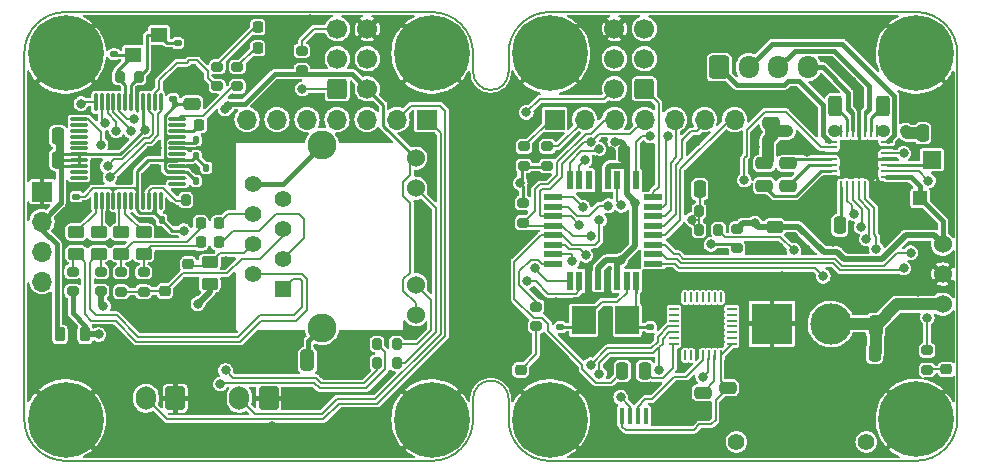
<source format=gbr>
%TF.GenerationSoftware,KiCad,Pcbnew,(6.0.1-0)*%
%TF.CreationDate,2022-02-22T17:31:54+01:00*%
%TF.ProjectId,ethersweep,65746865-7273-4776-9565-702e6b696361,2.0.1*%
%TF.SameCoordinates,Original*%
%TF.FileFunction,Copper,L1,Top*%
%TF.FilePolarity,Positive*%
%FSLAX46Y46*%
G04 Gerber Fmt 4.6, Leading zero omitted, Abs format (unit mm)*
G04 Created by KiCad (PCBNEW (6.0.1-0)) date 2022-02-22 17:31:54*
%MOMM*%
%LPD*%
G01*
G04 APERTURE LIST*
G04 Aperture macros list*
%AMRoundRect*
0 Rectangle with rounded corners*
0 $1 Rounding radius*
0 $2 $3 $4 $5 $6 $7 $8 $9 X,Y pos of 4 corners*
0 Add a 4 corners polygon primitive as box body*
4,1,4,$2,$3,$4,$5,$6,$7,$8,$9,$2,$3,0*
0 Add four circle primitives for the rounded corners*
1,1,$1+$1,$2,$3*
1,1,$1+$1,$4,$5*
1,1,$1+$1,$6,$7*
1,1,$1+$1,$8,$9*
0 Add four rect primitives between the rounded corners*
20,1,$1+$1,$2,$3,$4,$5,0*
20,1,$1+$1,$4,$5,$6,$7,0*
20,1,$1+$1,$6,$7,$8,$9,0*
20,1,$1+$1,$8,$9,$2,$3,0*%
G04 Aperture macros list end*
%TA.AperFunction,Profile*%
%ADD10C,0.150000*%
%TD*%
%TA.AperFunction,SMDPad,CuDef*%
%ADD11RoundRect,0.140000X-0.140000X-0.170000X0.140000X-0.170000X0.140000X0.170000X-0.140000X0.170000X0*%
%TD*%
%TA.AperFunction,SMDPad,CuDef*%
%ADD12RoundRect,0.140000X-0.170000X0.140000X-0.170000X-0.140000X0.170000X-0.140000X0.170000X0.140000X0*%
%TD*%
%TA.AperFunction,SMDPad,CuDef*%
%ADD13RoundRect,0.250000X0.475000X-0.250000X0.475000X0.250000X-0.475000X0.250000X-0.475000X-0.250000X0*%
%TD*%
%TA.AperFunction,SMDPad,CuDef*%
%ADD14RoundRect,0.218750X-0.218750X-0.381250X0.218750X-0.381250X0.218750X0.381250X-0.218750X0.381250X0*%
%TD*%
%TA.AperFunction,ComponentPad*%
%ADD15R,1.398000X1.398000*%
%TD*%
%TA.AperFunction,ComponentPad*%
%ADD16C,1.398000*%
%TD*%
%TA.AperFunction,ComponentPad*%
%ADD17C,1.530000*%
%TD*%
%TA.AperFunction,ComponentPad*%
%ADD18C,2.445000*%
%TD*%
%TA.AperFunction,ComponentPad*%
%ADD19C,0.800000*%
%TD*%
%TA.AperFunction,ComponentPad*%
%ADD20C,6.400000*%
%TD*%
%TA.AperFunction,SMDPad,CuDef*%
%ADD21RoundRect,0.200000X0.200000X0.275000X-0.200000X0.275000X-0.200000X-0.275000X0.200000X-0.275000X0*%
%TD*%
%TA.AperFunction,SMDPad,CuDef*%
%ADD22R,1.400000X1.200000*%
%TD*%
%TA.AperFunction,SMDPad,CuDef*%
%ADD23RoundRect,0.075000X0.075000X-0.662500X0.075000X0.662500X-0.075000X0.662500X-0.075000X-0.662500X0*%
%TD*%
%TA.AperFunction,SMDPad,CuDef*%
%ADD24RoundRect,0.075000X0.662500X-0.075000X0.662500X0.075000X-0.662500X0.075000X-0.662500X-0.075000X0*%
%TD*%
%TA.AperFunction,SMDPad,CuDef*%
%ADD25RoundRect,0.225000X-0.225000X-0.250000X0.225000X-0.250000X0.225000X0.250000X-0.225000X0.250000X0*%
%TD*%
%TA.AperFunction,SMDPad,CuDef*%
%ADD26RoundRect,0.140000X0.170000X-0.140000X0.170000X0.140000X-0.170000X0.140000X-0.170000X-0.140000X0*%
%TD*%
%TA.AperFunction,ComponentPad*%
%ADD27RoundRect,0.250000X0.600000X0.750000X-0.600000X0.750000X-0.600000X-0.750000X0.600000X-0.750000X0*%
%TD*%
%TA.AperFunction,ComponentPad*%
%ADD28O,1.700000X2.000000*%
%TD*%
%TA.AperFunction,SMDPad,CuDef*%
%ADD29RoundRect,0.200000X0.275000X-0.200000X0.275000X0.200000X-0.275000X0.200000X-0.275000X-0.200000X0*%
%TD*%
%TA.AperFunction,SMDPad,CuDef*%
%ADD30RoundRect,0.250000X0.250000X0.475000X-0.250000X0.475000X-0.250000X-0.475000X0.250000X-0.475000X0*%
%TD*%
%TA.AperFunction,SMDPad,CuDef*%
%ADD31RoundRect,0.249998X0.450002X-0.262502X0.450002X0.262502X-0.450002X0.262502X-0.450002X-0.262502X0*%
%TD*%
%TA.AperFunction,SMDPad,CuDef*%
%ADD32RoundRect,0.225000X-0.250000X0.225000X-0.250000X-0.225000X0.250000X-0.225000X0.250000X0.225000X0*%
%TD*%
%TA.AperFunction,SMDPad,CuDef*%
%ADD33RoundRect,0.225000X0.225000X0.250000X-0.225000X0.250000X-0.225000X-0.250000X0.225000X-0.250000X0*%
%TD*%
%TA.AperFunction,SMDPad,CuDef*%
%ADD34RoundRect,0.249999X0.325001X0.650001X-0.325001X0.650001X-0.325001X-0.650001X0.325001X-0.650001X0*%
%TD*%
%TA.AperFunction,SMDPad,CuDef*%
%ADD35RoundRect,0.225000X0.250000X-0.225000X0.250000X0.225000X-0.250000X0.225000X-0.250000X-0.225000X0*%
%TD*%
%TA.AperFunction,SMDPad,CuDef*%
%ADD36RoundRect,0.249999X-0.325001X-0.650001X0.325001X-0.650001X0.325001X0.650001X-0.325001X0.650001X0*%
%TD*%
%TA.AperFunction,SMDPad,CuDef*%
%ADD37RoundRect,0.250000X-0.250000X-0.475000X0.250000X-0.475000X0.250000X0.475000X-0.250000X0.475000X0*%
%TD*%
%TA.AperFunction,SMDPad,CuDef*%
%ADD38RoundRect,0.200000X-0.200000X-0.275000X0.200000X-0.275000X0.200000X0.275000X-0.200000X0.275000X0*%
%TD*%
%TA.AperFunction,SMDPad,CuDef*%
%ADD39R,0.550000X1.600000*%
%TD*%
%TA.AperFunction,SMDPad,CuDef*%
%ADD40R,1.600000X0.550000*%
%TD*%
%TA.AperFunction,ComponentPad*%
%ADD41RoundRect,0.250000X0.600000X0.600000X-0.600000X0.600000X-0.600000X-0.600000X0.600000X-0.600000X0*%
%TD*%
%TA.AperFunction,ComponentPad*%
%ADD42C,1.700000*%
%TD*%
%TA.AperFunction,ComponentPad*%
%ADD43R,1.700000X1.700000*%
%TD*%
%TA.AperFunction,ComponentPad*%
%ADD44O,1.700000X1.700000*%
%TD*%
%TA.AperFunction,SMDPad,CuDef*%
%ADD45R,2.000000X2.400000*%
%TD*%
%TA.AperFunction,SMDPad,CuDef*%
%ADD46RoundRect,0.200000X-0.275000X0.200000X-0.275000X-0.200000X0.275000X-0.200000X0.275000X0.200000X0*%
%TD*%
%TA.AperFunction,SMDPad,CuDef*%
%ADD47RoundRect,0.218750X-0.256250X0.218750X-0.256250X-0.218750X0.256250X-0.218750X0.256250X0.218750X0*%
%TD*%
%TA.AperFunction,SMDPad,CuDef*%
%ADD48RoundRect,0.062500X-0.425000X-0.062500X0.425000X-0.062500X0.425000X0.062500X-0.425000X0.062500X0*%
%TD*%
%TA.AperFunction,SMDPad,CuDef*%
%ADD49RoundRect,0.062500X-0.062500X-0.425000X0.062500X-0.425000X0.062500X0.425000X-0.062500X0.425000X0*%
%TD*%
%TA.AperFunction,SMDPad,CuDef*%
%ADD50R,3.250000X3.250000*%
%TD*%
%TA.AperFunction,ComponentPad*%
%ADD51C,0.500000*%
%TD*%
%TA.AperFunction,SMDPad,CuDef*%
%ADD52RoundRect,0.249997X-0.312503X-0.625003X0.312503X-0.625003X0.312503X0.625003X-0.312503X0.625003X0*%
%TD*%
%TA.AperFunction,SMDPad,CuDef*%
%ADD53RoundRect,0.218750X0.218750X0.256250X-0.218750X0.256250X-0.218750X-0.256250X0.218750X-0.256250X0*%
%TD*%
%TA.AperFunction,SMDPad,CuDef*%
%ADD54RoundRect,0.250000X-0.475000X0.250000X-0.475000X-0.250000X0.475000X-0.250000X0.475000X0.250000X0*%
%TD*%
%TA.AperFunction,SMDPad,CuDef*%
%ADD55RoundRect,0.062500X0.062500X-0.337500X0.062500X0.337500X-0.062500X0.337500X-0.062500X-0.337500X0*%
%TD*%
%TA.AperFunction,SMDPad,CuDef*%
%ADD56RoundRect,0.062500X0.337500X-0.062500X0.337500X0.062500X-0.337500X0.062500X-0.337500X-0.062500X0*%
%TD*%
%TA.AperFunction,SMDPad,CuDef*%
%ADD57R,3.350000X3.350000*%
%TD*%
%TA.AperFunction,ComponentPad*%
%ADD58C,1.524000*%
%TD*%
%TA.AperFunction,SMDPad,CuDef*%
%ADD59R,0.450000X1.380000*%
%TD*%
%TA.AperFunction,SMDPad,CuDef*%
%ADD60R,1.000000X1.900000*%
%TD*%
%TA.AperFunction,SMDPad,CuDef*%
%ADD61R,1.425000X1.550000*%
%TD*%
%TA.AperFunction,SMDPad,CuDef*%
%ADD62R,1.650000X1.300000*%
%TD*%
%TA.AperFunction,SMDPad,CuDef*%
%ADD63R,1.800000X1.900000*%
%TD*%
%TA.AperFunction,ComponentPad*%
%ADD64RoundRect,0.250000X-0.600000X-0.725000X0.600000X-0.725000X0.600000X0.725000X-0.600000X0.725000X0*%
%TD*%
%TA.AperFunction,ComponentPad*%
%ADD65O,1.700000X1.950000*%
%TD*%
%TA.AperFunction,ComponentPad*%
%ADD66C,1.400000*%
%TD*%
%TA.AperFunction,ComponentPad*%
%ADD67R,3.500000X3.500000*%
%TD*%
%TA.AperFunction,ComponentPad*%
%ADD68C,3.500000*%
%TD*%
%TA.AperFunction,SMDPad,CuDef*%
%ADD69RoundRect,0.249997X0.312503X0.625003X-0.312503X0.625003X-0.312503X-0.625003X0.312503X-0.625003X0*%
%TD*%
%TA.AperFunction,SMDPad,CuDef*%
%ADD70R,1.200000X1.200000*%
%TD*%
%TA.AperFunction,SMDPad,CuDef*%
%ADD71R,1.600000X1.500000*%
%TD*%
%TA.AperFunction,ComponentPad*%
%ADD72RoundRect,0.250000X-0.600000X-0.600000X0.600000X-0.600000X0.600000X0.600000X-0.600000X0.600000X0*%
%TD*%
%TA.AperFunction,ViaPad*%
%ADD73C,0.800000*%
%TD*%
%TA.AperFunction,Conductor*%
%ADD74C,0.250000*%
%TD*%
%TA.AperFunction,Conductor*%
%ADD75C,0.200000*%
%TD*%
%TA.AperFunction,Conductor*%
%ADD76C,0.400000*%
%TD*%
%TA.AperFunction,Conductor*%
%ADD77C,0.500000*%
%TD*%
%TA.AperFunction,Conductor*%
%ADD78C,1.000000*%
%TD*%
G04 APERTURE END LIST*
D10*
X184100000Y-31800000D02*
X184100000Y-30200000D01*
X184100000Y-60700000D02*
X184100000Y-59400000D01*
X180600000Y-26700000D02*
X149600000Y-26700000D01*
X149600000Y-26700000D02*
G75*
G03*
X146100000Y-30200000I-1J-3499999D01*
G01*
X184100000Y-30200000D02*
G75*
G03*
X180600000Y-26700000I-3499999J1D01*
G01*
X180600000Y-64700000D02*
G75*
G03*
X184100000Y-61200000I1J3499999D01*
G01*
X146100000Y-30200000D02*
X146100000Y-61200000D01*
X149600000Y-64700000D02*
X180600000Y-64700000D01*
X146100000Y-61200000D02*
G75*
G03*
X149600000Y-64700000I3499999J-1D01*
G01*
X184100000Y-61200000D02*
X184100000Y-60700000D01*
X225100000Y-61200000D02*
X225100000Y-30200000D01*
X190600000Y-64700000D02*
X221600000Y-64700000D01*
X187100000Y-61200000D02*
G75*
G03*
X190600000Y-64700000I3499999J-1D01*
G01*
X221600000Y-64700000D02*
G75*
G03*
X225100000Y-61200000I1J3499999D01*
G01*
X190600000Y-26700000D02*
G75*
G03*
X187100000Y-30200000I-1J-3499999D01*
G01*
X190600000Y-26700000D02*
X221600000Y-26700000D01*
X187100000Y-30200000D02*
X187100000Y-30700000D01*
X187100000Y-61200000D02*
X187100000Y-59400000D01*
X187100000Y-31800000D02*
X187100000Y-30700000D01*
X225100000Y-30200000D02*
G75*
G03*
X221600000Y-26700000I-3499999J1D01*
G01*
X184099404Y-31800002D02*
G75*
G03*
X187100000Y-31800000I1500298J-298D01*
G01*
X187100596Y-59399998D02*
G75*
G03*
X184100000Y-59400000I-1500298J298D01*
G01*
D11*
X157720000Y-44300000D03*
X158680000Y-44300000D03*
D12*
X150500000Y-42320000D03*
X150500000Y-43280000D03*
D13*
X160300000Y-34450000D03*
X160300000Y-32550000D03*
D14*
X149137500Y-54000000D03*
X151262500Y-54000000D03*
D15*
X168000000Y-50150000D03*
D16*
X165460000Y-48880000D03*
X168000000Y-47610000D03*
X165460000Y-46340000D03*
X168000000Y-45070000D03*
X165460000Y-43800000D03*
X168000000Y-42530000D03*
X165460000Y-41260000D03*
D17*
X179250000Y-52325000D03*
X179250000Y-49785000D03*
X179250000Y-41615000D03*
X179250000Y-39075000D03*
D18*
X171300000Y-53445000D03*
X171300000Y-37955000D03*
D19*
X182297056Y-31897056D03*
X180600000Y-32600000D03*
X180600000Y-27800000D03*
X178902944Y-28502944D03*
D20*
X180600000Y-30200000D03*
D19*
X178902944Y-31897056D03*
X183000000Y-30200000D03*
X178200000Y-30200000D03*
X182297056Y-28502944D03*
X149600000Y-32600000D03*
X149600000Y-27800000D03*
X147902944Y-28502944D03*
D20*
X149600000Y-30200000D03*
D19*
X151297056Y-31897056D03*
X151297056Y-28502944D03*
X147902944Y-31897056D03*
X152000000Y-30200000D03*
X147200000Y-30200000D03*
X147902944Y-59502944D03*
X151297056Y-62897056D03*
X147200000Y-61200000D03*
X149600000Y-58800000D03*
X151297056Y-59502944D03*
X152000000Y-61200000D03*
X149600000Y-63600000D03*
D20*
X149600000Y-61200000D03*
D19*
X147902944Y-62897056D03*
X182297056Y-59502944D03*
X180600000Y-58800000D03*
X180600000Y-63600000D03*
X178902944Y-62897056D03*
X183000000Y-61200000D03*
D20*
X180600000Y-61200000D03*
D19*
X182297056Y-62897056D03*
X178200000Y-61200000D03*
X178902944Y-59502944D03*
D21*
X177625000Y-56400000D03*
X175975000Y-56400000D03*
D22*
X155300000Y-30350000D03*
X157500000Y-30350000D03*
X157500000Y-28650000D03*
X155300000Y-28650000D03*
D11*
X160640000Y-37550000D03*
X161600000Y-37550000D03*
D23*
X152150000Y-42662500D03*
X152650000Y-42662500D03*
X153150000Y-42662500D03*
X153650000Y-42662500D03*
X154150000Y-42662500D03*
X154650000Y-42662500D03*
X155150000Y-42662500D03*
X155650000Y-42662500D03*
X156150000Y-42662500D03*
X156650000Y-42662500D03*
X157150000Y-42662500D03*
X157650000Y-42662500D03*
D24*
X159062500Y-41250000D03*
X159062500Y-40750000D03*
X159062500Y-40250000D03*
X159062500Y-39750000D03*
X159062500Y-39250000D03*
X159062500Y-38750000D03*
X159062500Y-38250000D03*
X159062500Y-37750000D03*
X159062500Y-37250000D03*
X159062500Y-36750000D03*
X159062500Y-36250000D03*
X159062500Y-35750000D03*
D23*
X157650000Y-34337500D03*
X157150000Y-34337500D03*
X156650000Y-34337500D03*
X156150000Y-34337500D03*
X155650000Y-34337500D03*
X155150000Y-34337500D03*
X154650000Y-34337500D03*
X154150000Y-34337500D03*
X153650000Y-34337500D03*
X153150000Y-34337500D03*
X152650000Y-34337500D03*
X152150000Y-34337500D03*
D24*
X150737500Y-35750000D03*
X150737500Y-36250000D03*
X150737500Y-36750000D03*
X150737500Y-37250000D03*
X150737500Y-37750000D03*
X150737500Y-38250000D03*
X150737500Y-38750000D03*
X150737500Y-39250000D03*
X150737500Y-39750000D03*
X150737500Y-40250000D03*
X150737500Y-40750000D03*
X150737500Y-41250000D03*
D25*
X160925000Y-36250000D03*
X162475000Y-36250000D03*
D21*
X177625000Y-54800000D03*
X175975000Y-54800000D03*
D26*
X153700000Y-30280000D03*
X153700000Y-29320000D03*
X159100000Y-30280000D03*
X159100000Y-29320000D03*
D27*
X158900000Y-59400000D03*
D28*
X156400000Y-59400000D03*
D27*
X166800000Y-59400000D03*
D28*
X164300000Y-59400000D03*
D29*
X169600000Y-31625000D03*
X169600000Y-29975000D03*
D30*
X148950000Y-37200000D03*
X147050000Y-37200000D03*
D26*
X158700000Y-34080000D03*
X158700000Y-33120000D03*
D11*
X161520000Y-39900000D03*
X162480000Y-39900000D03*
X160620000Y-38900000D03*
X161580000Y-38900000D03*
D29*
X156200000Y-50375000D03*
X156200000Y-48725000D03*
D31*
X156200000Y-47162500D03*
X156200000Y-45337500D03*
X154300000Y-47162500D03*
X154300000Y-45337500D03*
X152400000Y-47162500D03*
X152400000Y-45337500D03*
X150500000Y-47162500D03*
X150500000Y-45337500D03*
D32*
X158000000Y-48775000D03*
X158000000Y-50325000D03*
D11*
X160620000Y-41000000D03*
X161580000Y-41000000D03*
D33*
X162575000Y-44600000D03*
X161025000Y-44600000D03*
X162575000Y-46200000D03*
X161025000Y-46200000D03*
D30*
X148950000Y-39200000D03*
X147050000Y-39200000D03*
D34*
X170075000Y-56200000D03*
X167125000Y-56200000D03*
D35*
X160000000Y-49575000D03*
X160000000Y-48025000D03*
D36*
X218175000Y-53270000D03*
X221125000Y-53270000D03*
D37*
X218100000Y-55570000D03*
X220000000Y-55570000D03*
D21*
X204875000Y-45150000D03*
X203225000Y-45150000D03*
D38*
X203225000Y-43550000D03*
X204875000Y-43550000D03*
D39*
X192300000Y-49450000D03*
X193100000Y-49450000D03*
X193900000Y-49450000D03*
X194700000Y-49450000D03*
X195500000Y-49450000D03*
X196300000Y-49450000D03*
X197100000Y-49450000D03*
X197900000Y-49450000D03*
D40*
X199350000Y-48000000D03*
X199350000Y-47200000D03*
X199350000Y-46400000D03*
X199350000Y-45600000D03*
X199350000Y-44800000D03*
X199350000Y-44000000D03*
X199350000Y-43200000D03*
X199350000Y-42400000D03*
D39*
X197900000Y-40950000D03*
X197100000Y-40950000D03*
X196300000Y-40950000D03*
X195500000Y-40950000D03*
X194700000Y-40950000D03*
X193900000Y-40950000D03*
X193100000Y-40950000D03*
X192300000Y-40950000D03*
D40*
X190850000Y-42400000D03*
X190850000Y-43200000D03*
X190850000Y-44000000D03*
X190850000Y-44800000D03*
X190850000Y-45600000D03*
X190850000Y-46400000D03*
X190850000Y-47200000D03*
X190850000Y-48000000D03*
D13*
X209650000Y-46770000D03*
X209650000Y-44870000D03*
D19*
X193000000Y-30200000D03*
D20*
X190600000Y-30200000D03*
D19*
X192297056Y-31897056D03*
X190600000Y-32600000D03*
X188200000Y-30200000D03*
X190600000Y-27800000D03*
X192297056Y-28502944D03*
X188902944Y-28502944D03*
X188902944Y-31897056D03*
D26*
X191500000Y-53380000D03*
X191500000Y-52420000D03*
D37*
X196900000Y-38700000D03*
X198800000Y-38700000D03*
D12*
X199100000Y-52420000D03*
X199100000Y-53380000D03*
D19*
X223297056Y-31897056D03*
D20*
X221600000Y-30200000D03*
D19*
X221600000Y-32600000D03*
X219200000Y-30200000D03*
X224000000Y-30200000D03*
X219902944Y-28502944D03*
X221600000Y-27800000D03*
X219902944Y-31897056D03*
X223297056Y-28502944D03*
X188902944Y-62897056D03*
X192297056Y-59502944D03*
D20*
X190600000Y-61200000D03*
D19*
X188902944Y-59502944D03*
X193000000Y-61200000D03*
X190600000Y-63600000D03*
X192297056Y-62897056D03*
X190600000Y-58800000D03*
X188200000Y-61200000D03*
D41*
X198600000Y-33200000D03*
D42*
X196060000Y-33200000D03*
X198600000Y-30660000D03*
X196060000Y-30660000D03*
X198600000Y-28120000D03*
X196060000Y-28120000D03*
D19*
X219200000Y-61175001D03*
X224000000Y-61175001D03*
X219902944Y-59477945D03*
X219902944Y-62872057D03*
D20*
X221600000Y-61175001D03*
D19*
X223297056Y-62872057D03*
X223297056Y-59477945D03*
X221600000Y-58775001D03*
X221600000Y-63575001D03*
D43*
X191000000Y-35800000D03*
D44*
X193540000Y-35800000D03*
X196080000Y-35800000D03*
X198620000Y-35800000D03*
X201160000Y-35800000D03*
X203700000Y-35800000D03*
X206240000Y-35800000D03*
D45*
X197150000Y-52800000D03*
X193450000Y-52800000D03*
D29*
X190400000Y-39725000D03*
X190400000Y-38075000D03*
X188400000Y-39725000D03*
X188400000Y-38075000D03*
D46*
X206450000Y-45045000D03*
X206450000Y-46695000D03*
X188350000Y-42875000D03*
X188350000Y-44525000D03*
D47*
X188120000Y-55432500D03*
X188120000Y-57007500D03*
D48*
X214407500Y-37670000D03*
X214407500Y-38170000D03*
X214407500Y-38670000D03*
X214407500Y-39170000D03*
X214407500Y-39670000D03*
X214407500Y-40170000D03*
X214407500Y-40670000D03*
D49*
X215270000Y-41532500D03*
X215770000Y-41532500D03*
X216270000Y-41532500D03*
X216770000Y-41532500D03*
X217270000Y-41532500D03*
X217770000Y-41532500D03*
X218270000Y-41532500D03*
D48*
X219132500Y-40670000D03*
X219132500Y-40170000D03*
X219132500Y-39670000D03*
X219132500Y-39170000D03*
X219132500Y-38670000D03*
X219132500Y-38170000D03*
X219132500Y-37670000D03*
D49*
X218270000Y-36807500D03*
X217770000Y-36807500D03*
X217270000Y-36807500D03*
X216770000Y-36807500D03*
X216270000Y-36807500D03*
X215770000Y-36807500D03*
X215270000Y-36807500D03*
D50*
X216770000Y-39170000D03*
D51*
X218145000Y-37795000D03*
X216770000Y-39170000D03*
X215395000Y-37795000D03*
X215395000Y-40545000D03*
X218145000Y-39170000D03*
X216770000Y-37795000D03*
X215395000Y-39170000D03*
X216770000Y-40545000D03*
X218145000Y-40545000D03*
D52*
X218787500Y-34670000D03*
X221712500Y-34670000D03*
D30*
X215150000Y-44770000D03*
X213250000Y-44770000D03*
D13*
X208750000Y-41420000D03*
X208750000Y-39520000D03*
D46*
X189450000Y-51645000D03*
X189450000Y-53295000D03*
D31*
X161800000Y-49712500D03*
X161800000Y-47887500D03*
D21*
X155825000Y-32200000D03*
X154175000Y-32200000D03*
X161425000Y-42600000D03*
X159775000Y-42600000D03*
D29*
X150200000Y-50325000D03*
X150200000Y-48675000D03*
X152600000Y-50325000D03*
X152600000Y-48675000D03*
X154300000Y-50375000D03*
X154300000Y-48725000D03*
D53*
X167437500Y-27970000D03*
X165862500Y-27970000D03*
D29*
X164150000Y-32995000D03*
X164150000Y-31345000D03*
X162450000Y-32970000D03*
X162450000Y-31320000D03*
D53*
X167437500Y-29770000D03*
X165862500Y-29770000D03*
D37*
X203300000Y-41720000D03*
X205200000Y-41720000D03*
D54*
X203550000Y-58920000D03*
X203550000Y-60820000D03*
X205650000Y-58520000D03*
X205650000Y-60420000D03*
D37*
X196750000Y-57070000D03*
X198650000Y-57070000D03*
D55*
X202050000Y-55770000D03*
X202550000Y-55770000D03*
X203050000Y-55770000D03*
X203550000Y-55770000D03*
X204050000Y-55770000D03*
X204550000Y-55770000D03*
X205050000Y-55770000D03*
D56*
X206000000Y-54820000D03*
X206000000Y-54320000D03*
X206000000Y-53820000D03*
X206000000Y-53320000D03*
X206000000Y-52820000D03*
X206000000Y-52320000D03*
X206000000Y-51820000D03*
D55*
X205050000Y-50870000D03*
X204550000Y-50870000D03*
X204050000Y-50870000D03*
X203550000Y-50870000D03*
X203050000Y-50870000D03*
X202550000Y-50870000D03*
X202050000Y-50870000D03*
D56*
X201100000Y-51820000D03*
X201100000Y-52320000D03*
X201100000Y-52820000D03*
X201100000Y-53320000D03*
X201100000Y-53820000D03*
X201100000Y-54320000D03*
X201100000Y-54820000D03*
D57*
X203550000Y-53320000D03*
D58*
X223860000Y-51430000D03*
X223860000Y-48890000D03*
X223860000Y-46350000D03*
D13*
X209350000Y-36120000D03*
X209350000Y-34220000D03*
D37*
X222180000Y-36970000D03*
X224080000Y-36970000D03*
D47*
X224150000Y-55382500D03*
X224150000Y-56957500D03*
D59*
X196750000Y-60910000D03*
X197400000Y-60910000D03*
X198050000Y-60910000D03*
X198700000Y-60910000D03*
X199350000Y-60910000D03*
D60*
X199600000Y-63570000D03*
D61*
X195562500Y-60995000D03*
D62*
X194675000Y-63570000D03*
D61*
X200537500Y-60995000D03*
D63*
X196900000Y-63570000D03*
D62*
X201425000Y-63570000D03*
D64*
X204950000Y-31370000D03*
D65*
X207450000Y-31370000D03*
X209950000Y-31370000D03*
X212450000Y-31370000D03*
D66*
X217400000Y-63100000D03*
X206400000Y-63100000D03*
D67*
X209400000Y-53100000D03*
D68*
X214400000Y-53100000D03*
D69*
X214712500Y-34670000D03*
X211787500Y-34670000D03*
D54*
X210750000Y-39520000D03*
X210750000Y-41420000D03*
D70*
X221950000Y-42470000D03*
D71*
X222950000Y-39220000D03*
D70*
X223950000Y-42470000D03*
D46*
X222550000Y-55345000D03*
X222550000Y-56995000D03*
D72*
X172600000Y-33200000D03*
D42*
X175140000Y-33200000D03*
X172600000Y-30660000D03*
X175140000Y-30660000D03*
X172600000Y-28120000D03*
X175140000Y-28120000D03*
D43*
X147600000Y-41900000D03*
D44*
X147600000Y-44440000D03*
X147600000Y-46980000D03*
X147600000Y-49520000D03*
D43*
X180200000Y-35800000D03*
D44*
X177660000Y-35800000D03*
X175120000Y-35800000D03*
X172580000Y-35800000D03*
X170040000Y-35800000D03*
X167500000Y-35800000D03*
X164960000Y-35800000D03*
D73*
X153700000Y-28400000D03*
X158000000Y-47750000D03*
X188000000Y-33900000D03*
X193800000Y-32900000D03*
X195600000Y-46500000D03*
X196200000Y-44300000D03*
X197150000Y-31900000D03*
X195250000Y-54320000D03*
X194700000Y-47100000D03*
X195800000Y-38500000D03*
X194800000Y-42400000D03*
X195200000Y-52900000D03*
X199000000Y-51400000D03*
X189100000Y-40900000D03*
X194600000Y-28700000D03*
X194100000Y-27450000D03*
X198850000Y-39950000D03*
X194600000Y-39200000D03*
X210650000Y-34170000D03*
X157150000Y-31850000D03*
X147050000Y-33850000D03*
X211250000Y-45770000D03*
X201150000Y-28070000D03*
X160700000Y-61900000D03*
X160550000Y-59300000D03*
X159200000Y-55400000D03*
X224150000Y-35670000D03*
X157300000Y-38250000D03*
X209350000Y-50070000D03*
X201050000Y-48870000D03*
X206550000Y-37970000D03*
X209050000Y-59670000D03*
X198450000Y-63370000D03*
X153400000Y-44100000D03*
X211950000Y-52070000D03*
X218050000Y-57970000D03*
X205050000Y-38070000D03*
X166350000Y-34570000D03*
X163600000Y-27800000D03*
X183000000Y-56000000D03*
X191450000Y-55770000D03*
X210250000Y-37970000D03*
X208350000Y-56370000D03*
X211150000Y-27970000D03*
X151100000Y-43550000D03*
X168800000Y-37000000D03*
X178750000Y-37400000D03*
X193150000Y-57970000D03*
X178150000Y-33450000D03*
X204850000Y-34270000D03*
X211350000Y-33370000D03*
X170750000Y-31100000D03*
X214550000Y-46170000D03*
X220050000Y-43870000D03*
X187950000Y-52470000D03*
X179850000Y-44220000D03*
X154200000Y-37670000D03*
X201750000Y-56870000D03*
X189650000Y-56970000D03*
X221750000Y-50370000D03*
X160550000Y-40000000D03*
X162400000Y-59600000D03*
X153600000Y-56200000D03*
X211350000Y-37970000D03*
X212350000Y-49270000D03*
X173450000Y-63400000D03*
X214950000Y-50170000D03*
X219250000Y-45170000D03*
X171150000Y-34450000D03*
X202750000Y-32770000D03*
X183450000Y-53720000D03*
X208350000Y-46670000D03*
X182000000Y-57100000D03*
X179900000Y-48020000D03*
X159200000Y-53400000D03*
X202150000Y-60370000D03*
X213850000Y-59570000D03*
X210550000Y-50470000D03*
X162000000Y-56600000D03*
X156800000Y-53400000D03*
X164400000Y-56600000D03*
X216250000Y-49370000D03*
X173850000Y-37020000D03*
X202150000Y-61170000D03*
X176300000Y-63450000D03*
X201350000Y-30470000D03*
X161400000Y-53400000D03*
X160400000Y-31500000D03*
X201450000Y-45570000D03*
X224250000Y-58070000D03*
X163200000Y-53400000D03*
X205750000Y-61570000D03*
X147450000Y-54250000D03*
X183500000Y-48270000D03*
X204150000Y-63870000D03*
X152800000Y-32600000D03*
X223050000Y-34470000D03*
X162500000Y-37700000D03*
X217850000Y-27870000D03*
X163500000Y-63700000D03*
X165800000Y-31400000D03*
X216750000Y-33970000D03*
X159300000Y-50600000D03*
X170250000Y-27300000D03*
X213850000Y-32870000D03*
X212850000Y-42270000D03*
X155000000Y-55400000D03*
X210250000Y-49070000D03*
X183000000Y-33850000D03*
X223550000Y-53270000D03*
X203150000Y-31270000D03*
X165800000Y-54600000D03*
X155200000Y-52400000D03*
X166000000Y-56300000D03*
X161600000Y-58400000D03*
X163200000Y-47800000D03*
X176500000Y-29400000D03*
X163200000Y-55400000D03*
X183450000Y-43820000D03*
X153000000Y-63950000D03*
X150050000Y-55700000D03*
X207950000Y-37370000D03*
X220350000Y-41870000D03*
X168400000Y-27400000D03*
X162750000Y-42600000D03*
X208750000Y-27870000D03*
X203450000Y-62470000D03*
X152800000Y-27400000D03*
X217350000Y-51870000D03*
X169150000Y-59550000D03*
X206450000Y-56470000D03*
X197850000Y-47670000D03*
X213250000Y-50170000D03*
X199850000Y-49170000D03*
X211950000Y-55770000D03*
X206750000Y-28070000D03*
X160400000Y-52400000D03*
X170650000Y-29150000D03*
X174750000Y-57300000D03*
X157400000Y-61800000D03*
X216150000Y-32570000D03*
X212250000Y-46770000D03*
X207850000Y-33870000D03*
X163200000Y-51200000D03*
X147000000Y-35600000D03*
X147400000Y-52500000D03*
X158000000Y-52400000D03*
X177150000Y-27500000D03*
X216150000Y-46670000D03*
X176050000Y-37170000D03*
X163250000Y-37200000D03*
X201850000Y-58270000D03*
X187750000Y-46570000D03*
X154650000Y-40850000D03*
X163300000Y-49800000D03*
X167050000Y-61770000D03*
X148850000Y-34900000D03*
X204750000Y-49770000D03*
X169650000Y-63750000D03*
X207450000Y-50270000D03*
X160400000Y-56600000D03*
X193650000Y-55370000D03*
X180050000Y-37750000D03*
X219250000Y-42770000D03*
X209950000Y-62270000D03*
X171550000Y-57150000D03*
X212350000Y-38570000D03*
X153600000Y-54000000D03*
X158000000Y-56600000D03*
X168350000Y-34570000D03*
X219750000Y-57370000D03*
X158000000Y-63750000D03*
X208850000Y-43070000D03*
X213950000Y-41970000D03*
X188950000Y-45570000D03*
X206250000Y-41670000D03*
X162450000Y-38800000D03*
X163500000Y-39900000D03*
X219850000Y-53570000D03*
X162000000Y-51800000D03*
X173150000Y-56070000D03*
X152600000Y-55200000D03*
X218350000Y-49370000D03*
X214750000Y-62970000D03*
X171000000Y-59450000D03*
X158800000Y-32200000D03*
X207950000Y-38170000D03*
X217250000Y-29470000D03*
X163200000Y-52400000D03*
X214750000Y-27970000D03*
X174550000Y-61970000D03*
X200250000Y-50770000D03*
X160600000Y-29800000D03*
X159600000Y-44050000D03*
X201350000Y-31970000D03*
X157600000Y-45400000D03*
X155800000Y-56600000D03*
X187950000Y-53670000D03*
X147600000Y-40400000D03*
X156800000Y-55400000D03*
X174900000Y-54470000D03*
X164800000Y-55400000D03*
X161400000Y-55400000D03*
X204150000Y-28470000D03*
X219150000Y-41570000D03*
X157600000Y-40900000D03*
X180550000Y-40320000D03*
X214150000Y-56470000D03*
X156200000Y-27400000D03*
X160200000Y-27800000D03*
X168700000Y-56200000D03*
X166550000Y-63750000D03*
X179900000Y-46270000D03*
X154050000Y-61750000D03*
X155050000Y-63450000D03*
X202950000Y-37670000D03*
X147550000Y-57100000D03*
X162450000Y-41050000D03*
X216250000Y-55670000D03*
X162000000Y-29400000D03*
X206037332Y-50870000D03*
X158600000Y-43200000D03*
X179100000Y-54050000D03*
X183450000Y-38570000D03*
X176900000Y-32350000D03*
X191150000Y-51270000D03*
X175900000Y-61000000D03*
X154500000Y-58700000D03*
X194100000Y-45700000D03*
X193100000Y-44700000D03*
X194100000Y-37700000D03*
X193100000Y-44700000D03*
X204250000Y-46370000D03*
X213750000Y-49070000D03*
X207050000Y-40933998D03*
X194736002Y-38300000D03*
X216350000Y-43770000D03*
X193600000Y-39200000D03*
X216950000Y-44870000D03*
X193400000Y-43200000D03*
X217400000Y-45920000D03*
X221150000Y-47070000D03*
X222649999Y-40970000D03*
X218812500Y-36807500D03*
X210212500Y-36807500D03*
X214687500Y-36807500D03*
X220712500Y-36807500D03*
X211250000Y-46867166D03*
X210712500Y-36807500D03*
X220550000Y-48370000D03*
X220550000Y-38670000D03*
X197800001Y-42899999D03*
X188600000Y-35200000D03*
X188100000Y-41200000D03*
X196100000Y-37700000D03*
X196600000Y-47700000D03*
X156300000Y-36650000D03*
X163350000Y-34650000D03*
X207950000Y-44570000D03*
X163100000Y-34900000D03*
X222550000Y-52570000D03*
X169650000Y-33200000D03*
X153900000Y-36750000D03*
X199100000Y-37200000D03*
X155100000Y-36750000D03*
X194800000Y-44300000D03*
X200600000Y-37200000D03*
X152950000Y-36100000D03*
X188700000Y-49500000D03*
X189300000Y-48400000D03*
X155350000Y-35750000D03*
X152600000Y-37950000D03*
X202650000Y-44270000D03*
X196650000Y-43070000D03*
X153350000Y-40700000D03*
X163150000Y-57050000D03*
X162700000Y-58200000D03*
X153150000Y-39750000D03*
X195550000Y-43100000D03*
X218250000Y-46770000D03*
X150900000Y-34450000D03*
X160800000Y-51400000D03*
X152400000Y-54000000D03*
X152800000Y-51600000D03*
X159600000Y-45200000D03*
X196600000Y-59320000D03*
X203550000Y-57570000D03*
X192500000Y-47800000D03*
X194050000Y-56570000D03*
X193650000Y-47300000D03*
X194800000Y-57320000D03*
X199850000Y-56970000D03*
D74*
X155300000Y-28650000D02*
X153950000Y-28650000D01*
X153950000Y-28650000D02*
X153700000Y-28400000D01*
X157500000Y-30350000D02*
X159030000Y-30350000D01*
X159030000Y-30350000D02*
X159100000Y-30280000D01*
X153700000Y-28400000D02*
X153700000Y-29320000D01*
D75*
X158000000Y-48775000D02*
X158000000Y-47750000D01*
X153400000Y-44100000D02*
X153400000Y-44100000D01*
D76*
X199100000Y-52420000D02*
X199100000Y-51500000D01*
X199100000Y-51500000D02*
X199000000Y-51400000D01*
D77*
X194499999Y-50700001D02*
X195299999Y-50700001D01*
X194064999Y-50700001D02*
X194499999Y-50700001D01*
D76*
X193900000Y-50445002D02*
X193900000Y-49450000D01*
D77*
X193900000Y-49450000D02*
X193900000Y-50535002D01*
X193900000Y-50535002D02*
X194064999Y-50700001D01*
X195299999Y-50700001D02*
X195500000Y-50500000D01*
X195500000Y-50500000D02*
X195500000Y-49450000D01*
D75*
X194700000Y-40950000D02*
X194700000Y-42300000D01*
X194700000Y-42300000D02*
X194800000Y-42400000D01*
D76*
X198850000Y-39950000D02*
X198850000Y-38750000D01*
X198850000Y-38750000D02*
X198800000Y-38700000D01*
X195500000Y-50445002D02*
X195500000Y-49450000D01*
X194104999Y-50650001D02*
X195295001Y-50650001D01*
X195295001Y-50650001D02*
X195500000Y-50445002D01*
D75*
X194000000Y-49550000D02*
X193900000Y-49450000D01*
X194600000Y-39200000D02*
X194600000Y-39200000D01*
X194700000Y-39300000D02*
X194600000Y-39200000D01*
X194700000Y-40950000D02*
X194700000Y-39300000D01*
X206037332Y-50870000D02*
X206037332Y-50870000D01*
D77*
X161600000Y-37550000D02*
X162350000Y-37550000D01*
D75*
X192559987Y-50950011D02*
X193399989Y-50950011D01*
X153199990Y-43249990D02*
X153199990Y-43899990D01*
D77*
X159350000Y-44300000D02*
X159600000Y-44050000D01*
D75*
X191500000Y-52420000D02*
X191500000Y-52009998D01*
X191500000Y-52009998D02*
X192559987Y-50950011D01*
X153150000Y-43200000D02*
X153199990Y-43249990D01*
D74*
X216770000Y-36807500D02*
X216770000Y-39170000D01*
X161950000Y-38250000D02*
X162500000Y-37700000D01*
X159062500Y-40750000D02*
X157750000Y-40750000D01*
D77*
X162350000Y-38900000D02*
X162450000Y-38800000D01*
D76*
X167237500Y-56200000D02*
X166100000Y-56200000D01*
D77*
X162480000Y-39900000D02*
X163500000Y-39900000D01*
D75*
X157034315Y-40900000D02*
X156150000Y-41784315D01*
X212450000Y-38670000D02*
X212350000Y-38570000D01*
D74*
X160300000Y-32550000D02*
X160650000Y-32550000D01*
D75*
X200452500Y-60910000D02*
X200537500Y-60995000D01*
D74*
X215270000Y-40670000D02*
X215395000Y-40545000D01*
D77*
X161580000Y-38900000D02*
X162350000Y-38900000D01*
D74*
X217318022Y-40545000D02*
X216770000Y-40545000D01*
D75*
X214407500Y-38670000D02*
X212450000Y-38670000D01*
D74*
X160550000Y-40000000D02*
X160300000Y-39750000D01*
X217770000Y-38170000D02*
X216770000Y-39170000D01*
D77*
X162475000Y-36425000D02*
X163250000Y-37200000D01*
D74*
X214407500Y-38670000D02*
X216270000Y-38670000D01*
D75*
X203050000Y-55357332D02*
X203550000Y-54857332D01*
X159300000Y-50275000D02*
X160000000Y-49575000D01*
D76*
X166100000Y-56200000D02*
X166000000Y-56300000D01*
D77*
X162450000Y-41050000D02*
X162450000Y-40950000D01*
D75*
X156150000Y-41784315D02*
X156150000Y-42662500D01*
D74*
X217770000Y-41532500D02*
X217770000Y-40996978D01*
D77*
X162650000Y-42700000D02*
X162750000Y-42600000D01*
D74*
X218270000Y-41532500D02*
X218270000Y-40670000D01*
D75*
X157600000Y-40900000D02*
X157034315Y-40900000D01*
D74*
X216770000Y-39170000D02*
X219132500Y-39170000D01*
D77*
X162350000Y-37550000D02*
X162500000Y-37700000D01*
X158680000Y-44300000D02*
X159350000Y-44300000D01*
D74*
X157750000Y-40750000D02*
X157600000Y-40900000D01*
D75*
X203550000Y-53320000D02*
X203587332Y-53320000D01*
D77*
X162475000Y-36250000D02*
X162475000Y-36425000D01*
D75*
X203587332Y-53320000D02*
X206037332Y-50870000D01*
D74*
X219132500Y-38170000D02*
X217770000Y-38170000D01*
D77*
X161512500Y-42700000D02*
X162650000Y-42700000D01*
D74*
X160300000Y-31600000D02*
X160400000Y-31500000D01*
D77*
X162450000Y-40950000D02*
X163500000Y-39900000D01*
D75*
X193900000Y-50450000D02*
X193900000Y-49450000D01*
X151100000Y-43550000D02*
X150770000Y-43550000D01*
D77*
X159300000Y-50600000D02*
X159300000Y-50425000D01*
D74*
X218270000Y-40670000D02*
X218145000Y-40545000D01*
D75*
X158000000Y-48775000D02*
X158175000Y-48775000D01*
D74*
X217770000Y-40996978D02*
X217318022Y-40545000D01*
X214407500Y-40670000D02*
X215270000Y-40670000D01*
X216270000Y-38670000D02*
X216770000Y-39170000D01*
D75*
X150770000Y-43550000D02*
X150500000Y-43280000D01*
X203050000Y-55770000D02*
X203050000Y-55357332D01*
X203550000Y-54857332D02*
X203550000Y-53320000D01*
X193399989Y-50950011D02*
X193900000Y-50450000D01*
D74*
X160300000Y-32550000D02*
X160300000Y-31600000D01*
D75*
X153150000Y-42662500D02*
X153150000Y-43200000D01*
D77*
X159300000Y-50425000D02*
X159900000Y-49825000D01*
D74*
X159062500Y-38250000D02*
X161950000Y-38250000D01*
X160300000Y-39750000D02*
X159062500Y-39750000D01*
D75*
X199350000Y-60910000D02*
X200452500Y-60910000D01*
X159300000Y-50600000D02*
X159300000Y-50275000D01*
X153199990Y-43899990D02*
X153400000Y-44100000D01*
X222587500Y-56957500D02*
X222550000Y-56995000D01*
X224150000Y-56957500D02*
X222587500Y-56957500D01*
X196080000Y-35800000D02*
X195300000Y-35800000D01*
X194100001Y-36999999D02*
X193632602Y-36999999D01*
X195300000Y-35800000D02*
X194100001Y-36999999D01*
X193632602Y-36999999D02*
X191199990Y-39432611D01*
X188350000Y-44525000D02*
X188625000Y-44800000D01*
X188625000Y-44800000D02*
X190850000Y-44800000D01*
X189349989Y-41719310D02*
X189349989Y-43525011D01*
X189349989Y-43525011D02*
X188350000Y-44525000D01*
X191199990Y-39432611D02*
X191199990Y-40534312D01*
X190434312Y-41299990D02*
X189769309Y-41299990D01*
X191199990Y-40534312D02*
X190434312Y-41299990D01*
X189769309Y-41299990D02*
X189349989Y-41719310D01*
X190850000Y-44800000D02*
X191665002Y-44800000D01*
X191665002Y-44800000D02*
X192565002Y-45700000D01*
X192565002Y-45700000D02*
X194100000Y-45700000D01*
X198620000Y-35800000D02*
X197420001Y-36999999D01*
X197420001Y-36999999D02*
X194800001Y-36999999D01*
X194800001Y-36999999D02*
X194100000Y-37700000D01*
X189934998Y-41700000D02*
X190600000Y-41700000D01*
X189850000Y-44000000D02*
X189749999Y-43899999D01*
X190850000Y-44000000D02*
X189850000Y-44000000D01*
X189749999Y-43899999D02*
X189749999Y-41884999D01*
X189749999Y-41884999D02*
X189934998Y-41700000D01*
X193498299Y-37700000D02*
X194100000Y-37700000D01*
X190600000Y-41700000D02*
X191600000Y-40700000D01*
X191600000Y-40700000D02*
X191600000Y-39598300D01*
X191600000Y-39598300D02*
X193498299Y-37700000D01*
X194100000Y-37700000D02*
X194100000Y-37700000D01*
X190850000Y-44000000D02*
X192400000Y-44000000D01*
X192400000Y-44000000D02*
X193100000Y-44700000D01*
D74*
X206125000Y-46370000D02*
X206450000Y-46695000D01*
X204250000Y-46370000D02*
X206125000Y-46370000D01*
D75*
X206225000Y-46470000D02*
X206450000Y-46695000D01*
X207050000Y-40933998D02*
X207050000Y-40933998D01*
X207250000Y-38870000D02*
X207050000Y-39070000D01*
X207250000Y-36717166D02*
X207250000Y-38870000D01*
X213750000Y-49070000D02*
X213050020Y-48370020D01*
X201539279Y-48370020D02*
X201169259Y-48000000D01*
X207050000Y-39070000D02*
X207050000Y-40933998D01*
X214407500Y-38170000D02*
X213572164Y-38170000D01*
X201169259Y-48000000D02*
X199350000Y-48000000D01*
X208797166Y-35170000D02*
X207250000Y-36717166D01*
X210572164Y-35170000D02*
X208797166Y-35170000D01*
X213050020Y-48370020D02*
X201539279Y-48370020D01*
X213572164Y-38170000D02*
X210572164Y-35170000D01*
X193263999Y-38499999D02*
X194536003Y-38499999D01*
X194536003Y-38499999D02*
X194736002Y-38300000D01*
X193263999Y-38499999D02*
X192300000Y-39463998D01*
X192300000Y-39463998D02*
X192300000Y-40950000D01*
X216350000Y-43770000D02*
X216350000Y-43770000D01*
X216150000Y-43070000D02*
X216150000Y-43570000D01*
X215770000Y-41532500D02*
X215770000Y-42690000D01*
X216150000Y-43570000D02*
X216350000Y-43770000D01*
X215770000Y-42690000D02*
X216150000Y-43070000D01*
X193600000Y-39200000D02*
X193600000Y-39200000D01*
X193100000Y-39700000D02*
X193600000Y-39200000D01*
X193100000Y-40950000D02*
X193100000Y-39700000D01*
X216270000Y-41532500D02*
X216270000Y-42624302D01*
X217050001Y-44769999D02*
X216950000Y-44870000D01*
X216270000Y-42624302D02*
X217050001Y-43404303D01*
X217050001Y-43404303D02*
X217050001Y-44769999D01*
X190850000Y-42400000D02*
X192600000Y-42400000D01*
X192600000Y-42400000D02*
X193400000Y-43200000D01*
X217400000Y-45920000D02*
X217350000Y-45970000D01*
X216770000Y-42558603D02*
X217650001Y-43438604D01*
X217650001Y-43438604D02*
X217650001Y-45669999D01*
X216770000Y-41532500D02*
X216770000Y-42558603D01*
X217650001Y-45669999D02*
X217400000Y-45920000D01*
X222649999Y-40970000D02*
X222649999Y-40970000D01*
X221150000Y-47070000D02*
X221150000Y-47070000D01*
X201869271Y-47570000D02*
X201500231Y-47200960D01*
X218927820Y-48170011D02*
X215315709Y-48170011D01*
X201150960Y-47200960D02*
X200350000Y-46400000D01*
X221849999Y-40170000D02*
X222649999Y-40970000D01*
X214715698Y-47570000D02*
X201869271Y-47570000D01*
X215315709Y-48170011D02*
X214715698Y-47570000D01*
X219132500Y-40170000D02*
X221849999Y-40170000D01*
X201500231Y-47200960D02*
X201150960Y-47200960D01*
X200350000Y-46400000D02*
X199350000Y-46400000D01*
X221150000Y-47070000D02*
X220027830Y-47070000D01*
X220027830Y-47070000D02*
X218927820Y-48170011D01*
D74*
X214687500Y-36807500D02*
X214687500Y-36807500D01*
D78*
X218812500Y-36807500D02*
X218812500Y-36807500D01*
X220950000Y-36970000D02*
X220950000Y-36970000D01*
D75*
X211250000Y-46867166D02*
X210127844Y-45745010D01*
D78*
X209350000Y-37241998D02*
X209050001Y-37541997D01*
X209784498Y-36807500D02*
X209350000Y-37241998D01*
X218175000Y-55495000D02*
X218100000Y-55570000D01*
D75*
X205470010Y-45745010D02*
X204875000Y-45150000D01*
D78*
X218175000Y-53270000D02*
X220015000Y-51430000D01*
D75*
X211250000Y-46870000D02*
X211250000Y-46867166D01*
D78*
X209350000Y-36120000D02*
X209350000Y-37241998D01*
X214712500Y-36807500D02*
X214687500Y-36807500D01*
X209050001Y-37541997D02*
X209050001Y-39219999D01*
X218850000Y-36770000D02*
X218812500Y-36807500D01*
X222180000Y-36970000D02*
X220875000Y-36970000D01*
X218005000Y-53100000D02*
X218175000Y-53270000D01*
X220015000Y-51430000D02*
X223860000Y-51430000D01*
X209050001Y-39219999D02*
X208750000Y-39520000D01*
D75*
X210127844Y-45745010D02*
X205470010Y-45745010D01*
D78*
X214400000Y-53100000D02*
X218005000Y-53100000D01*
X218175000Y-53270000D02*
X218175000Y-55495000D01*
X220875000Y-36970000D02*
X220712500Y-36807500D01*
D74*
X218812500Y-36807500D02*
X218270000Y-36807500D01*
D75*
X211250000Y-46867166D02*
X211250000Y-46867166D01*
D78*
X210712500Y-36807500D02*
X209784498Y-36807500D01*
X222180000Y-36970000D02*
X220950000Y-36970000D01*
D74*
X214687500Y-36807500D02*
X215270000Y-36807500D01*
D75*
X220550000Y-38670000D02*
X220550000Y-38670000D01*
X220550000Y-48370000D02*
X220550000Y-48370000D01*
X215150021Y-48570021D02*
X220349979Y-48570021D01*
X199380000Y-47170000D02*
X199350000Y-47200000D01*
X220349979Y-48570021D02*
X220550000Y-48370000D01*
X201704275Y-47970010D02*
X214550010Y-47970010D01*
X200480481Y-47600481D02*
X201334746Y-47600481D01*
X214550010Y-47970010D02*
X215150021Y-48570021D01*
X200080000Y-47200000D02*
X200480481Y-47600481D01*
X199350000Y-47200000D02*
X200080000Y-47200000D01*
X201334746Y-47600481D02*
X201704275Y-47970010D01*
X219632668Y-38670000D02*
X220550000Y-38670000D01*
X219132500Y-38670000D02*
X219632668Y-38670000D01*
D77*
X197100000Y-40950000D02*
X197100000Y-42072170D01*
X197100000Y-42072170D02*
X197800001Y-42772171D01*
X197800001Y-42772171D02*
X197800001Y-42899999D01*
X195500000Y-40950000D02*
X195500000Y-39864998D01*
X195664999Y-39699999D02*
X196935001Y-39699999D01*
X195500000Y-39864998D02*
X195664999Y-39699999D01*
X196935001Y-39699999D02*
X197100000Y-39864998D01*
X197100000Y-39864998D02*
X197100000Y-40950000D01*
X197100000Y-40950000D02*
X197100000Y-38900000D01*
X197100000Y-38900000D02*
X196900000Y-38700000D01*
X196664998Y-38700000D02*
X196900000Y-38700000D01*
D74*
X188200000Y-39812500D02*
X190200000Y-39812500D01*
X188350000Y-42875000D02*
X188350000Y-41450000D01*
X188350000Y-41450000D02*
X188100000Y-41200000D01*
X188200000Y-39812500D02*
X188200000Y-41100000D01*
X188200000Y-41100000D02*
X188100000Y-41200000D01*
D75*
X188100000Y-42625000D02*
X188350000Y-42875000D01*
X196060000Y-33200000D02*
X195210001Y-34049999D01*
X195210001Y-34049999D02*
X189750001Y-34049999D01*
X189750001Y-34049999D02*
X188600000Y-35200000D01*
X195832300Y-37700000D02*
X196100000Y-37700000D01*
D76*
X196900000Y-38200000D02*
X196600000Y-38200000D01*
X196900000Y-38200000D02*
X197100000Y-38400000D01*
X197100000Y-38400000D02*
X197100000Y-40950000D01*
X197100000Y-42015998D02*
X197100000Y-40950000D01*
X196060000Y-33200000D02*
X196060000Y-33367120D01*
D75*
X197100000Y-41950000D02*
X197100000Y-40950000D01*
X222550000Y-52570000D02*
X222550000Y-52570000D01*
D76*
X149137500Y-54000000D02*
X148850001Y-53712501D01*
D75*
X222550000Y-55345000D02*
X222550000Y-52570000D01*
D76*
X173889990Y-31949990D02*
X175140000Y-33200000D01*
D77*
X220731999Y-45588001D02*
X218699999Y-47620001D01*
X196900000Y-38700000D02*
X196900000Y-37975000D01*
X211635034Y-44870000D02*
X209650000Y-44870000D01*
D76*
X221950000Y-42470000D02*
X221950000Y-41470000D01*
D77*
X197800001Y-42899999D02*
X197800001Y-46419999D01*
D76*
X147600000Y-45129998D02*
X147600000Y-44440000D01*
X167300030Y-31949990D02*
X168450010Y-31949990D01*
D77*
X194700000Y-49450000D02*
X194700000Y-48364998D01*
D74*
X150250000Y-39750000D02*
X150225000Y-39725000D01*
X150737500Y-38750000D02*
X149230000Y-38750000D01*
X150737500Y-39250000D02*
X149310000Y-39250000D01*
X154200000Y-38750000D02*
X150737500Y-38750000D01*
X150737500Y-38750000D02*
X150737500Y-39137500D01*
D76*
X221175010Y-40695010D02*
X219132500Y-40695010D01*
D77*
X223098001Y-45588001D02*
X220731999Y-45588001D01*
X196300000Y-49450000D02*
X196300000Y-48000000D01*
X218699999Y-47620001D02*
X215543529Y-47620001D01*
D76*
X148850001Y-46379999D02*
X147600000Y-45129998D01*
D75*
X169600000Y-31625000D02*
X169600000Y-31899980D01*
D74*
X149250000Y-39750000D02*
X149180000Y-39820000D01*
X149310000Y-39250000D02*
X149180000Y-39380000D01*
D75*
X178184999Y-50296201D02*
X179250000Y-51361202D01*
D76*
X149180000Y-39380000D02*
X149180000Y-38700000D01*
X147600000Y-44440000D02*
X149150001Y-42889999D01*
D75*
X178768798Y-39556202D02*
X178768798Y-40520000D01*
X169600000Y-31899980D02*
X169549990Y-31949990D01*
D77*
X196625000Y-37700000D02*
X196100000Y-37700000D01*
D74*
X150737500Y-39137500D02*
X150737500Y-39250000D01*
X150737500Y-39750000D02*
X150737500Y-38750000D01*
D76*
X149180000Y-39820000D02*
X149180000Y-39380000D01*
D77*
X209650000Y-44870000D02*
X208250000Y-44870000D01*
X208250000Y-44870000D02*
X207950000Y-44570000D01*
D75*
X178184999Y-42277401D02*
X178738799Y-42831201D01*
D76*
X148850000Y-37200000D02*
X149180000Y-37530000D01*
X164300010Y-34450010D02*
X164499990Y-34450010D01*
D77*
X196600000Y-47700000D02*
X197800001Y-46499999D01*
D75*
X179250000Y-51361202D02*
X179250000Y-52325000D01*
D77*
X207950000Y-44570000D02*
X206925000Y-44570000D01*
D75*
X178738799Y-48781201D02*
X178184999Y-49335001D01*
X178184999Y-41103799D02*
X178184999Y-42277401D01*
D76*
X169549990Y-31949990D02*
X173889990Y-31949990D01*
D74*
X176484999Y-34544999D02*
X176484999Y-36309999D01*
D76*
X147600000Y-44440000D02*
X149180000Y-42860000D01*
X149180000Y-42860000D02*
X149180000Y-39820000D01*
X223860000Y-46350000D02*
X223860000Y-44380000D01*
X149180000Y-37530000D02*
X149180000Y-38700000D01*
D74*
X150737500Y-39250000D02*
X150737500Y-39750000D01*
X150737500Y-39750000D02*
X149250000Y-39750000D01*
D76*
X164499990Y-34450010D02*
X164800010Y-34450010D01*
D74*
X176484999Y-36309999D02*
X179250000Y-39075000D01*
D76*
X163549990Y-34450010D02*
X164300010Y-34450010D01*
D77*
X213785026Y-47019992D02*
X211635034Y-44870000D01*
D75*
X178768798Y-40520000D02*
X178184999Y-41103799D01*
D76*
X223860000Y-44380000D02*
X221950000Y-42470000D01*
D75*
X164275000Y-34425000D02*
X164300010Y-34450010D01*
X179250000Y-39075000D02*
X178768798Y-39556202D01*
D74*
X156300000Y-36650000D02*
X154200000Y-38750000D01*
D77*
X223860000Y-46350000D02*
X223098001Y-45588001D01*
X196900000Y-37975000D02*
X196625000Y-37700000D01*
D74*
X150737500Y-39750000D02*
X150737500Y-38800010D01*
X149230000Y-38750000D02*
X149180000Y-38700000D01*
D75*
X178738799Y-42831201D02*
X178738799Y-48781201D01*
D74*
X150737500Y-39750000D02*
X150250000Y-39750000D01*
D76*
X148950000Y-37200000D02*
X148950000Y-39400000D01*
X221950000Y-41470000D02*
X221175010Y-40695010D01*
D75*
X164425000Y-34375020D02*
X164499990Y-34450010D01*
D76*
X168450010Y-31949990D02*
X169549990Y-31949990D01*
D77*
X206925000Y-44570000D02*
X206450000Y-45045000D01*
X214943520Y-47019992D02*
X213785026Y-47019992D01*
D75*
X178184999Y-49335001D02*
X178184999Y-50296201D01*
D74*
X156150000Y-36500000D02*
X156150000Y-34337500D01*
D76*
X164800010Y-34450010D02*
X167300030Y-31949990D01*
X163100000Y-34900000D02*
X163549990Y-34450010D01*
D77*
X194700000Y-48364998D02*
X195364998Y-47700000D01*
D74*
X156300000Y-36650000D02*
X156150000Y-36500000D01*
X175140000Y-33200000D02*
X176484999Y-34544999D01*
D76*
X148850001Y-53712501D02*
X148850001Y-46379999D01*
D77*
X197800001Y-46499999D02*
X197800001Y-46419999D01*
X195364998Y-47700000D02*
X196600000Y-47700000D01*
X215543529Y-47620001D02*
X214943520Y-47019992D01*
X196300000Y-48000000D02*
X196600000Y-47700000D01*
D74*
X153900000Y-36750000D02*
X153900000Y-36800000D01*
D75*
X169650000Y-33200000D02*
X169650000Y-33200000D01*
X199350000Y-42400000D02*
X199350000Y-41925000D01*
X199350000Y-41925000D02*
X199800001Y-41474999D01*
X199800001Y-41474999D02*
X199800001Y-34400001D01*
X199800001Y-34400001D02*
X198600000Y-33200000D01*
X153150000Y-35263998D02*
X153900000Y-36013998D01*
X172600000Y-33200000D02*
X170500000Y-33200000D01*
X153900000Y-36013998D02*
X153900000Y-36750000D01*
X153150000Y-34337500D02*
X153150000Y-35263998D01*
X170500000Y-33200000D02*
X169650000Y-33200000D01*
X172600000Y-30736002D02*
X172600000Y-30660000D01*
X172439999Y-30499999D02*
X172600000Y-30660000D01*
X155100000Y-36750000D02*
X155100000Y-36750000D01*
X197900000Y-37697166D02*
X198397166Y-37200000D01*
X198397166Y-37200000D02*
X199100000Y-37200000D01*
X197900000Y-37697166D02*
X197900000Y-40950000D01*
X198100000Y-40750000D02*
X197900000Y-40950000D01*
X153650000Y-35198299D02*
X155100000Y-36648299D01*
X155100000Y-36648299D02*
X155100000Y-36750000D01*
X153650000Y-34337500D02*
X153650000Y-35198299D01*
X191665002Y-45600000D02*
X190850000Y-45600000D01*
X194768001Y-46068001D02*
X194436001Y-46400001D01*
X194800000Y-46036002D02*
X194768001Y-46068001D01*
X194800000Y-44300000D02*
X194800000Y-46036002D01*
X194436001Y-46400001D02*
X192465003Y-46400001D01*
X192465003Y-46400001D02*
X191665002Y-45600000D01*
X193349999Y-56906001D02*
X194512827Y-58068829D01*
X169600000Y-29975000D02*
X169600000Y-29163998D01*
X169600000Y-29163998D02*
X170643998Y-28120000D01*
X190889990Y-54109990D02*
X191750000Y-54970000D01*
X189932112Y-52594990D02*
X190450000Y-53112878D01*
X195751171Y-58068829D02*
X194951171Y-58068829D01*
X189217868Y-52594990D02*
X189932112Y-52594990D01*
X194951171Y-58068829D02*
X194512827Y-58068829D01*
X189850000Y-45600000D02*
X187599989Y-47850011D01*
X191750000Y-54970000D02*
X193349999Y-56569999D01*
X193349999Y-56569999D02*
X193349999Y-56906001D01*
X190450000Y-53112878D02*
X190450000Y-53670000D01*
X187599989Y-50977111D02*
X189217868Y-52594990D01*
X196750000Y-57070000D02*
X195751171Y-58068829D01*
X190450000Y-53670000D02*
X191750000Y-54970000D01*
X190850000Y-45600000D02*
X189850000Y-45600000D01*
X187599989Y-47850011D02*
X187599989Y-50977111D01*
X170643998Y-28120000D02*
X172600000Y-28120000D01*
X174574301Y-30660000D02*
X175140000Y-30660000D01*
D74*
X152950000Y-36100000D02*
X152950000Y-36100000D01*
D75*
X200450001Y-37800001D02*
X200450001Y-37550001D01*
X200450001Y-37800001D02*
X200450001Y-37349999D01*
X200450001Y-37349999D02*
X200600000Y-37200000D01*
X200450001Y-42915001D02*
X200450001Y-37800001D01*
X199350000Y-43200000D02*
X200165002Y-43200000D01*
X200165002Y-43200000D02*
X200450001Y-42915001D01*
X152650000Y-35800000D02*
X152950000Y-36100000D01*
X152650000Y-34337500D02*
X152650000Y-35800000D01*
X188700000Y-49500000D02*
X188700000Y-49500000D01*
X189400000Y-49500000D02*
X188700000Y-49500000D01*
X190450001Y-50550001D02*
X189400000Y-49500000D01*
X191950001Y-50550001D02*
X192815001Y-50550001D01*
X190884316Y-50550001D02*
X191950001Y-50550001D01*
X191950001Y-50550001D02*
X190450001Y-50550001D01*
X191000000Y-35800000D02*
X190675000Y-35800000D01*
X190675000Y-35800000D02*
X188400000Y-38075000D01*
X191000000Y-35700000D02*
X190775000Y-35700000D01*
X190884316Y-50550001D02*
X190550001Y-50550001D01*
X192815001Y-50550001D02*
X193100000Y-50265002D01*
X193100000Y-50265002D02*
X193100000Y-49450000D01*
X181349990Y-36949990D02*
X181349990Y-53919990D01*
D74*
X180790010Y-36390010D02*
X180200000Y-35800000D01*
D75*
X172584311Y-59449990D02*
X175827844Y-59449990D01*
X165600010Y-60700010D02*
X169850010Y-60700010D01*
X169850010Y-60700010D02*
X171334292Y-60700010D01*
X181350000Y-53920000D02*
X181350000Y-53927834D01*
X164300000Y-59400000D02*
X165600010Y-60700010D01*
X171334292Y-60700010D02*
X172584311Y-59449990D01*
X181349990Y-53919990D02*
X181350000Y-53920000D01*
X169850010Y-60700010D02*
X170785992Y-60700010D01*
X180949991Y-36549991D02*
X180200000Y-35800000D01*
X181350000Y-53927834D02*
X175827844Y-59449990D01*
X180200000Y-35800000D02*
X181349990Y-36949990D01*
X189300000Y-48400000D02*
X189300000Y-48400000D01*
X189500000Y-48600000D02*
X189300000Y-48400000D01*
X189600000Y-48700000D02*
X189500000Y-48600000D01*
X190350000Y-49450000D02*
X189600000Y-48700000D01*
X190684998Y-49450000D02*
X190350000Y-49450000D01*
X190400000Y-38075000D02*
X191265000Y-38075000D01*
X191265000Y-38075000D02*
X193540000Y-35800000D01*
X190400000Y-38075000D02*
X191165000Y-38075000D01*
X192300000Y-49450000D02*
X190684998Y-49450000D01*
X175993532Y-59850000D02*
X181750000Y-54093532D01*
X181750000Y-54093532D02*
X181750000Y-35109998D01*
X164324980Y-61175020D02*
X171424980Y-61175020D01*
X181290001Y-34649999D02*
X178810001Y-34649999D01*
X165274980Y-61175020D02*
X164324980Y-61175020D01*
X178810001Y-34649999D02*
X177660000Y-35800000D01*
X164324980Y-61175020D02*
X158175020Y-61175020D01*
X158175020Y-61175020D02*
X156400000Y-59400000D01*
X172750000Y-59850000D02*
X175993532Y-59850000D01*
X171424980Y-61175020D02*
X172750000Y-59850000D01*
X181750000Y-35109998D02*
X181290001Y-34649999D01*
X155350000Y-35750000D02*
X155450000Y-35750000D01*
X201160000Y-35800000D02*
X201300001Y-35940001D01*
X201300001Y-35940001D02*
X201300001Y-38999999D01*
X201300001Y-35840001D02*
X201160000Y-35700000D01*
X201300001Y-38999999D02*
X200850011Y-39449989D01*
X200850011Y-39449989D02*
X200850011Y-43499989D01*
X200850011Y-43499989D02*
X200350000Y-44000000D01*
X200350000Y-44000000D02*
X199350000Y-44000000D01*
X154150000Y-35105346D02*
X154794654Y-35750000D01*
X154794654Y-35750000D02*
X155350000Y-35750000D01*
X154150000Y-34337500D02*
X154150000Y-35105346D01*
D74*
X152600000Y-37950000D02*
X152600000Y-37950000D01*
D75*
X203700000Y-35800000D02*
X203700000Y-36200000D01*
X203100001Y-36799999D02*
X202580001Y-36799999D01*
X202580001Y-36799999D02*
X201824990Y-37555010D01*
X203700000Y-36200000D02*
X203100001Y-36799999D01*
X201824990Y-37555010D02*
X201844990Y-37555010D01*
X201824990Y-39075010D02*
X201250021Y-39649979D01*
X201824990Y-37555010D02*
X201824990Y-39075010D01*
X201250021Y-39649979D02*
X201250021Y-43813977D01*
X201250021Y-43813977D02*
X200263998Y-44800000D01*
X200263998Y-44800000D02*
X199350000Y-44800000D01*
X152600000Y-36844654D02*
X151505346Y-35750000D01*
X152600000Y-37950000D02*
X152600000Y-36844654D01*
X151505346Y-35750000D02*
X150737500Y-35750000D01*
X197100000Y-49450000D02*
X197100000Y-50450000D01*
X197100000Y-50450000D02*
X196299989Y-51250011D01*
X196299989Y-51250011D02*
X194999989Y-51250011D01*
X194999989Y-51250011D02*
X193450000Y-52800000D01*
D74*
X193450000Y-52800000D02*
X192870000Y-53380000D01*
X192870000Y-53380000D02*
X191500000Y-53380000D01*
X193170000Y-53380000D02*
X193450000Y-53100000D01*
D75*
X197150000Y-52800000D02*
X197900000Y-52050000D01*
X197900000Y-52050000D02*
X197900000Y-49450000D01*
D74*
X197150000Y-52800000D02*
X197730000Y-53380000D01*
X197730000Y-53380000D02*
X199100000Y-53380000D01*
X197900000Y-49450000D02*
X197900000Y-50500000D01*
X211100000Y-39170000D02*
X210750000Y-39520000D01*
X214407500Y-39170000D02*
X211100000Y-39170000D01*
X210750000Y-41420000D02*
X212500000Y-39670000D01*
X212500000Y-39670000D02*
X214407500Y-39670000D01*
D75*
X180549970Y-51084970D02*
X180549970Y-53596468D01*
X179346438Y-54800000D02*
X177625000Y-54800000D01*
X179250000Y-49785000D02*
X180549970Y-51084970D01*
X180549970Y-53596468D02*
X179346438Y-54800000D01*
X180949980Y-43314980D02*
X180949980Y-53762156D01*
X178312136Y-56400000D02*
X177625000Y-56400000D01*
X180949980Y-53762156D02*
X178312136Y-56400000D01*
X179250000Y-41615000D02*
X180949980Y-43314980D01*
X152150000Y-42662500D02*
X152150000Y-43687500D01*
X152150000Y-43687500D02*
X150500000Y-45337500D01*
X152650000Y-45087500D02*
X152650000Y-42662500D01*
X152400000Y-45337500D02*
X152650000Y-45087500D01*
X154300000Y-45337500D02*
X154150000Y-45187500D01*
X154150000Y-45187500D02*
X154150000Y-42662500D01*
D74*
X217770000Y-35687500D02*
X217770000Y-36807500D01*
X218787500Y-34670000D02*
X217770000Y-35687500D01*
X215770000Y-36807500D02*
X215770000Y-35727500D01*
X215770000Y-35727500D02*
X214712500Y-34670000D01*
X219132500Y-39670000D02*
X222500000Y-39670000D01*
X222500000Y-39670000D02*
X222950000Y-39220000D01*
D75*
X196300000Y-40950000D02*
X196300000Y-42050000D01*
X196300000Y-40950000D02*
X196300000Y-41500000D01*
X196650000Y-43070000D02*
X196650000Y-43070000D01*
X202650000Y-44270000D02*
X202650000Y-44575000D01*
X202650000Y-44270000D02*
X202650000Y-44125000D01*
X203225000Y-44345000D02*
X203225000Y-45150000D01*
X203225000Y-43550000D02*
X203225000Y-44345000D01*
X202650000Y-44125000D02*
X203225000Y-43550000D01*
X202650000Y-44270000D02*
X203150000Y-44270000D01*
X196300000Y-42720000D02*
X196650000Y-43070000D01*
X203300000Y-41720000D02*
X203300000Y-43475000D01*
X203150000Y-44270000D02*
X203225000Y-44345000D01*
X196300000Y-40950000D02*
X196300000Y-42720000D01*
X202650000Y-44575000D02*
X203225000Y-45150000D01*
X153350000Y-40700000D02*
X153350000Y-40700000D01*
X163150000Y-57050000D02*
X163150000Y-57050000D01*
X170815679Y-57699980D02*
X171265689Y-58149990D01*
X153465699Y-40700000D02*
X153350000Y-40700000D01*
X157400011Y-35355335D02*
X157400011Y-37151690D01*
X157650000Y-34337500D02*
X157650000Y-35105346D01*
D74*
X175975000Y-56400000D02*
X175975000Y-56575000D01*
D75*
X156801690Y-37750011D02*
X156366741Y-37750011D01*
X157650000Y-35105346D02*
X157400011Y-35355335D01*
X157400011Y-37151690D02*
X156801690Y-37750011D01*
X175975000Y-57045304D02*
X175975000Y-56400000D01*
X156366741Y-37750011D02*
X153416752Y-40700000D01*
X171265689Y-58149990D02*
X174870314Y-58149990D01*
X164249980Y-57699980D02*
X170815679Y-57699980D01*
X153416752Y-40700000D02*
X153350000Y-40700000D01*
X164249980Y-57699980D02*
X163799980Y-57699980D01*
X163799980Y-57699980D02*
X163150000Y-57050000D01*
X174870314Y-58149990D02*
X175975000Y-57045304D01*
X153150000Y-39750000D02*
X153150000Y-39750000D01*
X162700000Y-58200000D02*
X162700000Y-58200000D01*
X170649990Y-58099990D02*
X162800010Y-58099990D01*
X176675010Y-56910992D02*
X175036002Y-58550000D01*
X156650000Y-35105346D02*
X156650000Y-34337500D01*
X175036002Y-58550000D02*
X171100000Y-58550000D01*
X171100000Y-58550000D02*
X170649990Y-58099990D01*
X157000001Y-35455347D02*
X156650000Y-35105346D01*
X176675010Y-55500010D02*
X176675010Y-56910992D01*
X156636001Y-37350001D02*
X157000001Y-36986001D01*
X157000001Y-36986001D02*
X157000001Y-35455347D01*
X154376046Y-39175008D02*
X153724992Y-39175008D01*
X156201053Y-37350001D02*
X156636001Y-37350001D01*
X153724992Y-39175008D02*
X153150000Y-39750000D01*
X162800010Y-58099990D02*
X162700000Y-58200000D01*
X175975000Y-54800000D02*
X176675010Y-55500010D01*
X156201053Y-37350001D02*
X154376046Y-39175008D01*
D74*
X158170000Y-29320000D02*
X157500000Y-28650000D01*
X159100000Y-29320000D02*
X158170000Y-29320000D01*
D75*
X157500000Y-28650000D02*
X156600000Y-28650000D01*
D74*
X156474999Y-28725001D02*
X156550000Y-28650000D01*
X155150000Y-34337500D02*
X155150000Y-32862500D01*
X156550000Y-28650000D02*
X157500000Y-28650000D01*
X155812500Y-32200000D02*
X156474999Y-31537501D01*
D75*
X156600000Y-28650000D02*
X156499999Y-28750001D01*
D74*
X155150000Y-32862500D02*
X155812500Y-32200000D01*
X156474999Y-31537501D02*
X156474999Y-28725001D01*
X155300000Y-30350000D02*
X155625010Y-30675010D01*
X155300000Y-30350000D02*
X153770000Y-30350000D01*
X154625010Y-34312510D02*
X154650000Y-34337500D01*
X153770000Y-30350000D02*
X153700000Y-30280000D01*
X153987500Y-32200000D02*
X153987500Y-31662500D01*
D75*
X155487500Y-30537500D02*
X155300000Y-30350000D01*
D74*
X153987500Y-31662500D02*
X155300000Y-30350000D01*
X154650000Y-32862500D02*
X153987500Y-32200000D01*
X154650000Y-34337500D02*
X154650000Y-32862500D01*
X160425000Y-36750000D02*
X160925000Y-36250000D01*
X159062500Y-36750000D02*
X160425000Y-36750000D01*
X160590000Y-37750000D02*
X160640000Y-37700000D01*
X159062500Y-37750000D02*
X160440000Y-37750000D01*
X160440000Y-37750000D02*
X160640000Y-37550000D01*
D76*
X167995000Y-41260000D02*
X171300000Y-37955000D01*
X165460000Y-41260000D02*
X167995000Y-41260000D01*
X170162500Y-54582500D02*
X171300000Y-53445000D01*
X171300000Y-53445000D02*
X170517500Y-53445000D01*
X170162500Y-56200000D02*
X170162500Y-54582500D01*
D75*
X157880336Y-41624990D02*
X156919664Y-41624990D01*
X156650000Y-41894654D02*
X156650000Y-42662500D01*
X156919664Y-41624990D02*
X156650000Y-41894654D01*
X159687500Y-42700000D02*
X158955346Y-42700000D01*
X158955346Y-42700000D02*
X157880336Y-41624990D01*
X195550000Y-43100000D02*
X194763998Y-43100000D01*
X192929696Y-43963998D02*
X192165698Y-43200000D01*
X192165698Y-43200000D02*
X190850000Y-43200000D01*
X194763998Y-43100000D02*
X193900000Y-43963998D01*
X193900000Y-43963998D02*
X192929696Y-43963998D01*
X218250000Y-46770000D02*
X218250000Y-46770000D01*
X217270000Y-41532500D02*
X217270000Y-42492905D01*
X218250000Y-45733998D02*
X218250000Y-46770000D01*
X218050011Y-45534009D02*
X218250000Y-45733998D01*
X218050011Y-43272915D02*
X218050011Y-45534009D01*
X217270000Y-42492905D02*
X218050011Y-43272915D01*
D74*
X150900000Y-34450000D02*
X150900000Y-34450000D01*
D75*
X199350000Y-45600000D02*
X200350000Y-45600000D01*
X201650031Y-44299969D02*
X201650031Y-39985971D01*
X200350000Y-45600000D02*
X201650031Y-44299969D01*
X201650031Y-39985971D02*
X205836002Y-35800000D01*
X151012500Y-34337500D02*
X150900000Y-34450000D01*
X152150000Y-34337500D02*
X151012500Y-34337500D01*
X159900000Y-48175000D02*
X161612500Y-48175000D01*
X162687501Y-47099999D02*
X164700001Y-47099999D01*
X161612500Y-48175000D02*
X161900000Y-47887500D01*
X164700001Y-47099999D02*
X165460000Y-46340000D01*
X161900000Y-47887500D02*
X162687501Y-47099999D01*
X158000000Y-50325000D02*
X156250000Y-50325000D01*
X156200000Y-50375000D02*
X154300000Y-50375000D01*
X164499980Y-47600000D02*
X163274990Y-48824990D01*
X158000000Y-50325000D02*
X158125000Y-50325000D01*
X159500010Y-48824990D02*
X158000000Y-50325000D01*
X156250000Y-50325000D02*
X156200000Y-50375000D01*
X163274990Y-48824990D02*
X159500010Y-48824990D01*
X166100000Y-47600000D02*
X164499980Y-47600000D01*
X168000000Y-45070000D02*
X168000000Y-45700000D01*
X168000000Y-45700000D02*
X166100000Y-47600000D01*
X163375000Y-43800000D02*
X162575000Y-44600000D01*
X165500000Y-43840000D02*
X165460000Y-43800000D01*
X165460000Y-43800000D02*
X163375000Y-43800000D01*
X168000000Y-47610000D02*
X168855000Y-46755000D01*
X168855000Y-46745000D02*
X169800000Y-45800000D01*
X168855000Y-46755000D02*
X168855000Y-46745000D01*
X169800000Y-45800000D02*
X169800000Y-44200000D01*
X169800000Y-44200000D02*
X169400000Y-43800000D01*
X162800000Y-46200000D02*
X163800000Y-45200000D01*
X167890000Y-47500000D02*
X168000000Y-47610000D01*
X163800000Y-45200000D02*
X166000000Y-45200000D01*
X166000000Y-45200000D02*
X167400000Y-43800000D01*
X162575000Y-46200000D02*
X162800000Y-46200000D01*
X169400000Y-43800000D02*
X167400000Y-43800000D01*
X160800000Y-51400000D02*
X160800000Y-51400000D01*
X152800000Y-51600000D02*
X152800000Y-51600000D01*
X159600000Y-45200000D02*
X159600000Y-45200000D01*
D74*
X158729649Y-34779649D02*
X157999990Y-35509308D01*
D75*
X155624990Y-41624990D02*
X155650000Y-41650000D01*
D74*
X159059298Y-34450000D02*
X158954649Y-34554649D01*
X159037510Y-39274990D02*
X159062500Y-39250000D01*
X158700000Y-34300000D02*
X158954649Y-34554649D01*
D75*
X159450000Y-45050000D02*
X159600000Y-45200000D01*
X151224654Y-42320000D02*
X151919664Y-41624990D01*
D77*
X152600000Y-50325000D02*
X152600000Y-51400000D01*
D75*
X158194674Y-39250000D02*
X159062500Y-39250000D01*
X155650000Y-43430346D02*
X155650000Y-42662500D01*
X153380336Y-41624990D02*
X153650000Y-41894654D01*
D74*
X155914298Y-43730000D02*
X155650000Y-43465702D01*
D76*
X151262500Y-53262500D02*
X151262500Y-54000000D01*
D75*
X155650000Y-41894654D02*
X155650000Y-42662500D01*
D74*
X155650000Y-41683261D02*
X155650000Y-42662500D01*
D76*
X150200000Y-50325000D02*
X150200000Y-52200000D01*
D74*
X157999990Y-38800010D02*
X157999990Y-39799990D01*
D75*
X152824990Y-41624990D02*
X153624990Y-41624990D01*
D74*
X160300000Y-34450000D02*
X159070000Y-34450000D01*
D75*
X153650000Y-42662500D02*
X153650000Y-41894654D01*
X155175010Y-41624990D02*
X155380336Y-41624990D01*
D74*
X157999990Y-36600010D02*
X157999990Y-37509308D01*
D75*
X150500000Y-42320000D02*
X151224654Y-42320000D01*
D74*
X158612374Y-45200000D02*
X157720000Y-44307626D01*
D77*
X161800000Y-49712500D02*
X161800000Y-50400000D01*
D74*
X160620000Y-38900000D02*
X160270000Y-39250000D01*
D77*
X151262500Y-54000000D02*
X152400000Y-54000000D01*
D74*
X158259298Y-37250000D02*
X159062500Y-37250000D01*
D75*
X153624990Y-41624990D02*
X153624990Y-41869644D01*
X151919664Y-41624990D02*
X152824990Y-41624990D01*
D74*
X155650000Y-43465702D02*
X155650000Y-42662500D01*
X160620000Y-38900000D02*
X160620000Y-39000000D01*
X159062500Y-39250000D02*
X156600000Y-39250000D01*
X160270000Y-39250000D02*
X159062500Y-39250000D01*
D77*
X152600000Y-51400000D02*
X152800000Y-51600000D01*
D74*
X157999990Y-37509308D02*
X158259298Y-37250000D01*
X157999990Y-38990692D02*
X157999990Y-38800010D01*
X157999990Y-36600010D02*
X157999990Y-36999990D01*
X157999990Y-36099990D02*
X157999990Y-36600010D01*
D75*
X157137500Y-42662500D02*
X157100010Y-42699990D01*
D74*
X157999990Y-39799990D02*
X157999990Y-39509308D01*
D75*
X152824990Y-41624990D02*
X153380336Y-41624990D01*
D74*
X156600000Y-39250000D02*
X155650000Y-40200000D01*
D75*
X153919664Y-41624990D02*
X155175010Y-41624990D01*
D74*
X157999990Y-36999990D02*
X158250000Y-37250000D01*
X157720000Y-44300000D02*
X157150000Y-43730000D01*
D75*
X155175010Y-41624990D02*
X155624990Y-41624990D01*
X158024990Y-39419684D02*
X158194674Y-39250000D01*
D74*
X158700000Y-34080000D02*
X158700000Y-34750000D01*
X155650000Y-40200000D02*
X155650000Y-41650000D01*
X159600000Y-45200000D02*
X158612374Y-45200000D01*
X157999990Y-39990692D02*
X157999990Y-39799990D01*
D75*
X155380336Y-41624990D02*
X155650000Y-41894654D01*
D74*
X157999990Y-38800010D02*
X157999990Y-37509308D01*
D75*
X155699990Y-42612510D02*
X155650000Y-42662500D01*
D74*
X159062500Y-39250000D02*
X158259298Y-39250000D01*
X155650000Y-41650000D02*
X155650000Y-42662500D01*
X159062500Y-40250000D02*
X159870000Y-40250000D01*
D75*
X150200000Y-50325000D02*
X150200000Y-51400000D01*
D74*
X158234308Y-39274990D02*
X159037510Y-39274990D01*
X160620000Y-38800000D02*
X160620000Y-39000000D01*
X157150000Y-43730000D02*
X157150000Y-42662500D01*
X160300000Y-34450000D02*
X159059298Y-34450000D01*
D75*
X153624990Y-41869644D02*
X153650000Y-41894654D01*
X157100010Y-42699990D02*
X157100010Y-43480336D01*
D77*
X161800000Y-50400000D02*
X160800000Y-51400000D01*
D74*
X160620000Y-39000000D02*
X161520000Y-39900000D01*
X157999990Y-39509308D02*
X158234308Y-39274990D01*
D75*
X153650000Y-41894654D02*
X153919664Y-41624990D01*
D74*
X158259298Y-39250000D02*
X157999990Y-38990692D01*
X159070000Y-34450000D02*
X158700000Y-34080000D01*
X157720000Y-44307626D02*
X157720000Y-44300000D01*
X159870000Y-40250000D02*
X160620000Y-41000000D01*
X158259298Y-40250000D02*
X157999990Y-39990692D01*
D75*
X157150000Y-42662500D02*
X157137500Y-42662500D01*
X155919664Y-43700010D02*
X155650000Y-43430346D01*
D74*
X158954649Y-34554649D02*
X158729649Y-34779649D01*
D75*
X157100010Y-43480336D02*
X156880336Y-43700010D01*
X156880336Y-43700010D02*
X155919664Y-43700010D01*
D74*
X157999990Y-35509308D02*
X157999990Y-36099990D01*
X158259298Y-40250000D02*
X159062500Y-40250000D01*
X157150000Y-43730000D02*
X155914298Y-43730000D01*
D75*
X153624990Y-41624990D02*
X155175010Y-41624990D01*
D74*
X158700000Y-34750000D02*
X158729649Y-34779649D01*
X158700000Y-34080000D02*
X158700000Y-34300000D01*
D76*
X150200000Y-52200000D02*
X151262500Y-53262500D01*
D74*
X158250000Y-37250000D02*
X159062500Y-37250000D01*
D75*
X151675000Y-47887500D02*
X152400000Y-47162500D01*
X152012500Y-47550000D02*
X152400000Y-47162500D01*
X152175000Y-52375000D02*
X151675000Y-51875000D01*
X168000000Y-49900000D02*
X168000000Y-50150000D01*
X151675000Y-51875000D02*
X151675000Y-47887500D01*
X153940698Y-52375000D02*
X152175000Y-52375000D01*
X164200000Y-54200000D02*
X155765698Y-54200000D01*
X155765698Y-54200000D02*
X153940698Y-52375000D01*
X169575000Y-49493200D02*
X169575000Y-51706800D01*
X152600000Y-47362500D02*
X152400000Y-47162500D01*
X169411800Y-49330000D02*
X169575000Y-49493200D01*
X168000000Y-49941478D02*
X168000000Y-50150000D01*
X166025000Y-52375000D02*
X164200000Y-54200000D01*
X168000000Y-50150000D02*
X168820000Y-49330000D01*
X169575000Y-51706800D02*
X168906800Y-52375000D01*
X168820000Y-49330000D02*
X169411800Y-49330000D01*
X152600000Y-48675000D02*
X152600000Y-47362500D01*
X168906800Y-52375000D02*
X166025000Y-52375000D01*
X151761002Y-52825000D02*
X153825000Y-52825000D01*
X170025000Y-51893200D02*
X170025000Y-49306800D01*
X151225000Y-52288998D02*
X151761002Y-52825000D01*
X164400000Y-54600000D02*
X166175000Y-52825000D01*
X170025000Y-49306800D02*
X169598200Y-48880000D01*
X151225000Y-47887500D02*
X151225000Y-52288998D01*
X150200000Y-47462500D02*
X150500000Y-47162500D01*
X166175000Y-52825000D02*
X169093200Y-52825000D01*
X150200000Y-48675000D02*
X150200000Y-47462500D01*
X169598200Y-48880000D02*
X165460000Y-48880000D01*
X153825000Y-52825000D02*
X155600000Y-54600000D01*
X150500000Y-47162500D02*
X151225000Y-47887500D01*
X155600000Y-54600000D02*
X164400000Y-54600000D01*
X169093200Y-52825000D02*
X170025000Y-51893200D01*
D74*
X156200000Y-45337500D02*
X155971798Y-45337500D01*
D75*
X156200000Y-45337500D02*
X154650000Y-43787500D01*
X154650000Y-43787500D02*
X154650000Y-42662500D01*
X189450000Y-55677500D02*
X188120000Y-57007500D01*
X189450000Y-53295000D02*
X189450000Y-55677500D01*
X187999999Y-48663999D02*
X188963999Y-47699999D01*
X189450000Y-51286002D02*
X187999999Y-49836001D01*
X189636001Y-47699999D02*
X189936002Y-48000000D01*
X188963999Y-47699999D02*
X189636001Y-47699999D01*
X189936002Y-48000000D02*
X190850000Y-48000000D01*
X187999999Y-49836001D02*
X187999999Y-48663999D01*
X189450000Y-51645000D02*
X189450000Y-51286002D01*
D74*
X208750000Y-41420000D02*
X209575010Y-42245010D01*
X213550000Y-40170000D02*
X214407500Y-40170000D01*
X209575010Y-42245010D02*
X211474990Y-42245010D01*
X211474990Y-42245010D02*
X213550000Y-40170000D01*
X215270000Y-44650000D02*
X215150000Y-44770000D01*
X215270000Y-41532500D02*
X215270000Y-44650000D01*
D75*
X164200000Y-31375000D02*
X164200000Y-31212500D01*
X164200000Y-31212500D02*
X165612500Y-29800000D01*
X162400000Y-31212500D02*
X165612500Y-28000000D01*
X162400000Y-31375000D02*
X162400000Y-31212500D01*
X163725000Y-33025000D02*
X161275010Y-35474990D01*
X159337510Y-35474990D02*
X159062500Y-35750000D01*
X164200000Y-33025000D02*
X163725000Y-33025000D01*
X161275010Y-35474990D02*
X159337510Y-35474990D01*
X159863998Y-31000000D02*
X160063999Y-30799999D01*
X157519654Y-33200000D02*
X157519654Y-32480346D01*
X157150000Y-34337500D02*
X157150000Y-33569654D01*
X161624990Y-31688988D02*
X161624990Y-32249990D01*
X160063999Y-30799999D02*
X160736001Y-30799999D01*
X160736001Y-30799999D02*
X161624990Y-31688988D01*
X161624990Y-32249990D02*
X162400000Y-33025000D01*
X157519654Y-32480346D02*
X159000000Y-31000000D01*
X157150000Y-33569654D02*
X157519654Y-33200000D01*
X159000000Y-31000000D02*
X159863998Y-31000000D01*
X154300000Y-48725000D02*
X154300000Y-47162500D01*
X161025000Y-44982522D02*
X161025000Y-44600000D01*
X155312490Y-46150010D02*
X154300000Y-47162500D01*
X155312490Y-46150010D02*
X159857512Y-46150010D01*
X159857512Y-46150010D02*
X161025000Y-44982522D01*
X156200000Y-48725000D02*
X156200000Y-47162500D01*
X156212500Y-47150000D02*
X156200000Y-47162500D01*
X156580501Y-46781999D02*
X156200000Y-47162500D01*
X156200000Y-47162500D02*
X156453198Y-47162500D01*
X156200000Y-47162500D02*
X156812480Y-46550020D01*
X156812480Y-46550020D02*
X160739980Y-46550020D01*
X204550000Y-55770000D02*
X204524990Y-55795010D01*
X204524990Y-55795010D02*
X204524990Y-57945010D01*
X204524990Y-57945010D02*
X203550000Y-58920000D01*
X204252824Y-61620010D02*
X204625000Y-61247834D01*
X204625000Y-61247834D02*
X204625000Y-59545000D01*
X205050000Y-55770000D02*
X205050000Y-57920000D01*
X196750000Y-60910000D02*
X196750000Y-61800000D01*
X205050000Y-55770000D02*
X206000000Y-54820000D01*
X202813997Y-62070001D02*
X203263988Y-61620010D01*
X196750000Y-61800000D02*
X197020001Y-62070001D01*
X204625000Y-59545000D02*
X205650000Y-58520000D01*
X205050000Y-57920000D02*
X205650000Y-58520000D01*
X203263988Y-61620010D02*
X204252824Y-61620010D01*
X197020001Y-62070001D02*
X202813997Y-62070001D01*
X199250001Y-57670001D02*
X200186001Y-57670001D01*
X201049999Y-56806003D02*
X201049999Y-54870001D01*
X201049999Y-54870001D02*
X201100000Y-54820000D01*
X198650000Y-57070000D02*
X199250001Y-57670001D01*
X200186001Y-57670001D02*
X201049999Y-56806003D01*
X203550000Y-57570000D02*
X203550000Y-57570000D01*
X203975010Y-56744990D02*
X203975010Y-57144990D01*
X204050000Y-55770000D02*
X204050000Y-55970000D01*
X203975010Y-56044990D02*
X203975010Y-56744990D01*
X196600000Y-59320000D02*
X197400000Y-60120000D01*
X204050000Y-55970000D02*
X203975010Y-56044990D01*
X197400000Y-60120000D02*
X197400000Y-60910000D01*
X203975010Y-57144990D02*
X203550000Y-57570000D01*
X203550000Y-55770000D02*
X203550000Y-56182668D01*
X203550000Y-56182668D02*
X202162668Y-57570000D01*
X202162668Y-57570000D02*
X201150000Y-57570000D01*
X198678664Y-59476334D02*
X198050000Y-60104998D01*
X198050000Y-60104998D02*
X198050000Y-60910000D01*
X199243666Y-59476334D02*
X198678664Y-59476334D01*
X201150000Y-57570000D02*
X199243666Y-59476334D01*
D76*
X204950000Y-31370000D02*
X206450000Y-32870000D01*
X211734001Y-32569999D02*
X213749990Y-34585988D01*
X210734001Y-32569999D02*
X211734001Y-32569999D01*
X210434000Y-32870000D02*
X210734001Y-32569999D01*
X213749990Y-37142796D02*
X214252184Y-37644990D01*
X213749990Y-34585988D02*
X213749990Y-37142796D01*
X206450000Y-32870000D02*
X210434000Y-32870000D01*
X207450000Y-31370000D02*
X209425020Y-29394980D01*
X209425020Y-29394980D02*
X215369236Y-29394980D01*
X215369236Y-29394980D02*
X219750010Y-33775754D01*
X219750010Y-37142796D02*
X219247816Y-37644990D01*
X219750010Y-33775754D02*
X219750010Y-37142796D01*
D74*
X217250000Y-36787500D02*
X217270000Y-36807500D01*
D76*
X213525010Y-29994990D02*
X213874990Y-29994990D01*
X217650000Y-32970000D02*
X217650000Y-34870000D01*
D74*
X217319990Y-35270000D02*
X217319990Y-36338900D01*
D76*
X209950000Y-31370000D02*
X211325010Y-29994990D01*
X213525010Y-29994990D02*
X214674990Y-29994990D01*
X214674990Y-29994990D02*
X217650000Y-32970000D01*
X217650000Y-34870000D02*
X217550000Y-34970000D01*
D74*
X217270000Y-36807500D02*
X217270000Y-36550000D01*
X217270000Y-35150000D02*
X217450000Y-34970000D01*
D76*
X217550000Y-34970000D02*
X217350000Y-35170000D01*
X211325010Y-29994990D02*
X213525010Y-29994990D01*
D74*
X217270000Y-36550000D02*
X217319990Y-36500010D01*
X217270000Y-36807500D02*
X217270000Y-35150000D01*
D76*
X215850000Y-34870000D02*
X216220010Y-35240010D01*
X215850000Y-33520000D02*
X215850000Y-34870000D01*
D74*
X216220010Y-35140010D02*
X216050000Y-34970000D01*
X216270000Y-36750000D02*
X216220010Y-36700010D01*
X216220010Y-35240010D02*
X216220010Y-35140010D01*
D76*
X212450000Y-31370000D02*
X213700000Y-31370000D01*
D74*
X216270000Y-36807500D02*
X216270000Y-35190000D01*
D76*
X213700000Y-31370000D02*
X215850000Y-33520000D01*
D74*
X216270000Y-36807500D02*
X216270000Y-36750000D01*
X216220010Y-36700010D02*
X216220010Y-35240010D01*
X216270000Y-35190000D02*
X215850000Y-34770000D01*
D75*
X192500000Y-47800000D02*
X192500000Y-47800000D01*
X192500000Y-47300000D02*
X192500000Y-47800000D01*
X192400021Y-47200021D02*
X192500000Y-47300000D01*
X192084302Y-47200000D02*
X192084323Y-47200021D01*
X192084323Y-47200021D02*
X192400021Y-47200021D01*
X190850000Y-47200000D02*
X192084302Y-47200000D01*
X194050000Y-56570000D02*
X194050000Y-56570000D01*
X201100000Y-53320000D02*
X200621634Y-53320000D01*
X199749990Y-54191643D02*
X199749990Y-54604312D01*
X199184312Y-55169990D02*
X195450010Y-55169990D01*
X195450010Y-55169990D02*
X194050000Y-56570000D01*
X200621634Y-53320000D02*
X199749990Y-54191643D01*
X199749990Y-54604312D02*
X199184312Y-55169990D01*
X193650000Y-47300000D02*
X193650000Y-47300000D01*
X193150011Y-46800011D02*
X193650000Y-47300000D01*
X192250012Y-46800011D02*
X193150011Y-46800011D01*
X192250012Y-46800011D02*
X191850000Y-46400000D01*
X191850000Y-46400000D02*
X190850000Y-46400000D01*
X191850000Y-46400000D02*
X192125000Y-46675000D01*
X199850000Y-56970000D02*
X199850000Y-56970000D01*
X200150000Y-54357332D02*
X200150000Y-54770000D01*
X194800000Y-57320000D02*
X194800000Y-56385698D01*
X195615698Y-55570000D02*
X199350000Y-55570000D01*
X201100000Y-53820000D02*
X200687332Y-53820000D01*
X200150000Y-54770000D02*
X199850000Y-55070000D01*
X194800000Y-56385698D02*
X195615698Y-55570000D01*
X200687332Y-53820000D02*
X200150000Y-54357332D01*
X199850000Y-56970000D02*
X199850000Y-55070000D01*
X199350000Y-55570000D02*
X199850000Y-55070000D01*
%TA.AperFunction,Conductor*%
G36*
X172204972Y-26940817D02*
G01*
X172244568Y-26995317D01*
X172244568Y-27062683D01*
X172204972Y-27117183D01*
X172191402Y-27125596D01*
X172010997Y-27219909D01*
X172006847Y-27223246D01*
X172006842Y-27223249D01*
X171879032Y-27326012D01*
X171847386Y-27351456D01*
X171712442Y-27512276D01*
X171709874Y-27516947D01*
X171709872Y-27516950D01*
X171673996Y-27582209D01*
X171611304Y-27696245D01*
X171609692Y-27701325D01*
X171609690Y-27701331D01*
X171602672Y-27723457D01*
X171563458Y-27778232D01*
X171498774Y-27799500D01*
X170662749Y-27799500D01*
X170653249Y-27799085D01*
X170625135Y-27796625D01*
X170625133Y-27796625D01*
X170615633Y-27795794D01*
X170579138Y-27805573D01*
X170569871Y-27807627D01*
X170532690Y-27814183D01*
X170524431Y-27818952D01*
X170519971Y-27820575D01*
X170515671Y-27822580D01*
X170506459Y-27825048D01*
X170498649Y-27830516D01*
X170498648Y-27830517D01*
X170475528Y-27846706D01*
X170467508Y-27851815D01*
X170434807Y-27870695D01*
X170428678Y-27877999D01*
X170428677Y-27878000D01*
X170410536Y-27899620D01*
X170404112Y-27906631D01*
X169386625Y-28924117D01*
X169379614Y-28930541D01*
X169365354Y-28942507D01*
X169350695Y-28954807D01*
X169345928Y-28963064D01*
X169345927Y-28963065D01*
X169331816Y-28987507D01*
X169326715Y-28995515D01*
X169305048Y-29026459D01*
X169302579Y-29035674D01*
X169300575Y-29039972D01*
X169298952Y-29044430D01*
X169294183Y-29052690D01*
X169292527Y-29062082D01*
X169287627Y-29089872D01*
X169285573Y-29099138D01*
X169275794Y-29135633D01*
X169276625Y-29145132D01*
X169276625Y-29145133D01*
X169279085Y-29173249D01*
X169279500Y-29182749D01*
X169279500Y-29264350D01*
X169258683Y-29328419D01*
X169204181Y-29368016D01*
X169201914Y-29368753D01*
X169193438Y-29370095D01*
X169185793Y-29373990D01*
X169185794Y-29373990D01*
X169087159Y-29424247D01*
X169074755Y-29430567D01*
X168980567Y-29524755D01*
X168976675Y-29532394D01*
X168976674Y-29532395D01*
X168950204Y-29584346D01*
X168920095Y-29643438D01*
X168904500Y-29741903D01*
X168904501Y-30208096D01*
X168905171Y-30212324D01*
X168905171Y-30212329D01*
X168911156Y-30250118D01*
X168920095Y-30306562D01*
X168934043Y-30333937D01*
X168975597Y-30415490D01*
X168980567Y-30425245D01*
X169074755Y-30519433D01*
X169082394Y-30523325D01*
X169082395Y-30523326D01*
X169126407Y-30545751D01*
X169193438Y-30579905D01*
X169261704Y-30590717D01*
X169287672Y-30594830D01*
X169287673Y-30594830D01*
X169291903Y-30595500D01*
X169599964Y-30595500D01*
X169908096Y-30595499D01*
X169912324Y-30594829D01*
X169912329Y-30594829D01*
X169985333Y-30583267D01*
X170006562Y-30579905D01*
X170073593Y-30545751D01*
X170117605Y-30523326D01*
X170117606Y-30523325D01*
X170125245Y-30519433D01*
X170219433Y-30425245D01*
X170224404Y-30415490D01*
X170265957Y-30333937D01*
X170279905Y-30306562D01*
X170295500Y-30208097D01*
X170295499Y-29741904D01*
X170279905Y-29643438D01*
X170249796Y-29584346D01*
X170223326Y-29532395D01*
X170223325Y-29532394D01*
X170219433Y-29524755D01*
X170125245Y-29430567D01*
X170117605Y-29426674D01*
X170117602Y-29426672D01*
X170034639Y-29384401D01*
X169987004Y-29336766D01*
X169976465Y-29270230D01*
X170007048Y-29210206D01*
X170744828Y-28472425D01*
X170804852Y-28441842D01*
X170821903Y-28440500D01*
X171496455Y-28440500D01*
X171560524Y-28461317D01*
X171597801Y-28509377D01*
X171598389Y-28510861D01*
X171599858Y-28515984D01*
X171695819Y-28702705D01*
X171826221Y-28867230D01*
X171830277Y-28870682D01*
X171975141Y-28993971D01*
X171986095Y-29003294D01*
X171990738Y-29005889D01*
X171990741Y-29005891D01*
X172164702Y-29103114D01*
X172164705Y-29103115D01*
X172169353Y-29105713D01*
X172174421Y-29107360D01*
X172174424Y-29107361D01*
X172305072Y-29149811D01*
X172369014Y-29170587D01*
X172374306Y-29171218D01*
X172572179Y-29194813D01*
X172572182Y-29194813D01*
X172577473Y-29195444D01*
X172665299Y-29188686D01*
X172781478Y-29179747D01*
X172781481Y-29179747D01*
X172786790Y-29179338D01*
X172871503Y-29155686D01*
X172983858Y-29124316D01*
X172983863Y-29124314D01*
X172988992Y-29122882D01*
X173176378Y-29028227D01*
X173180578Y-29024945D01*
X173180582Y-29024943D01*
X173203063Y-29007379D01*
X174541269Y-29007379D01*
X174549228Y-29015650D01*
X174704901Y-29102652D01*
X174714624Y-29106899D01*
X174904053Y-29168449D01*
X174914414Y-29170727D01*
X175112189Y-29194310D01*
X175122797Y-29194532D01*
X175321392Y-29179252D01*
X175331832Y-29177411D01*
X175523680Y-29123845D01*
X175533567Y-29120010D01*
X175711347Y-29030207D01*
X175720313Y-29024518D01*
X175729929Y-29017005D01*
X175738140Y-29004831D01*
X175738062Y-29002598D01*
X175735092Y-28997935D01*
X175152206Y-28415049D01*
X175139123Y-28408383D01*
X175133583Y-28409260D01*
X174547299Y-28995544D01*
X174541269Y-29007379D01*
X173203063Y-29007379D01*
X173337603Y-28902264D01*
X173337604Y-28902263D01*
X173341810Y-28898977D01*
X173478986Y-28740057D01*
X173481617Y-28735426D01*
X173580048Y-28562157D01*
X173580049Y-28562154D01*
X173582683Y-28557518D01*
X173648949Y-28358315D01*
X173675261Y-28150035D01*
X173675680Y-28120000D01*
X173674728Y-28110294D01*
X174065374Y-28110294D01*
X174082042Y-28308785D01*
X174083954Y-28319207D01*
X174138856Y-28510673D01*
X174142765Y-28520544D01*
X174233805Y-28697691D01*
X174239554Y-28706610D01*
X174242533Y-28710370D01*
X174254766Y-28718497D01*
X174257200Y-28718395D01*
X174261561Y-28715596D01*
X174844951Y-28132206D01*
X174850723Y-28120877D01*
X175428383Y-28120877D01*
X175429260Y-28126417D01*
X176015076Y-28712233D01*
X176027029Y-28718323D01*
X176035183Y-28710530D01*
X176119588Y-28561953D01*
X176123908Y-28552249D01*
X176186775Y-28363264D01*
X176189126Y-28352914D01*
X176214376Y-28153042D01*
X176214800Y-28146977D01*
X176215134Y-28123055D01*
X176214879Y-28116965D01*
X176195220Y-27916469D01*
X176193159Y-27906060D01*
X176135593Y-27715390D01*
X176131545Y-27705568D01*
X176038042Y-27529716D01*
X176036445Y-27527312D01*
X176026154Y-27520681D01*
X176023310Y-27520840D01*
X176019556Y-27523287D01*
X175435049Y-28107794D01*
X175428383Y-28120877D01*
X174850723Y-28120877D01*
X174851617Y-28119123D01*
X174850740Y-28113583D01*
X174263949Y-27526792D01*
X174252231Y-27520822D01*
X174243849Y-27528945D01*
X174154335Y-27691772D01*
X174150155Y-27701523D01*
X174089928Y-27891382D01*
X174087724Y-27901751D01*
X174065521Y-28099697D01*
X174065374Y-28110294D01*
X173674728Y-28110294D01*
X173655194Y-27911066D01*
X173594516Y-27710090D01*
X173589858Y-27701329D01*
X173498459Y-27529433D01*
X173498457Y-27529431D01*
X173495957Y-27524728D01*
X173489614Y-27516950D01*
X173366639Y-27366169D01*
X173363271Y-27362039D01*
X173201513Y-27228221D01*
X173107546Y-27177413D01*
X173021534Y-27130906D01*
X173021530Y-27130905D01*
X173016843Y-27128370D01*
X173016848Y-27128360D01*
X172967154Y-27085466D01*
X172951770Y-27019881D01*
X172977874Y-26957778D01*
X173035496Y-26922880D01*
X173060388Y-26920000D01*
X174681983Y-26920000D01*
X174746052Y-26940817D01*
X174785648Y-26995317D01*
X174785648Y-27062683D01*
X174746052Y-27117183D01*
X174732482Y-27125596D01*
X174556001Y-27217858D01*
X174548803Y-27222568D01*
X174541111Y-27234324D01*
X174541240Y-27236964D01*
X174543865Y-27241022D01*
X175127794Y-27824951D01*
X175140877Y-27831617D01*
X175146417Y-27830740D01*
X175733013Y-27244144D01*
X175739679Y-27231061D01*
X175739201Y-27228046D01*
X175738942Y-27227722D01*
X175736543Y-27226103D01*
X175561336Y-27131369D01*
X175556852Y-27129484D01*
X175505856Y-27085467D01*
X175490471Y-27019881D01*
X175516575Y-26957779D01*
X175574196Y-26922880D01*
X175599089Y-26920000D01*
X179048953Y-26920000D01*
X179113022Y-26940817D01*
X179152618Y-26995317D01*
X179152618Y-27062683D01*
X179113022Y-27117183D01*
X179094501Y-27128027D01*
X179005305Y-27169053D01*
X179000074Y-27171810D01*
X178687283Y-27359012D01*
X178682401Y-27362304D01*
X178391636Y-27582209D01*
X178387150Y-27586001D01*
X178338804Y-27631559D01*
X178331752Y-27644439D01*
X178332378Y-27649325D01*
X178332879Y-27650036D01*
X183143721Y-32460878D01*
X183156804Y-32467544D01*
X183160370Y-32466979D01*
X183162862Y-32465022D01*
X183311688Y-32291995D01*
X183315281Y-32287329D01*
X183521757Y-31986906D01*
X183524837Y-31981860D01*
X183675028Y-31702924D01*
X183723731Y-31656382D01*
X183790489Y-31647356D01*
X183849803Y-31679293D01*
X183879017Y-31739994D01*
X183880000Y-31754599D01*
X183880000Y-31764573D01*
X183878005Y-31784803D01*
X183878004Y-31785343D01*
X183875094Y-31799957D01*
X183875010Y-31799957D01*
X183885035Y-31940499D01*
X183888346Y-31986906D01*
X183892521Y-32045441D01*
X183944793Y-32285933D01*
X184030764Y-32516537D01*
X184148681Y-32732556D01*
X184296145Y-32929592D01*
X184298897Y-32932345D01*
X184298900Y-32932348D01*
X184372149Y-33005611D01*
X184470152Y-33103634D01*
X184667159Y-33251136D01*
X184883155Y-33369097D01*
X185113741Y-33455113D01*
X185117546Y-33455941D01*
X185117550Y-33455942D01*
X185270532Y-33489225D01*
X185354223Y-33507433D01*
X185452085Y-33514433D01*
X185536904Y-33520500D01*
X185599703Y-33524992D01*
X185603590Y-33524714D01*
X185841298Y-33507711D01*
X185841300Y-33507711D01*
X185845183Y-33507433D01*
X185848994Y-33506604D01*
X186081864Y-33455939D01*
X186085665Y-33455112D01*
X186316251Y-33369096D01*
X186532247Y-33251135D01*
X186541382Y-33244296D01*
X186726142Y-33105962D01*
X186729254Y-33103632D01*
X186732000Y-33100885D01*
X186732004Y-33100882D01*
X186900512Y-32932341D01*
X186900515Y-32932338D01*
X186903261Y-32929591D01*
X186922864Y-32903399D01*
X187048389Y-32735674D01*
X187050724Y-32732554D01*
X187168641Y-32516535D01*
X187170002Y-32512884D01*
X187170003Y-32512882D01*
X187216735Y-32387529D01*
X187254611Y-32285931D01*
X187306884Y-32045439D01*
X187309355Y-32010806D01*
X187323166Y-31817175D01*
X187323166Y-31817174D01*
X187324394Y-31799955D01*
X187324310Y-31799955D01*
X187321721Y-31786953D01*
X187321801Y-31785831D01*
X187320000Y-31767565D01*
X187320000Y-31751986D01*
X187340817Y-31687917D01*
X187395317Y-31648321D01*
X187462683Y-31648321D01*
X187517183Y-31687917D01*
X187525508Y-31701318D01*
X187656673Y-31951149D01*
X187659690Y-31956210D01*
X187863002Y-32258770D01*
X187866565Y-32263498D01*
X188032398Y-32460432D01*
X188044867Y-32468193D01*
X188048160Y-32467957D01*
X188051247Y-32465910D01*
X190316280Y-30200877D01*
X190888383Y-30200877D01*
X190889260Y-30206417D01*
X193143721Y-32460878D01*
X193156804Y-32467544D01*
X193160370Y-32466979D01*
X193162862Y-32465022D01*
X193311688Y-32291995D01*
X193315281Y-32287329D01*
X193521757Y-31986906D01*
X193524832Y-31981868D01*
X193697659Y-31660893D01*
X193700158Y-31655583D01*
X193837318Y-31317799D01*
X193839228Y-31312251D01*
X193939105Y-30961633D01*
X193940404Y-30955914D01*
X193993553Y-30644981D01*
X194984425Y-30644981D01*
X195001992Y-30854181D01*
X195003459Y-30859295D01*
X195003459Y-30859298D01*
X195045287Y-31005170D01*
X195059858Y-31055984D01*
X195155819Y-31242705D01*
X195286221Y-31407230D01*
X195290277Y-31410682D01*
X195417260Y-31518753D01*
X195446095Y-31543294D01*
X195450738Y-31545889D01*
X195450741Y-31545891D01*
X195624702Y-31643114D01*
X195624705Y-31643115D01*
X195629353Y-31645713D01*
X195634421Y-31647360D01*
X195634424Y-31647361D01*
X195747828Y-31684208D01*
X195829014Y-31710587D01*
X195834306Y-31711218D01*
X196032179Y-31734813D01*
X196032182Y-31734813D01*
X196037473Y-31735444D01*
X196141573Y-31727434D01*
X196241478Y-31719747D01*
X196241481Y-31719747D01*
X196246790Y-31719338D01*
X196367024Y-31685768D01*
X196443858Y-31664316D01*
X196443863Y-31664314D01*
X196448992Y-31662882D01*
X196636378Y-31568227D01*
X196640578Y-31564945D01*
X196640582Y-31564943D01*
X196797603Y-31442264D01*
X196797604Y-31442263D01*
X196801810Y-31438977D01*
X196938986Y-31280057D01*
X196942829Y-31273293D01*
X197040048Y-31102157D01*
X197040049Y-31102154D01*
X197042683Y-31097518D01*
X197108949Y-30898315D01*
X197135261Y-30690035D01*
X197135680Y-30660000D01*
X197134207Y-30644981D01*
X197524425Y-30644981D01*
X197541992Y-30854181D01*
X197543459Y-30859295D01*
X197543459Y-30859298D01*
X197585287Y-31005170D01*
X197599858Y-31055984D01*
X197695819Y-31242705D01*
X197826221Y-31407230D01*
X197830277Y-31410682D01*
X197957260Y-31518753D01*
X197986095Y-31543294D01*
X197990738Y-31545889D01*
X197990741Y-31545891D01*
X198164702Y-31643114D01*
X198164705Y-31643115D01*
X198169353Y-31645713D01*
X198174421Y-31647360D01*
X198174424Y-31647361D01*
X198287828Y-31684208D01*
X198369014Y-31710587D01*
X198374306Y-31711218D01*
X198572179Y-31734813D01*
X198572182Y-31734813D01*
X198577473Y-31735444D01*
X198681573Y-31727434D01*
X198781478Y-31719747D01*
X198781481Y-31719747D01*
X198786790Y-31719338D01*
X198907024Y-31685768D01*
X198983858Y-31664316D01*
X198983863Y-31664314D01*
X198988992Y-31662882D01*
X199176378Y-31568227D01*
X199180578Y-31564945D01*
X199180582Y-31564943D01*
X199337603Y-31442264D01*
X199337604Y-31442263D01*
X199341810Y-31438977D01*
X199478986Y-31280057D01*
X199482829Y-31273293D01*
X199580048Y-31102157D01*
X199580049Y-31102154D01*
X199582683Y-31097518D01*
X199648949Y-30898315D01*
X199675261Y-30690035D01*
X199675680Y-30660000D01*
X199655194Y-30451066D01*
X199594516Y-30250090D01*
X199589504Y-30240664D01*
X199498459Y-30069433D01*
X199498457Y-30069431D01*
X199495957Y-30064728D01*
X199489614Y-30056950D01*
X199392932Y-29938407D01*
X199363271Y-29902039D01*
X199201513Y-29768221D01*
X199016843Y-29668370D01*
X199006338Y-29665118D01*
X198982151Y-29657631D01*
X198816295Y-29606290D01*
X198810997Y-29605733D01*
X198810996Y-29605733D01*
X198759254Y-29600295D01*
X198607510Y-29584346D01*
X198602203Y-29584829D01*
X198602202Y-29584829D01*
X198599653Y-29585061D01*
X198398438Y-29603373D01*
X198370258Y-29611667D01*
X198202159Y-29661141D01*
X198202157Y-29661142D01*
X198197043Y-29662647D01*
X198010997Y-29759909D01*
X198006847Y-29763246D01*
X198006842Y-29763249D01*
X197912812Y-29838852D01*
X197847386Y-29891456D01*
X197843965Y-29895533D01*
X197761315Y-29994032D01*
X197712442Y-30052276D01*
X197709874Y-30056947D01*
X197709872Y-30056950D01*
X197683001Y-30105828D01*
X197611304Y-30236245D01*
X197609692Y-30241327D01*
X197609691Y-30241329D01*
X197594170Y-30290258D01*
X197547826Y-30436354D01*
X197547232Y-30441650D01*
X197525082Y-30639124D01*
X197524425Y-30644981D01*
X197134207Y-30644981D01*
X197115194Y-30451066D01*
X197054516Y-30250090D01*
X197049504Y-30240664D01*
X196958459Y-30069433D01*
X196958457Y-30069431D01*
X196955957Y-30064728D01*
X196949614Y-30056950D01*
X196852932Y-29938407D01*
X196823271Y-29902039D01*
X196661513Y-29768221D01*
X196476843Y-29668370D01*
X196466338Y-29665118D01*
X196442151Y-29657631D01*
X196276295Y-29606290D01*
X196270997Y-29605733D01*
X196270996Y-29605733D01*
X196219254Y-29600295D01*
X196067510Y-29584346D01*
X196062203Y-29584829D01*
X196062202Y-29584829D01*
X196059653Y-29585061D01*
X195858438Y-29603373D01*
X195830258Y-29611667D01*
X195662159Y-29661141D01*
X195662157Y-29661142D01*
X195657043Y-29662647D01*
X195470997Y-29759909D01*
X195466847Y-29763246D01*
X195466842Y-29763249D01*
X195372812Y-29838852D01*
X195307386Y-29891456D01*
X195303965Y-29895533D01*
X195221315Y-29994032D01*
X195172442Y-30052276D01*
X195169874Y-30056947D01*
X195169872Y-30056950D01*
X195143001Y-30105828D01*
X195071304Y-30236245D01*
X195069692Y-30241327D01*
X195069691Y-30241329D01*
X195054170Y-30290258D01*
X195007826Y-30436354D01*
X195007232Y-30441650D01*
X194985082Y-30639124D01*
X194984425Y-30644981D01*
X193993553Y-30644981D01*
X194001828Y-30596571D01*
X194002505Y-30590717D01*
X194024844Y-30225487D01*
X194024946Y-30222320D01*
X194025018Y-30201582D01*
X194024937Y-30198418D01*
X194005150Y-29833059D01*
X194004511Y-29827178D01*
X193945601Y-29467436D01*
X193944338Y-29461691D01*
X193846916Y-29110394D01*
X193845038Y-29104815D01*
X193806263Y-29007379D01*
X195461269Y-29007379D01*
X195469228Y-29015650D01*
X195624901Y-29102652D01*
X195634624Y-29106899D01*
X195824053Y-29168449D01*
X195834414Y-29170727D01*
X196032189Y-29194310D01*
X196042797Y-29194532D01*
X196241392Y-29179252D01*
X196251832Y-29177411D01*
X196443680Y-29123845D01*
X196453567Y-29120010D01*
X196631347Y-29030207D01*
X196640313Y-29024518D01*
X196649929Y-29017005D01*
X196658140Y-29004831D01*
X196658062Y-29002598D01*
X196655092Y-28997935D01*
X196072206Y-28415049D01*
X196059123Y-28408383D01*
X196053583Y-28409260D01*
X195467299Y-28995544D01*
X195461269Y-29007379D01*
X193806263Y-29007379D01*
X193710254Y-28766119D01*
X193707773Y-28760749D01*
X193537203Y-28438598D01*
X193534165Y-28433541D01*
X193329783Y-28131670D01*
X193326227Y-28126987D01*
X193312070Y-28110294D01*
X194985374Y-28110294D01*
X195002042Y-28308785D01*
X195003954Y-28319207D01*
X195058856Y-28510673D01*
X195062765Y-28520544D01*
X195153805Y-28697691D01*
X195159554Y-28706610D01*
X195162533Y-28710370D01*
X195174766Y-28718497D01*
X195177200Y-28718395D01*
X195181561Y-28715596D01*
X195764951Y-28132206D01*
X195770723Y-28120877D01*
X196348383Y-28120877D01*
X196349260Y-28126417D01*
X196935076Y-28712233D01*
X196947029Y-28718323D01*
X196955183Y-28710530D01*
X197039588Y-28561953D01*
X197043908Y-28552249D01*
X197106775Y-28363264D01*
X197109126Y-28352914D01*
X197134376Y-28153042D01*
X197134800Y-28146977D01*
X197135134Y-28123055D01*
X197134879Y-28116965D01*
X197115220Y-27916469D01*
X197113159Y-27906060D01*
X197055593Y-27715390D01*
X197051545Y-27705568D01*
X196958042Y-27529716D01*
X196956445Y-27527312D01*
X196946154Y-27520681D01*
X196943310Y-27520840D01*
X196939556Y-27523287D01*
X196355049Y-28107794D01*
X196348383Y-28120877D01*
X195770723Y-28120877D01*
X195771617Y-28119123D01*
X195770740Y-28113583D01*
X195183949Y-27526792D01*
X195172231Y-27520822D01*
X195163849Y-27528945D01*
X195074335Y-27691772D01*
X195070155Y-27701523D01*
X195009928Y-27891382D01*
X195007724Y-27901751D01*
X194985521Y-28099697D01*
X194985374Y-28110294D01*
X193312070Y-28110294D01*
X193167433Y-27939742D01*
X193154939Y-27932026D01*
X193151542Y-27932281D01*
X193148610Y-27934233D01*
X190895049Y-30187794D01*
X190888383Y-30200877D01*
X190316280Y-30200877D01*
X192861811Y-27655346D01*
X192868477Y-27642263D01*
X192867691Y-27637299D01*
X192867274Y-27636741D01*
X192821971Y-27593750D01*
X192817479Y-27589926D01*
X192527487Y-27369012D01*
X192522625Y-27365708D01*
X192210486Y-27177413D01*
X192205269Y-27174639D01*
X192104509Y-27127868D01*
X192055161Y-27082011D01*
X192042191Y-27015905D01*
X192070555Y-26954802D01*
X192129417Y-26922039D01*
X192150402Y-26920000D01*
X195601983Y-26920000D01*
X195666052Y-26940817D01*
X195705648Y-26995317D01*
X195705648Y-27062683D01*
X195666052Y-27117183D01*
X195652482Y-27125596D01*
X195476001Y-27217858D01*
X195468803Y-27222568D01*
X195461111Y-27234324D01*
X195461240Y-27236964D01*
X195463865Y-27241022D01*
X196047794Y-27824951D01*
X196060877Y-27831617D01*
X196066417Y-27830740D01*
X196653013Y-27244144D01*
X196659679Y-27231061D01*
X196659201Y-27228046D01*
X196658942Y-27227722D01*
X196656543Y-27226103D01*
X196481336Y-27131369D01*
X196476852Y-27129484D01*
X196425856Y-27085467D01*
X196410471Y-27019881D01*
X196436575Y-26957779D01*
X196494196Y-26922880D01*
X196519089Y-26920000D01*
X198140903Y-26920000D01*
X198204972Y-26940817D01*
X198244568Y-26995317D01*
X198244568Y-27062683D01*
X198204972Y-27117183D01*
X198191402Y-27125596D01*
X198010997Y-27219909D01*
X198006847Y-27223246D01*
X198006842Y-27223249D01*
X197879032Y-27326012D01*
X197847386Y-27351456D01*
X197712442Y-27512276D01*
X197709874Y-27516947D01*
X197709872Y-27516950D01*
X197673996Y-27582209D01*
X197611304Y-27696245D01*
X197609692Y-27701327D01*
X197609691Y-27701329D01*
X197606912Y-27710090D01*
X197547826Y-27896354D01*
X197546748Y-27905964D01*
X197532428Y-28033634D01*
X197524425Y-28104981D01*
X197541992Y-28314181D01*
X197543459Y-28319295D01*
X197543459Y-28319298D01*
X197585719Y-28466674D01*
X197599858Y-28515984D01*
X197695819Y-28702705D01*
X197826221Y-28867230D01*
X197830277Y-28870682D01*
X197975141Y-28993971D01*
X197986095Y-29003294D01*
X197990738Y-29005889D01*
X197990741Y-29005891D01*
X198164702Y-29103114D01*
X198164705Y-29103115D01*
X198169353Y-29105713D01*
X198174421Y-29107360D01*
X198174424Y-29107361D01*
X198305072Y-29149811D01*
X198369014Y-29170587D01*
X198374306Y-29171218D01*
X198572179Y-29194813D01*
X198572182Y-29194813D01*
X198577473Y-29195444D01*
X198665299Y-29188686D01*
X198781478Y-29179747D01*
X198781481Y-29179747D01*
X198786790Y-29179338D01*
X198871503Y-29155686D01*
X198983858Y-29124316D01*
X198983863Y-29124314D01*
X198988992Y-29122882D01*
X199176378Y-29028227D01*
X199180578Y-29024945D01*
X199180582Y-29024943D01*
X199337603Y-28902264D01*
X199337604Y-28902263D01*
X199341810Y-28898977D01*
X199478986Y-28740057D01*
X199481617Y-28735426D01*
X199580048Y-28562157D01*
X199580049Y-28562154D01*
X199582683Y-28557518D01*
X199648949Y-28358315D01*
X199675261Y-28150035D01*
X199675680Y-28120000D01*
X199655194Y-27911066D01*
X199594516Y-27710090D01*
X199589858Y-27701329D01*
X199498459Y-27529433D01*
X199498457Y-27529431D01*
X199495957Y-27524728D01*
X199489614Y-27516950D01*
X199366639Y-27366169D01*
X199363271Y-27362039D01*
X199201513Y-27228221D01*
X199107546Y-27177413D01*
X199021534Y-27130906D01*
X199021530Y-27130905D01*
X199016843Y-27128370D01*
X199016848Y-27128360D01*
X198967154Y-27085466D01*
X198951770Y-27019881D01*
X198977874Y-26957778D01*
X199035496Y-26922880D01*
X199060388Y-26920000D01*
X220048953Y-26920000D01*
X220113022Y-26940817D01*
X220152618Y-26995317D01*
X220152618Y-27062683D01*
X220113022Y-27117183D01*
X220094501Y-27128027D01*
X220005305Y-27169053D01*
X220000074Y-27171810D01*
X219687283Y-27359012D01*
X219682401Y-27362304D01*
X219391636Y-27582209D01*
X219387150Y-27586001D01*
X219338804Y-27631559D01*
X219331752Y-27644439D01*
X219332378Y-27649325D01*
X219332879Y-27650036D01*
X224143721Y-32460878D01*
X224156804Y-32467544D01*
X224160370Y-32466979D01*
X224162862Y-32465022D01*
X224311688Y-32291995D01*
X224315281Y-32287329D01*
X224521757Y-31986906D01*
X224524837Y-31981860D01*
X224675028Y-31702924D01*
X224723731Y-31656382D01*
X224790489Y-31647356D01*
X224849803Y-31679293D01*
X224879017Y-31739994D01*
X224880000Y-31754599D01*
X224880000Y-45741132D01*
X224859183Y-45805201D01*
X224804683Y-45844797D01*
X224737317Y-45844797D01*
X224682700Y-45803339D01*
X224682305Y-45803662D01*
X224680972Y-45802027D01*
X224680971Y-45802026D01*
X224560527Y-45654347D01*
X224552211Y-45647467D01*
X224433348Y-45549136D01*
X224412065Y-45531529D01*
X224337656Y-45491296D01*
X224291200Y-45442513D01*
X224280500Y-45395415D01*
X224280500Y-44446607D01*
X224280501Y-44446595D01*
X224280501Y-44313399D01*
X224272795Y-44289683D01*
X224268804Y-44273057D01*
X224268668Y-44272194D01*
X224267344Y-44263838D01*
X224266248Y-44256915D01*
X224266247Y-44256913D01*
X224264905Y-44248438D01*
X224256355Y-44231657D01*
X224253588Y-44226227D01*
X224247043Y-44210425D01*
X224245159Y-44204627D01*
X224239340Y-44186717D01*
X224234299Y-44179778D01*
X224234297Y-44179775D01*
X224224687Y-44166549D01*
X224215749Y-44151964D01*
X224215209Y-44150903D01*
X224204433Y-44129755D01*
X224110245Y-44035567D01*
X224110243Y-44035566D01*
X222802425Y-42727748D01*
X222771842Y-42667724D01*
X222770500Y-42650673D01*
X222770499Y-41853634D01*
X222770499Y-41848282D01*
X222757707Y-41783965D01*
X222728492Y-41740242D01*
X222710206Y-41675406D01*
X222733522Y-41612204D01*
X222794787Y-41573436D01*
X222855321Y-41559572D01*
X222855322Y-41559572D01*
X222861730Y-41558104D01*
X222995900Y-41490623D01*
X223009007Y-41479429D01*
X223105108Y-41397352D01*
X223105111Y-41397348D01*
X223110102Y-41393086D01*
X223113934Y-41387753D01*
X223113937Y-41387750D01*
X223193906Y-41276461D01*
X223197741Y-41271124D01*
X223253758Y-41131777D01*
X223274919Y-40983090D01*
X223274987Y-40976615D01*
X223275019Y-40973574D01*
X223275019Y-40973568D01*
X223275056Y-40970000D01*
X223257013Y-40820903D01*
X223254690Y-40814754D01*
X223206251Y-40686563D01*
X223206249Y-40686560D01*
X223203927Y-40680414D01*
X223140159Y-40587631D01*
X223122583Y-40562057D01*
X223122578Y-40562051D01*
X223118861Y-40556642D01*
X223113959Y-40552275D01*
X223113956Y-40552271D01*
X223011632Y-40461104D01*
X223011630Y-40461103D01*
X223006728Y-40456735D01*
X222891698Y-40395830D01*
X222844818Y-40347454D01*
X222835326Y-40280760D01*
X222866848Y-40221225D01*
X222927344Y-40191587D01*
X222942703Y-40190500D01*
X223759305Y-40190499D01*
X223771718Y-40190499D01*
X223836035Y-40177707D01*
X223873058Y-40152969D01*
X223900042Y-40134939D01*
X223908972Y-40128972D01*
X223915818Y-40118727D01*
X223926156Y-40103255D01*
X223957707Y-40056035D01*
X223960117Y-40043922D01*
X223968861Y-39999958D01*
X223970500Y-39991719D01*
X223970499Y-38448282D01*
X223957707Y-38383965D01*
X223921029Y-38329073D01*
X223914939Y-38319958D01*
X223908972Y-38311028D01*
X223898176Y-38303814D01*
X223885562Y-38295386D01*
X223836035Y-38262293D01*
X223825505Y-38260199D01*
X223825504Y-38260198D01*
X223794498Y-38254031D01*
X223771719Y-38249500D01*
X222950077Y-38249500D01*
X222128282Y-38249501D01*
X222063965Y-38262293D01*
X222035724Y-38281163D01*
X222001825Y-38303814D01*
X221991028Y-38311028D01*
X221985061Y-38319958D01*
X221978971Y-38329073D01*
X221942293Y-38383965D01*
X221940199Y-38394494D01*
X221940198Y-38394496D01*
X221936716Y-38412001D01*
X221929500Y-38448281D01*
X221929501Y-38885148D01*
X221929501Y-39215500D01*
X221908684Y-39279568D01*
X221854184Y-39319165D01*
X221820501Y-39324500D01*
X221034610Y-39324500D01*
X220970541Y-39303683D01*
X220930945Y-39249183D01*
X220930945Y-39181817D01*
X220963821Y-39132615D01*
X221005105Y-39097356D01*
X221005111Y-39097350D01*
X221010103Y-39093086D01*
X221013935Y-39087753D01*
X221013938Y-39087750D01*
X221093907Y-38976461D01*
X221097742Y-38971124D01*
X221153759Y-38831777D01*
X221174920Y-38683090D01*
X221175057Y-38670000D01*
X221157014Y-38520903D01*
X221154691Y-38514754D01*
X221106252Y-38386563D01*
X221106250Y-38386560D01*
X221103928Y-38380414D01*
X221042983Y-38291738D01*
X221022584Y-38262057D01*
X221022582Y-38262055D01*
X221018862Y-38256642D01*
X221013960Y-38252275D01*
X221013957Y-38252271D01*
X220911633Y-38161104D01*
X220911631Y-38161103D01*
X220906729Y-38156735D01*
X220774000Y-38086459D01*
X220767632Y-38084859D01*
X220767628Y-38084858D01*
X220634711Y-38051472D01*
X220634709Y-38051472D01*
X220628340Y-38049872D01*
X220552811Y-38049476D01*
X220484724Y-38049119D01*
X220484721Y-38049119D01*
X220478158Y-38049085D01*
X220332123Y-38084145D01*
X220326281Y-38087160D01*
X220326279Y-38087161D01*
X220204505Y-38150013D01*
X220204503Y-38150014D01*
X220198666Y-38153027D01*
X220193717Y-38157344D01*
X220193713Y-38157347D01*
X220098593Y-38240326D01*
X220085492Y-38251755D01*
X220049352Y-38303177D01*
X219995484Y-38343623D01*
X219960176Y-38349500D01*
X219696922Y-38349500D01*
X219652849Y-38340192D01*
X219631228Y-38330633D01*
X219631222Y-38330631D01*
X219623732Y-38327320D01*
X219615599Y-38326372D01*
X219615596Y-38326371D01*
X219602688Y-38324866D01*
X219602680Y-38324866D01*
X219599545Y-38324500D01*
X219136883Y-38324500D01*
X218665456Y-38324501D01*
X218662254Y-38324882D01*
X218662251Y-38324882D01*
X218649733Y-38326371D01*
X218640779Y-38327436D01*
X218633306Y-38330756D01*
X218633304Y-38330756D01*
X218571012Y-38358425D01*
X218544431Y-38370232D01*
X218537321Y-38377354D01*
X218537320Y-38377355D01*
X218516337Y-38398375D01*
X218469948Y-38444845D01*
X218427320Y-38541268D01*
X218424500Y-38565455D01*
X218424500Y-38616613D01*
X218403683Y-38680682D01*
X218349183Y-38720278D01*
X218284270Y-38721043D01*
X218222629Y-38702609D01*
X218207418Y-38700336D01*
X218088325Y-38699607D01*
X218073091Y-38701694D01*
X218001377Y-38722190D01*
X217990972Y-38729195D01*
X217992547Y-38734704D01*
X218350768Y-39092925D01*
X218381351Y-39152949D01*
X218370813Y-39219485D01*
X218350768Y-39247075D01*
X217997501Y-39600342D01*
X217991808Y-39611516D01*
X217996268Y-39615976D01*
X218061672Y-39636410D01*
X218076846Y-39638867D01*
X218195929Y-39641050D01*
X218211179Y-39639150D01*
X218286830Y-39618525D01*
X218354118Y-39621757D01*
X218406656Y-39663923D01*
X218424501Y-39723686D01*
X218424501Y-39774544D01*
X218427436Y-39799221D01*
X218430756Y-39806694D01*
X218430756Y-39806696D01*
X218461400Y-39875686D01*
X218468383Y-39942689D01*
X218461478Y-39964004D01*
X218440361Y-40011769D01*
X218428083Y-40039542D01*
X218383138Y-40089722D01*
X218317281Y-40103900D01*
X218297161Y-40099898D01*
X218222629Y-40077609D01*
X218207418Y-40075336D01*
X218088325Y-40074607D01*
X218073091Y-40076694D01*
X218001377Y-40097190D01*
X217990972Y-40104195D01*
X217992547Y-40109704D01*
X218350768Y-40467925D01*
X218381351Y-40527949D01*
X218370813Y-40594485D01*
X218350768Y-40622075D01*
X217997501Y-40975342D01*
X217991808Y-40986516D01*
X217996268Y-40990976D01*
X218061672Y-41011410D01*
X218076846Y-41013867D01*
X218195929Y-41016050D01*
X218211179Y-41014150D01*
X218326089Y-40982822D01*
X218340199Y-40976716D01*
X218397816Y-40941339D01*
X218463306Y-40925556D01*
X218525566Y-40951281D01*
X218531850Y-40957079D01*
X218544845Y-40970052D01*
X218641268Y-41012680D01*
X218649405Y-41013629D01*
X218649406Y-41013629D01*
X218662312Y-41015134D01*
X218662320Y-41015134D01*
X218665455Y-41015500D01*
X218816166Y-41015500D01*
X218878596Y-41035784D01*
X218882255Y-41039443D01*
X219000938Y-41099915D01*
X219077897Y-41112104D01*
X219095172Y-41114840D01*
X219095173Y-41114840D01*
X219099403Y-41115510D01*
X220955683Y-41115510D01*
X221019752Y-41136327D01*
X221032758Y-41147435D01*
X221356359Y-41471036D01*
X221386942Y-41531060D01*
X221376404Y-41597596D01*
X221328769Y-41645231D01*
X221300547Y-41655017D01*
X221290014Y-41657112D01*
X221263965Y-41662293D01*
X221255037Y-41668258D01*
X221255038Y-41668258D01*
X221206867Y-41700445D01*
X221191028Y-41711028D01*
X221185061Y-41719958D01*
X221180901Y-41726184D01*
X221142293Y-41783965D01*
X221129500Y-41848281D01*
X221129501Y-43091718D01*
X221142293Y-43156035D01*
X221158853Y-43180819D01*
X221174634Y-43204436D01*
X221191028Y-43228972D01*
X221263965Y-43277707D01*
X221274495Y-43279801D01*
X221274496Y-43279802D01*
X221297492Y-43284376D01*
X221328281Y-43290500D01*
X221418085Y-43290500D01*
X222130672Y-43290499D01*
X222194740Y-43311316D01*
X222207747Y-43322424D01*
X223407575Y-44522252D01*
X223438158Y-44582276D01*
X223439500Y-44599327D01*
X223439500Y-45056239D01*
X223418683Y-45120308D01*
X223364183Y-45159904D01*
X223292233Y-45158300D01*
X223284960Y-45155573D01*
X223276907Y-45152180D01*
X223244005Y-45136733D01*
X223236976Y-45133433D01*
X223229306Y-45132239D01*
X223229304Y-45132238D01*
X223229064Y-45132201D01*
X223207577Y-45126564D01*
X223200073Y-45123751D01*
X223192325Y-45123175D01*
X223192324Y-45123175D01*
X223179233Y-45122202D01*
X223156079Y-45120482D01*
X223147416Y-45119488D01*
X223134655Y-45117501D01*
X223120002Y-45117501D01*
X223111925Y-45117201D01*
X223110108Y-45117066D01*
X223065671Y-45113764D01*
X223058075Y-45115385D01*
X223054222Y-45115648D01*
X223036658Y-45117501D01*
X220796913Y-45117501D01*
X220785459Y-45116221D01*
X220785434Y-45116531D01*
X220777698Y-45115909D01*
X220770121Y-45114194D01*
X220732451Y-45116531D01*
X220720184Y-45117292D01*
X220713435Y-45117501D01*
X220698217Y-45117501D01*
X220694389Y-45118049D01*
X220694379Y-45118050D01*
X220688333Y-45118916D01*
X220679630Y-45119808D01*
X220643357Y-45122058D01*
X220643356Y-45122058D01*
X220635606Y-45122539D01*
X220628305Y-45125175D01*
X220628300Y-45125176D01*
X220628077Y-45125257D01*
X220606510Y-45130635D01*
X220598587Y-45131769D01*
X220591518Y-45134983D01*
X220591515Y-45134984D01*
X220572172Y-45143779D01*
X220558422Y-45150031D01*
X220550325Y-45153327D01*
X220528974Y-45161035D01*
X220508841Y-45168303D01*
X220502571Y-45172884D01*
X220502570Y-45172884D01*
X220502380Y-45173023D01*
X220483197Y-45184234D01*
X220475901Y-45187551D01*
X220442487Y-45216343D01*
X220435635Y-45221784D01*
X220425224Y-45229389D01*
X220414858Y-45239755D01*
X220408934Y-45245254D01*
X220388127Y-45263183D01*
X220373802Y-45275526D01*
X220369576Y-45282045D01*
X220367018Y-45284978D01*
X220355933Y-45298680D01*
X219024839Y-46629774D01*
X218964815Y-46660357D01*
X218898279Y-46649819D01*
X218850644Y-46602184D01*
X218845801Y-46591228D01*
X218806252Y-46486563D01*
X218806250Y-46486560D01*
X218803928Y-46480414D01*
X218733243Y-46377566D01*
X218722584Y-46362057D01*
X218722582Y-46362055D01*
X218718862Y-46356642D01*
X218713960Y-46352275D01*
X218713957Y-46352271D01*
X218627006Y-46274801D01*
X218606989Y-46256967D01*
X218573002Y-46198804D01*
X218570500Y-46175584D01*
X218570500Y-45752749D01*
X218570915Y-45743249D01*
X218573375Y-45715133D01*
X218573375Y-45715132D01*
X218574206Y-45705633D01*
X218564427Y-45669138D01*
X218562373Y-45659872D01*
X218557473Y-45632082D01*
X218555817Y-45622690D01*
X218551048Y-45614431D01*
X218549425Y-45609971D01*
X218547420Y-45605671D01*
X218544952Y-45596459D01*
X218523294Y-45565528D01*
X218518185Y-45557508D01*
X218506233Y-45536807D01*
X218499305Y-45524807D01*
X218481241Y-45509649D01*
X218470374Y-45500531D01*
X218463363Y-45494106D01*
X218402436Y-45433178D01*
X218371853Y-45373154D01*
X218370511Y-45356104D01*
X218370511Y-43291657D01*
X218370926Y-43282158D01*
X218373385Y-43254049D01*
X218374216Y-43244550D01*
X218364443Y-43208075D01*
X218362387Y-43198801D01*
X218357484Y-43170998D01*
X218355828Y-43161607D01*
X218351058Y-43153346D01*
X218349434Y-43148883D01*
X218347431Y-43144588D01*
X218344963Y-43135376D01*
X218328826Y-43112329D01*
X218323305Y-43104445D01*
X218318196Y-43096425D01*
X218312388Y-43086366D01*
X218299316Y-43063724D01*
X218291810Y-43057425D01*
X218270390Y-43039452D01*
X218263379Y-43033028D01*
X217622425Y-42392074D01*
X217591842Y-42332050D01*
X217590500Y-42314999D01*
X217590500Y-42096922D01*
X217599808Y-42052849D01*
X217609367Y-42031228D01*
X217609369Y-42031222D01*
X217612680Y-42023732D01*
X217613629Y-42015596D01*
X217615134Y-42002688D01*
X217615134Y-42002680D01*
X217615500Y-41999545D01*
X217615499Y-41065456D01*
X217612564Y-41040779D01*
X217608579Y-41031806D01*
X217577074Y-40960878D01*
X217569768Y-40944431D01*
X217560840Y-40935518D01*
X217530266Y-40904998D01*
X217495155Y-40869948D01*
X217398732Y-40827320D01*
X217390595Y-40826371D01*
X217390594Y-40826371D01*
X217377687Y-40824866D01*
X217377681Y-40824866D01*
X217374545Y-40824500D01*
X217327275Y-40824500D01*
X217263206Y-40803683D01*
X217223610Y-40749183D01*
X217223452Y-40689550D01*
X217222355Y-40689365D01*
X217223435Y-40682948D01*
X217223433Y-40682365D01*
X217223644Y-40681704D01*
X217243991Y-40560759D01*
X217244743Y-40552388D01*
X217244781Y-40549214D01*
X217244630Y-40546899D01*
X217671209Y-40546899D01*
X217686652Y-40664995D01*
X217690786Y-40679798D01*
X217695008Y-40689395D01*
X217702590Y-40697890D01*
X217715291Y-40691866D01*
X217849951Y-40557206D01*
X217856617Y-40544123D01*
X217855740Y-40538583D01*
X217713477Y-40396320D01*
X217702881Y-40390921D01*
X217693889Y-40400209D01*
X217689721Y-40413843D01*
X217671397Y-40531524D01*
X217671209Y-40546899D01*
X217244630Y-40546899D01*
X217244235Y-40540826D01*
X217226848Y-40419419D01*
X217222532Y-40404658D01*
X217220505Y-40400201D01*
X217212646Y-40391609D01*
X217200272Y-40397571D01*
X216847075Y-40750768D01*
X216787051Y-40781351D01*
X216720515Y-40770813D01*
X216692925Y-40750768D01*
X216338477Y-40396320D01*
X216327881Y-40390921D01*
X216318889Y-40400209D01*
X216314721Y-40413843D01*
X216296397Y-40531524D01*
X216296209Y-40546899D01*
X216311652Y-40664993D01*
X216317570Y-40686186D01*
X216314751Y-40753493D01*
X216272908Y-40806288D01*
X216212587Y-40824501D01*
X216165456Y-40824501D01*
X216162255Y-40824882D01*
X216162250Y-40824882D01*
X216149733Y-40826371D01*
X216140779Y-40827436D01*
X216133306Y-40830756D01*
X216133304Y-40830756D01*
X216064314Y-40861400D01*
X215997311Y-40868383D01*
X215975996Y-40861478D01*
X215903638Y-40829489D01*
X215853458Y-40784544D01*
X215839280Y-40718687D01*
X215843872Y-40696658D01*
X215848643Y-40681707D01*
X215868991Y-40560759D01*
X215869743Y-40552388D01*
X215869781Y-40549214D01*
X215869235Y-40540826D01*
X215851848Y-40419419D01*
X215847532Y-40404658D01*
X215845505Y-40400201D01*
X215837646Y-40391609D01*
X215825272Y-40397571D01*
X215472075Y-40750768D01*
X215412051Y-40781351D01*
X215345515Y-40770813D01*
X215317925Y-40750768D01*
X215189232Y-40622075D01*
X215158649Y-40562051D01*
X215169187Y-40495515D01*
X215189232Y-40467925D01*
X215542728Y-40114429D01*
X215547942Y-40104195D01*
X216615972Y-40104195D01*
X216617547Y-40109704D01*
X216757794Y-40249951D01*
X216770877Y-40256617D01*
X216776417Y-40255740D01*
X216917728Y-40114429D01*
X216923421Y-40103255D01*
X216919170Y-40099004D01*
X216847628Y-40077609D01*
X216832417Y-40075336D01*
X216713325Y-40074607D01*
X216698091Y-40076694D01*
X216626377Y-40097190D01*
X216615972Y-40104195D01*
X215547942Y-40104195D01*
X215548421Y-40103255D01*
X215544170Y-40099004D01*
X215472628Y-40077609D01*
X215457417Y-40075336D01*
X215338325Y-40074607D01*
X215323091Y-40076694D01*
X215241539Y-40100002D01*
X215174217Y-40097592D01*
X215121168Y-40056071D01*
X215111975Y-40039453D01*
X215078599Y-39964312D01*
X215071617Y-39897310D01*
X215078523Y-39875994D01*
X215103339Y-39819860D01*
X215112680Y-39798732D01*
X215114460Y-39783468D01*
X215115134Y-39777687D01*
X215115134Y-39777681D01*
X215115500Y-39774545D01*
X215115500Y-39723371D01*
X215136317Y-39659302D01*
X215190817Y-39619706D01*
X215257005Y-39619331D01*
X215311667Y-39636409D01*
X215326845Y-39638867D01*
X215445929Y-39641050D01*
X215461179Y-39639150D01*
X215538915Y-39617956D01*
X215548737Y-39611516D01*
X216616808Y-39611516D01*
X216621268Y-39615976D01*
X216686672Y-39636410D01*
X216701846Y-39638867D01*
X216820929Y-39641050D01*
X216836179Y-39639150D01*
X216913915Y-39617956D01*
X216924405Y-39611078D01*
X216922970Y-39605813D01*
X216782206Y-39465049D01*
X216769123Y-39458383D01*
X216763583Y-39459260D01*
X216622501Y-39600342D01*
X216616808Y-39611516D01*
X215548737Y-39611516D01*
X215549405Y-39611078D01*
X215547970Y-39605813D01*
X215147425Y-39205268D01*
X215129902Y-39170877D01*
X215683383Y-39170877D01*
X215684260Y-39176417D01*
X215826942Y-39319099D01*
X215837759Y-39324610D01*
X215845426Y-39316788D01*
X215848644Y-39306703D01*
X215868991Y-39185759D01*
X215869743Y-39177388D01*
X215869781Y-39174214D01*
X215869630Y-39171899D01*
X216296209Y-39171899D01*
X216311652Y-39289995D01*
X216315786Y-39304798D01*
X216320008Y-39314395D01*
X216327590Y-39322890D01*
X216340291Y-39316866D01*
X216474951Y-39182206D01*
X216480723Y-39170877D01*
X217058383Y-39170877D01*
X217059260Y-39176417D01*
X217201942Y-39319099D01*
X217212759Y-39324610D01*
X217220426Y-39316788D01*
X217223644Y-39306703D01*
X217243991Y-39185759D01*
X217244743Y-39177388D01*
X217244781Y-39174214D01*
X217244630Y-39171899D01*
X217671209Y-39171899D01*
X217686652Y-39289995D01*
X217690786Y-39304798D01*
X217695008Y-39314395D01*
X217702590Y-39322890D01*
X217715291Y-39316866D01*
X217849951Y-39182206D01*
X217856617Y-39169123D01*
X217855740Y-39163583D01*
X217713477Y-39021320D01*
X217702881Y-39015921D01*
X217693889Y-39025209D01*
X217689721Y-39038843D01*
X217671397Y-39156524D01*
X217671209Y-39171899D01*
X217244630Y-39171899D01*
X217244235Y-39165826D01*
X217226848Y-39044419D01*
X217222532Y-39029658D01*
X217220505Y-39025201D01*
X217212646Y-39016609D01*
X217200272Y-39022571D01*
X217065049Y-39157794D01*
X217058383Y-39170877D01*
X216480723Y-39170877D01*
X216481617Y-39169123D01*
X216480740Y-39163583D01*
X216338477Y-39021320D01*
X216327881Y-39015921D01*
X216318889Y-39025209D01*
X216314721Y-39038843D01*
X216296397Y-39156524D01*
X216296209Y-39171899D01*
X215869630Y-39171899D01*
X215869235Y-39165826D01*
X215851848Y-39044419D01*
X215847532Y-39029658D01*
X215845505Y-39025201D01*
X215837646Y-39016609D01*
X215825272Y-39022571D01*
X215690049Y-39157794D01*
X215683383Y-39170877D01*
X215129902Y-39170877D01*
X215116842Y-39145244D01*
X215115500Y-39128195D01*
X215115499Y-39068684D01*
X215115499Y-39065456D01*
X215112564Y-39040779D01*
X215107625Y-39029658D01*
X215073854Y-38953630D01*
X215069768Y-38944431D01*
X215060163Y-38934842D01*
X215024423Y-38899165D01*
X214995155Y-38869948D01*
X214898732Y-38827320D01*
X214890595Y-38826371D01*
X214890594Y-38826371D01*
X214877688Y-38824866D01*
X214877680Y-38824866D01*
X214874545Y-38824500D01*
X211396845Y-38824500D01*
X211358584Y-38817564D01*
X211355364Y-38816357D01*
X211327072Y-38805751D01*
X211269533Y-38799500D01*
X210750529Y-38799500D01*
X210230468Y-38799501D01*
X210172928Y-38805751D01*
X210046732Y-38853059D01*
X209944868Y-38929401D01*
X209881118Y-38951165D01*
X209816747Y-38931300D01*
X209776347Y-38877394D01*
X209770501Y-38842177D01*
X209770501Y-38729195D01*
X215240972Y-38729195D01*
X215242547Y-38734704D01*
X215382794Y-38874951D01*
X215395877Y-38881617D01*
X215401417Y-38880740D01*
X215542728Y-38739429D01*
X215547942Y-38729195D01*
X216615972Y-38729195D01*
X216617547Y-38734704D01*
X216757794Y-38874951D01*
X216770877Y-38881617D01*
X216776417Y-38880740D01*
X216917728Y-38739429D01*
X216923421Y-38728255D01*
X216919170Y-38724004D01*
X216847628Y-38702609D01*
X216832417Y-38700336D01*
X216713325Y-38699607D01*
X216698091Y-38701694D01*
X216626377Y-38722190D01*
X216615972Y-38729195D01*
X215547942Y-38729195D01*
X215548421Y-38728255D01*
X215544170Y-38724004D01*
X215472628Y-38702609D01*
X215457417Y-38700336D01*
X215338325Y-38699607D01*
X215323091Y-38701694D01*
X215251377Y-38722190D01*
X215240972Y-38729195D01*
X209770501Y-38729195D01*
X209770501Y-37885588D01*
X209791318Y-37821519D01*
X209802426Y-37808513D01*
X209814996Y-37795943D01*
X209827465Y-37785228D01*
X209829593Y-37783662D01*
X209844725Y-37772526D01*
X209877502Y-37733945D01*
X209883496Y-37727443D01*
X210051014Y-37559925D01*
X210111038Y-37529342D01*
X210128089Y-37528000D01*
X210754571Y-37528000D01*
X210846686Y-37517261D01*
X210873093Y-37514182D01*
X210873094Y-37514182D01*
X210879379Y-37513449D01*
X210885325Y-37511291D01*
X210885328Y-37511290D01*
X211012879Y-37464991D01*
X211037307Y-37456124D01*
X211165542Y-37372049D01*
X211172514Y-37367478D01*
X211172515Y-37367477D01*
X211177811Y-37364005D01*
X211184855Y-37356570D01*
X211289002Y-37246630D01*
X211293355Y-37242035D01*
X211377740Y-37096755D01*
X211380840Y-37086521D01*
X211424604Y-36942021D01*
X211424604Y-36942019D01*
X211426440Y-36935958D01*
X211431778Y-36849922D01*
X211436451Y-36774594D01*
X211436451Y-36774592D01*
X211436843Y-36768271D01*
X211435770Y-36762029D01*
X211435428Y-36755706D01*
X211438554Y-36755537D01*
X211446496Y-36701141D01*
X211493552Y-36652934D01*
X211559956Y-36641593D01*
X211621282Y-36672374D01*
X213332283Y-38383375D01*
X213338707Y-38390386D01*
X213362973Y-38419305D01*
X213388537Y-38434064D01*
X213395675Y-38438185D01*
X213403693Y-38443293D01*
X213434626Y-38464952D01*
X213443841Y-38467421D01*
X213448138Y-38469425D01*
X213452594Y-38471047D01*
X213460856Y-38475817D01*
X213498040Y-38482374D01*
X213507321Y-38484432D01*
X213543799Y-38494206D01*
X213553298Y-38493375D01*
X213581415Y-38490915D01*
X213590915Y-38490500D01*
X213843078Y-38490500D01*
X213887151Y-38499808D01*
X213908772Y-38509367D01*
X213908778Y-38509369D01*
X213916268Y-38512680D01*
X213924401Y-38513628D01*
X213924404Y-38513629D01*
X213937312Y-38515134D01*
X213937320Y-38515134D01*
X213940455Y-38515500D01*
X214403117Y-38515500D01*
X214874544Y-38515499D01*
X214877746Y-38515118D01*
X214877749Y-38515118D01*
X214891099Y-38513530D01*
X214899221Y-38512564D01*
X214906694Y-38509244D01*
X214906696Y-38509244D01*
X214986370Y-38473854D01*
X214995569Y-38469768D01*
X215010297Y-38455015D01*
X215062940Y-38402279D01*
X215070052Y-38395155D01*
X215074121Y-38385951D01*
X215074123Y-38385948D01*
X215111990Y-38300293D01*
X215156935Y-38250112D01*
X215222792Y-38235934D01*
X215244188Y-38240326D01*
X215311670Y-38261410D01*
X215326845Y-38263867D01*
X215445929Y-38266050D01*
X215461179Y-38264150D01*
X215538915Y-38242956D01*
X215548737Y-38236516D01*
X216616808Y-38236516D01*
X216621268Y-38240976D01*
X216686672Y-38261410D01*
X216701846Y-38263867D01*
X216820929Y-38266050D01*
X216836179Y-38264150D01*
X216913915Y-38242956D01*
X216923737Y-38236516D01*
X217991808Y-38236516D01*
X217996268Y-38240976D01*
X218061672Y-38261410D01*
X218076846Y-38263867D01*
X218195929Y-38266050D01*
X218211179Y-38264150D01*
X218288915Y-38242956D01*
X218299405Y-38236078D01*
X218297970Y-38230813D01*
X218157206Y-38090049D01*
X218144123Y-38083383D01*
X218138583Y-38084260D01*
X217997501Y-38225342D01*
X217991808Y-38236516D01*
X216923737Y-38236516D01*
X216924405Y-38236078D01*
X216922970Y-38230813D01*
X216782206Y-38090049D01*
X216769123Y-38083383D01*
X216763583Y-38084260D01*
X216622501Y-38225342D01*
X216616808Y-38236516D01*
X215548737Y-38236516D01*
X215549405Y-38236078D01*
X215547970Y-38230813D01*
X215189232Y-37872075D01*
X215158649Y-37812051D01*
X215169187Y-37745515D01*
X215189232Y-37717925D01*
X215317925Y-37589232D01*
X215377949Y-37558649D01*
X215444485Y-37569187D01*
X215472075Y-37589232D01*
X215826942Y-37944099D01*
X215837759Y-37949610D01*
X215845426Y-37941788D01*
X215848644Y-37931703D01*
X215868991Y-37810759D01*
X215869743Y-37802388D01*
X215869781Y-37799214D01*
X215869235Y-37790826D01*
X215851848Y-37669419D01*
X215845353Y-37647208D01*
X215846970Y-37646735D01*
X215840408Y-37588700D01*
X215873629Y-37530096D01*
X215902954Y-37510906D01*
X215975686Y-37478600D01*
X216042689Y-37471617D01*
X216064006Y-37478523D01*
X216076051Y-37483848D01*
X216141268Y-37512680D01*
X216149405Y-37513629D01*
X216149406Y-37513629D01*
X216162313Y-37515134D01*
X216162319Y-37515134D01*
X216165455Y-37515500D01*
X216212769Y-37515500D01*
X216276838Y-37536317D01*
X216316434Y-37590817D01*
X216317006Y-37656369D01*
X216314720Y-37663846D01*
X216296397Y-37781524D01*
X216296209Y-37796899D01*
X216311652Y-37914995D01*
X216315786Y-37929798D01*
X216320008Y-37939395D01*
X216327590Y-37947890D01*
X216340291Y-37941866D01*
X216692925Y-37589232D01*
X216752949Y-37558649D01*
X216819485Y-37569187D01*
X216847075Y-37589232D01*
X217201942Y-37944099D01*
X217212759Y-37949610D01*
X217220426Y-37941788D01*
X217223644Y-37931703D01*
X217243991Y-37810759D01*
X217244743Y-37802388D01*
X217244781Y-37799214D01*
X217244235Y-37790826D01*
X217226847Y-37669414D01*
X217222659Y-37655090D01*
X217224658Y-37587754D01*
X217265855Y-37534453D01*
X217327277Y-37515499D01*
X217374544Y-37515499D01*
X217377745Y-37515118D01*
X217377750Y-37515118D01*
X217391099Y-37513530D01*
X217399221Y-37512564D01*
X217406694Y-37509244D01*
X217406696Y-37509244D01*
X217475686Y-37478600D01*
X217542689Y-37471617D01*
X217564004Y-37478522D01*
X217633496Y-37509244D01*
X217636231Y-37510453D01*
X217686411Y-37555398D01*
X217700589Y-37621255D01*
X217696395Y-37642011D01*
X217689720Y-37663845D01*
X217671397Y-37781524D01*
X217671209Y-37796899D01*
X217686652Y-37914995D01*
X217690786Y-37929798D01*
X217695008Y-37939395D01*
X217702590Y-37947890D01*
X217715291Y-37941866D01*
X218067925Y-37589232D01*
X218127949Y-37558649D01*
X218194485Y-37569187D01*
X218222075Y-37589232D01*
X218409419Y-37776576D01*
X218431959Y-37809404D01*
X218455295Y-37861941D01*
X218470232Y-37895569D01*
X218477354Y-37902679D01*
X218477355Y-37902680D01*
X218498859Y-37924146D01*
X218544845Y-37970052D01*
X218641268Y-38012680D01*
X218649405Y-38013629D01*
X218649406Y-38013629D01*
X218662312Y-38015134D01*
X218662320Y-38015134D01*
X218665455Y-38015500D01*
X219013992Y-38015500D01*
X219054261Y-38025167D01*
X219054533Y-38024329D01*
X219138070Y-38051472D01*
X219181215Y-38065491D01*
X219314417Y-38065491D01*
X219357563Y-38051472D01*
X219441099Y-38024329D01*
X219441371Y-38025167D01*
X219481641Y-38015499D01*
X219599544Y-38015499D01*
X219602746Y-38015118D01*
X219602749Y-38015118D01*
X219616099Y-38013530D01*
X219624221Y-38012564D01*
X219631694Y-38009244D01*
X219631696Y-38009244D01*
X219711370Y-37973854D01*
X219720569Y-37969768D01*
X219730793Y-37959527D01*
X219765054Y-37925205D01*
X219795052Y-37895155D01*
X219837680Y-37798732D01*
X219839191Y-37785775D01*
X219840134Y-37777687D01*
X219840134Y-37777681D01*
X219840500Y-37774545D01*
X219840499Y-37692134D01*
X219861315Y-37628066D01*
X219872424Y-37615059D01*
X220000251Y-37487232D01*
X220000254Y-37487230D01*
X220094443Y-37393041D01*
X220097198Y-37387634D01*
X220150668Y-37348782D01*
X220218034Y-37348780D01*
X220261430Y-37375371D01*
X220321055Y-37434996D01*
X220331770Y-37447465D01*
X220344472Y-37464725D01*
X220381559Y-37496233D01*
X220383053Y-37497502D01*
X220389555Y-37503496D01*
X220395278Y-37509219D01*
X220397762Y-37511184D01*
X220397764Y-37511186D01*
X220416581Y-37526073D01*
X220419523Y-37528485D01*
X220472513Y-37573504D01*
X220478156Y-37576385D01*
X220483423Y-37579898D01*
X220483243Y-37580168D01*
X220483294Y-37580200D01*
X220483464Y-37579925D01*
X220488856Y-37583255D01*
X220493820Y-37587183D01*
X220556825Y-37616630D01*
X220560224Y-37618292D01*
X220578698Y-37627725D01*
X220622144Y-37649909D01*
X220628297Y-37651414D01*
X220634231Y-37653621D01*
X220634118Y-37653925D01*
X220634177Y-37653946D01*
X220634279Y-37653638D01*
X220640285Y-37655636D01*
X220646027Y-37658320D01*
X220693649Y-37668225D01*
X220714096Y-37672478D01*
X220717807Y-37673318D01*
X220780621Y-37688689D01*
X220780627Y-37688690D01*
X220785339Y-37689843D01*
X220794014Y-37690381D01*
X220794993Y-37690442D01*
X220797994Y-37690837D01*
X220798008Y-37690680D01*
X220804313Y-37691243D01*
X220810516Y-37692533D01*
X220816848Y-37692362D01*
X220816851Y-37692362D01*
X220884178Y-37690540D01*
X220887126Y-37690500D01*
X221471450Y-37690500D01*
X221535519Y-37711317D01*
X221558673Y-37734131D01*
X221593885Y-37781115D01*
X221620194Y-37800832D01*
X221667394Y-37836206D01*
X221701732Y-37861941D01*
X221827928Y-37909249D01*
X221885467Y-37915500D01*
X222179700Y-37915500D01*
X222474532Y-37915499D01*
X222532072Y-37909249D01*
X222658268Y-37861941D01*
X222692607Y-37836206D01*
X222739806Y-37800832D01*
X222766115Y-37781115D01*
X222822097Y-37706417D01*
X222842284Y-37679482D01*
X222846941Y-37673268D01*
X222894249Y-37547072D01*
X222900500Y-37489533D01*
X222900500Y-36996103D01*
X222900709Y-36989355D01*
X222903951Y-36937089D01*
X222904343Y-36930771D01*
X222902074Y-36917567D01*
X222900499Y-36899107D01*
X222900499Y-36450468D01*
X222894249Y-36392928D01*
X222846941Y-36266732D01*
X222841906Y-36260013D01*
X222770775Y-36165103D01*
X222766115Y-36158885D01*
X222698864Y-36108484D01*
X222664482Y-36082716D01*
X222658268Y-36078059D01*
X222532072Y-36030751D01*
X222474533Y-36024500D01*
X222180300Y-36024500D01*
X221885468Y-36024501D01*
X221827928Y-36030751D01*
X221701732Y-36078059D01*
X221695518Y-36082716D01*
X221661136Y-36108484D01*
X221593885Y-36158885D01*
X221589225Y-36165103D01*
X221558673Y-36205869D01*
X221503592Y-36244653D01*
X221471450Y-36249500D01*
X221206388Y-36249500D01*
X221138757Y-36225981D01*
X221137476Y-36224967D01*
X221093680Y-36190317D01*
X221087948Y-36187638D01*
X221087943Y-36187635D01*
X220973743Y-36134262D01*
X220941473Y-36119180D01*
X220776984Y-36084967D01*
X220770659Y-36085138D01*
X220770657Y-36085138D01*
X220724006Y-36086400D01*
X220609036Y-36089511D01*
X220446638Y-36132570D01*
X220441057Y-36135556D01*
X220441050Y-36135559D01*
X220330935Y-36194480D01*
X220264624Y-36206353D01*
X220203999Y-36176981D01*
X220172216Y-36117584D01*
X220170510Y-36098374D01*
X220170510Y-33842361D01*
X220170511Y-33842349D01*
X220170511Y-33709153D01*
X220162807Y-33685442D01*
X220158815Y-33668820D01*
X220154915Y-33644192D01*
X220143595Y-33621974D01*
X220137053Y-33606180D01*
X220132000Y-33590630D01*
X220129349Y-33582471D01*
X220114694Y-33562300D01*
X220105761Y-33547723D01*
X220098448Y-33533370D01*
X220094443Y-33525509D01*
X220055740Y-33486806D01*
X220025157Y-33426782D01*
X220035695Y-33360246D01*
X220083330Y-33312611D01*
X220149866Y-33302073D01*
X220179053Y-33311024D01*
X220314298Y-33374377D01*
X220319753Y-33376581D01*
X220664637Y-33494661D01*
X220670318Y-33496269D01*
X221025925Y-33576408D01*
X221031755Y-33577394D01*
X221393935Y-33618659D01*
X221399824Y-33619009D01*
X221764367Y-33620919D01*
X221770242Y-33620631D01*
X222132860Y-33583158D01*
X222138681Y-33582236D01*
X222495111Y-33505824D01*
X222500812Y-33504275D01*
X222846913Y-33389813D01*
X222852389Y-33387668D01*
X223184105Y-33236496D01*
X223189346Y-33233757D01*
X223502783Y-33047650D01*
X223507686Y-33044369D01*
X223799203Y-32825491D01*
X223803722Y-32821699D01*
X223860925Y-32768168D01*
X223868022Y-32755312D01*
X223867426Y-32750527D01*
X223866821Y-32749664D01*
X219056124Y-27938967D01*
X219043041Y-27932301D01*
X219039578Y-27932849D01*
X219036946Y-27934924D01*
X218881034Y-28117474D01*
X218877445Y-28122168D01*
X218672017Y-28423314D01*
X218668971Y-28428344D01*
X218497266Y-28749918D01*
X218494773Y-28755264D01*
X218358805Y-29093497D01*
X218356907Y-29099074D01*
X218258264Y-29450004D01*
X218256974Y-29455773D01*
X218196810Y-29815300D01*
X218196152Y-29821169D01*
X218175168Y-30185100D01*
X218175147Y-30190990D01*
X218193591Y-30555064D01*
X218194207Y-30560925D01*
X218251862Y-30920880D01*
X218253105Y-30926634D01*
X218349299Y-31278259D01*
X218351157Y-31283843D01*
X218483003Y-31618555D01*
X218487115Y-31685796D01*
X218450919Y-31742611D01*
X218388241Y-31767301D01*
X218323021Y-31750434D01*
X218304512Y-31735579D01*
X215713670Y-29144737D01*
X215713669Y-29144735D01*
X215619481Y-29050547D01*
X215597264Y-29039227D01*
X215582690Y-29030296D01*
X215562519Y-29015641D01*
X215538810Y-29007937D01*
X215523016Y-29001395D01*
X215500798Y-28990075D01*
X215476170Y-28986175D01*
X215459546Y-28982183D01*
X215435837Y-28974479D01*
X215302635Y-28974479D01*
X215302633Y-28974480D01*
X209491623Y-28974480D01*
X209491621Y-28974479D01*
X209358419Y-28974479D01*
X209334710Y-28982183D01*
X209318086Y-28986175D01*
X209293458Y-28990075D01*
X209271240Y-29001395D01*
X209255446Y-29007937D01*
X209239895Y-29012990D01*
X209239894Y-29012991D01*
X209231737Y-29015641D01*
X209224799Y-29020682D01*
X209224795Y-29020684D01*
X209211571Y-29030292D01*
X209196990Y-29039228D01*
X209174775Y-29050547D01*
X209080587Y-29144735D01*
X209080586Y-29144737D01*
X209080582Y-29144742D01*
X207992241Y-30233083D01*
X207932217Y-30263666D01*
X207872932Y-30256493D01*
X207871526Y-30255902D01*
X207866843Y-30253370D01*
X207856338Y-30250118D01*
X207827945Y-30241329D01*
X207666295Y-30191290D01*
X207660997Y-30190733D01*
X207660996Y-30190733D01*
X207588838Y-30183149D01*
X207457510Y-30169346D01*
X207452203Y-30169829D01*
X207452202Y-30169829D01*
X207352974Y-30178859D01*
X207248438Y-30188373D01*
X207238527Y-30191290D01*
X207052159Y-30246141D01*
X207052157Y-30246142D01*
X207047043Y-30247647D01*
X206860997Y-30344909D01*
X206856847Y-30348246D01*
X206856842Y-30348249D01*
X206740676Y-30441650D01*
X206697386Y-30476456D01*
X206693965Y-30480533D01*
X206652931Y-30529436D01*
X206562442Y-30637276D01*
X206559874Y-30641947D01*
X206559872Y-30641950D01*
X206514121Y-30725171D01*
X206461304Y-30821245D01*
X206397826Y-31021354D01*
X206379500Y-31184736D01*
X206379500Y-31547830D01*
X206394806Y-31703934D01*
X206437645Y-31845823D01*
X206452851Y-31896188D01*
X206455484Y-31904910D01*
X206457985Y-31909614D01*
X206457987Y-31909618D01*
X206539884Y-32063644D01*
X206551582Y-32129986D01*
X206522051Y-32190534D01*
X206462571Y-32222160D01*
X206395861Y-32212785D01*
X206366568Y-32191891D01*
X206052425Y-31877748D01*
X206021842Y-31817724D01*
X206020500Y-31800673D01*
X206020499Y-30603421D01*
X206020499Y-30600468D01*
X206014249Y-30542928D01*
X205966941Y-30416732D01*
X205886115Y-30308885D01*
X205807664Y-30250090D01*
X205784482Y-30232716D01*
X205778268Y-30228059D01*
X205652072Y-30180751D01*
X205594533Y-30174500D01*
X204950656Y-30174500D01*
X204305468Y-30174501D01*
X204247928Y-30180751D01*
X204121732Y-30228059D01*
X204115518Y-30232716D01*
X204092336Y-30250090D01*
X204013885Y-30308885D01*
X203933059Y-30416732D01*
X203885751Y-30542928D01*
X203879500Y-30600467D01*
X203879501Y-32139532D01*
X203885751Y-32197072D01*
X203933059Y-32323268D01*
X203937716Y-32329482D01*
X203964406Y-32365095D01*
X204013885Y-32431115D01*
X204020103Y-32435775D01*
X204112076Y-32504704D01*
X204121732Y-32511941D01*
X204247928Y-32559249D01*
X204305467Y-32565500D01*
X204381772Y-32565500D01*
X205505672Y-32565499D01*
X205569741Y-32586316D01*
X205582747Y-32597424D01*
X206105566Y-33120243D01*
X206105567Y-33120245D01*
X206199755Y-33214433D01*
X206207398Y-33218327D01*
X206207400Y-33218329D01*
X206221970Y-33225753D01*
X206236551Y-33234688D01*
X206256717Y-33249339D01*
X206264874Y-33251989D01*
X206264877Y-33251991D01*
X206280426Y-33257043D01*
X206296220Y-33263585D01*
X206318438Y-33274905D01*
X206343066Y-33278805D01*
X206359688Y-33282797D01*
X206383399Y-33290501D01*
X206516601Y-33290501D01*
X206516603Y-33290500D01*
X210367397Y-33290500D01*
X210367399Y-33290501D01*
X210500601Y-33290501D01*
X210524312Y-33282797D01*
X210540934Y-33278805D01*
X210565562Y-33274905D01*
X210587780Y-33263585D01*
X210603574Y-33257043D01*
X210619124Y-33251990D01*
X210619123Y-33251990D01*
X210627283Y-33249339D01*
X210647454Y-33234684D01*
X210662028Y-33225753D01*
X210684245Y-33214433D01*
X210778433Y-33120245D01*
X210778434Y-33120243D01*
X210876253Y-33022424D01*
X210936277Y-32991841D01*
X210953328Y-32990499D01*
X211514674Y-32990499D01*
X211578743Y-33011316D01*
X211591749Y-33022424D01*
X213297565Y-34728240D01*
X213328148Y-34788264D01*
X213329490Y-34805315D01*
X213329490Y-37076192D01*
X213329489Y-37076195D01*
X213329489Y-37209397D01*
X213326022Y-37209397D01*
X213317885Y-37260709D01*
X213270241Y-37308334D01*
X213203703Y-37318860D01*
X213143700Y-37288280D01*
X210812045Y-34956625D01*
X210805621Y-34949614D01*
X210787484Y-34927999D01*
X210787483Y-34927998D01*
X210781355Y-34920695D01*
X210773098Y-34915928D01*
X210773097Y-34915927D01*
X210748655Y-34901816D01*
X210740647Y-34896715D01*
X210709703Y-34875048D01*
X210700488Y-34872579D01*
X210696190Y-34870575D01*
X210691732Y-34868952D01*
X210683472Y-34864183D01*
X210646291Y-34857627D01*
X210637024Y-34855573D01*
X210600529Y-34845794D01*
X210591029Y-34846625D01*
X210591027Y-34846625D01*
X210562913Y-34849085D01*
X210553413Y-34849500D01*
X208815917Y-34849500D01*
X208806417Y-34849085D01*
X208778303Y-34846625D01*
X208778301Y-34846625D01*
X208768801Y-34845794D01*
X208732306Y-34855573D01*
X208723039Y-34857627D01*
X208685858Y-34864183D01*
X208677599Y-34868952D01*
X208673139Y-34870575D01*
X208668839Y-34872580D01*
X208659627Y-34875048D01*
X208651817Y-34880516D01*
X208651816Y-34880517D01*
X208628696Y-34896706D01*
X208620676Y-34901815D01*
X208587975Y-34920695D01*
X208581846Y-34927999D01*
X208581845Y-34928000D01*
X208563704Y-34949620D01*
X208557280Y-34956631D01*
X207487077Y-36026833D01*
X207427053Y-36057416D01*
X207360517Y-36046878D01*
X207312882Y-35999243D01*
X207301862Y-35936096D01*
X207303427Y-35923707D01*
X207315261Y-35830035D01*
X207315680Y-35800000D01*
X207295194Y-35591066D01*
X207244417Y-35422885D01*
X207236056Y-35395190D01*
X207236055Y-35395188D01*
X207234516Y-35390090D01*
X207228172Y-35378158D01*
X207138459Y-35209433D01*
X207138457Y-35209431D01*
X207135957Y-35204728D01*
X207129614Y-35196950D01*
X207058872Y-35110213D01*
X207003271Y-35042039D01*
X206841513Y-34908221D01*
X206732144Y-34849085D01*
X206661528Y-34810903D01*
X206661527Y-34810902D01*
X206656843Y-34808370D01*
X206646338Y-34805118D01*
X206591891Y-34788264D01*
X206456295Y-34746290D01*
X206450997Y-34745733D01*
X206450996Y-34745733D01*
X206368267Y-34737038D01*
X206247510Y-34724346D01*
X206242203Y-34724829D01*
X206242202Y-34724829D01*
X206211776Y-34727598D01*
X206038438Y-34743373D01*
X205993969Y-34756461D01*
X205842159Y-34801141D01*
X205842157Y-34801142D01*
X205837043Y-34802647D01*
X205650997Y-34899909D01*
X205646847Y-34903246D01*
X205646842Y-34903249D01*
X205526277Y-35000187D01*
X205487386Y-35031456D01*
X205483965Y-35035533D01*
X205371266Y-35169843D01*
X205352442Y-35192276D01*
X205349874Y-35196947D01*
X205349872Y-35196950D01*
X205297126Y-35292895D01*
X205251304Y-35376245D01*
X205249692Y-35381327D01*
X205249691Y-35381329D01*
X205236509Y-35422885D01*
X205187826Y-35576354D01*
X205187232Y-35581650D01*
X205165205Y-35778029D01*
X205164425Y-35784981D01*
X205168257Y-35830611D01*
X205178267Y-35949826D01*
X205162884Y-36015412D01*
X205146724Y-36036022D01*
X204877859Y-36304887D01*
X204817835Y-36335470D01*
X204751299Y-36324932D01*
X204703664Y-36277297D01*
X204693126Y-36210761D01*
X204697357Y-36193406D01*
X204707689Y-36162347D01*
X204748949Y-36038315D01*
X204775261Y-35830035D01*
X204775680Y-35800000D01*
X204755194Y-35591066D01*
X204704417Y-35422885D01*
X204696056Y-35395190D01*
X204696055Y-35395188D01*
X204694516Y-35390090D01*
X204688172Y-35378158D01*
X204598459Y-35209433D01*
X204598457Y-35209431D01*
X204595957Y-35204728D01*
X204589614Y-35196950D01*
X204518872Y-35110213D01*
X204463271Y-35042039D01*
X204301513Y-34908221D01*
X204192144Y-34849085D01*
X204121528Y-34810903D01*
X204121527Y-34810902D01*
X204116843Y-34808370D01*
X204106338Y-34805118D01*
X204051891Y-34788264D01*
X203916295Y-34746290D01*
X203910997Y-34745733D01*
X203910996Y-34745733D01*
X203828267Y-34737038D01*
X203707510Y-34724346D01*
X203702203Y-34724829D01*
X203702202Y-34724829D01*
X203671776Y-34727598D01*
X203498438Y-34743373D01*
X203453969Y-34756461D01*
X203302159Y-34801141D01*
X203302157Y-34801142D01*
X203297043Y-34802647D01*
X203110997Y-34899909D01*
X203106847Y-34903246D01*
X203106842Y-34903249D01*
X202986277Y-35000187D01*
X202947386Y-35031456D01*
X202943965Y-35035533D01*
X202831266Y-35169843D01*
X202812442Y-35192276D01*
X202809874Y-35196947D01*
X202809872Y-35196950D01*
X202757126Y-35292895D01*
X202711304Y-35376245D01*
X202709692Y-35381327D01*
X202709691Y-35381329D01*
X202696509Y-35422885D01*
X202647826Y-35576354D01*
X202647232Y-35581650D01*
X202625205Y-35778029D01*
X202624425Y-35784981D01*
X202641992Y-35994181D01*
X202643457Y-35999289D01*
X202643459Y-35999298D01*
X202682531Y-36135559D01*
X202699858Y-36195984D01*
X202702294Y-36200724D01*
X202702296Y-36200728D01*
X202763940Y-36320675D01*
X202774711Y-36387174D01*
X202744337Y-36447304D01*
X202684421Y-36478097D01*
X202666994Y-36479499D01*
X202598752Y-36479499D01*
X202589252Y-36479084D01*
X202561135Y-36476624D01*
X202551636Y-36475793D01*
X202515159Y-36485567D01*
X202505878Y-36487625D01*
X202468693Y-36494182D01*
X202460431Y-36498952D01*
X202455975Y-36500574D01*
X202451678Y-36502578D01*
X202442463Y-36505047D01*
X202419438Y-36521169D01*
X202411530Y-36526706D01*
X202403515Y-36531812D01*
X202370810Y-36550694D01*
X202364682Y-36557997D01*
X202364681Y-36557998D01*
X202346544Y-36579613D01*
X202340120Y-36586624D01*
X201806576Y-37120168D01*
X201746552Y-37150751D01*
X201680016Y-37140213D01*
X201632381Y-37092578D01*
X201620501Y-37043093D01*
X201620501Y-36833817D01*
X201641318Y-36769748D01*
X201680355Y-36736526D01*
X201736378Y-36708227D01*
X201740578Y-36704945D01*
X201740582Y-36704943D01*
X201897603Y-36582264D01*
X201897604Y-36582263D01*
X201901810Y-36578977D01*
X202038986Y-36420057D01*
X202043802Y-36411579D01*
X202140048Y-36242157D01*
X202140049Y-36242154D01*
X202142683Y-36237518D01*
X202157838Y-36191962D01*
X202199587Y-36066459D01*
X202208949Y-36038315D01*
X202235261Y-35830035D01*
X202235680Y-35800000D01*
X202215194Y-35591066D01*
X202164417Y-35422885D01*
X202156056Y-35395190D01*
X202156055Y-35395188D01*
X202154516Y-35390090D01*
X202148172Y-35378158D01*
X202058459Y-35209433D01*
X202058457Y-35209431D01*
X202055957Y-35204728D01*
X202049614Y-35196950D01*
X201978872Y-35110213D01*
X201923271Y-35042039D01*
X201761513Y-34908221D01*
X201652144Y-34849085D01*
X201581528Y-34810903D01*
X201581527Y-34810902D01*
X201576843Y-34808370D01*
X201566338Y-34805118D01*
X201511891Y-34788264D01*
X201376295Y-34746290D01*
X201370997Y-34745733D01*
X201370996Y-34745733D01*
X201288267Y-34737038D01*
X201167510Y-34724346D01*
X201162203Y-34724829D01*
X201162202Y-34724829D01*
X201131776Y-34727598D01*
X200958438Y-34743373D01*
X200913969Y-34756461D01*
X200762159Y-34801141D01*
X200762157Y-34801142D01*
X200757043Y-34802647D01*
X200570997Y-34899909D01*
X200566847Y-34903246D01*
X200566842Y-34903249D01*
X200446277Y-35000187D01*
X200407386Y-35031456D01*
X200318838Y-35136984D01*
X200313000Y-35143941D01*
X200255871Y-35179639D01*
X200188669Y-35174940D01*
X200137064Y-35131638D01*
X200120501Y-35073877D01*
X200120501Y-34418752D01*
X200120916Y-34409252D01*
X200123376Y-34381135D01*
X200124207Y-34371636D01*
X200114433Y-34335158D01*
X200112375Y-34325877D01*
X200107474Y-34298085D01*
X200105818Y-34288693D01*
X200101048Y-34280431D01*
X200099426Y-34275975D01*
X200097422Y-34271678D01*
X200094953Y-34262463D01*
X200073294Y-34231530D01*
X200068186Y-34223512D01*
X200064213Y-34216630D01*
X200049306Y-34190810D01*
X200040135Y-34183114D01*
X200020387Y-34166544D01*
X200013376Y-34160120D01*
X199702425Y-33849169D01*
X199671842Y-33789145D01*
X199670500Y-33772094D01*
X199670499Y-32558421D01*
X199670499Y-32555468D01*
X199664249Y-32497928D01*
X199616941Y-32371732D01*
X199605391Y-32356320D01*
X199547752Y-32279413D01*
X199536115Y-32263885D01*
X199455500Y-32203468D01*
X199434482Y-32187716D01*
X199428268Y-32183059D01*
X199302072Y-32135751D01*
X199244533Y-32129500D01*
X198600656Y-32129500D01*
X197955468Y-32129501D01*
X197897928Y-32135751D01*
X197771732Y-32183059D01*
X197765518Y-32187716D01*
X197744500Y-32203468D01*
X197663885Y-32263885D01*
X197652248Y-32279413D01*
X197594610Y-32356320D01*
X197583059Y-32371732D01*
X197535751Y-32497928D01*
X197529500Y-32555467D01*
X197529501Y-33844532D01*
X197535751Y-33902072D01*
X197583059Y-34028268D01*
X197663885Y-34136115D01*
X197771732Y-34216941D01*
X197897928Y-34264249D01*
X197955467Y-34270500D01*
X198032779Y-34270500D01*
X199172093Y-34270499D01*
X199236162Y-34291316D01*
X199249168Y-34302424D01*
X199447576Y-34500832D01*
X199478159Y-34560856D01*
X199479501Y-34577907D01*
X199479501Y-34890011D01*
X199458684Y-34954080D01*
X199404184Y-34993676D01*
X199336818Y-34993676D01*
X199301022Y-34973997D01*
X199300514Y-34973576D01*
X199221513Y-34908221D01*
X199112144Y-34849085D01*
X199041528Y-34810903D01*
X199041527Y-34810902D01*
X199036843Y-34808370D01*
X199026338Y-34805118D01*
X198971891Y-34788264D01*
X198836295Y-34746290D01*
X198830997Y-34745733D01*
X198830996Y-34745733D01*
X198748267Y-34737038D01*
X198627510Y-34724346D01*
X198622203Y-34724829D01*
X198622202Y-34724829D01*
X198591776Y-34727598D01*
X198418438Y-34743373D01*
X198373969Y-34756461D01*
X198222159Y-34801141D01*
X198222157Y-34801142D01*
X198217043Y-34802647D01*
X198030997Y-34899909D01*
X198026847Y-34903246D01*
X198026842Y-34903249D01*
X197906277Y-35000187D01*
X197867386Y-35031456D01*
X197863965Y-35035533D01*
X197751266Y-35169843D01*
X197732442Y-35192276D01*
X197729874Y-35196947D01*
X197729872Y-35196950D01*
X197677126Y-35292895D01*
X197631304Y-35376245D01*
X197629692Y-35381327D01*
X197629691Y-35381329D01*
X197616509Y-35422885D01*
X197567826Y-35576354D01*
X197567232Y-35581650D01*
X197545205Y-35778029D01*
X197544425Y-35784981D01*
X197561992Y-35994181D01*
X197563457Y-35999289D01*
X197563459Y-35999298D01*
X197602531Y-36135559D01*
X197619858Y-36195984D01*
X197622294Y-36200724D01*
X197622296Y-36200729D01*
X197634752Y-36224967D01*
X197645522Y-36291467D01*
X197614880Y-36351864D01*
X197319170Y-36647574D01*
X197259146Y-36678157D01*
X197242095Y-36679499D01*
X196973118Y-36679499D01*
X196909049Y-36658682D01*
X196869453Y-36604182D01*
X196869453Y-36536816D01*
X196890606Y-36499276D01*
X196955504Y-36424091D01*
X196958986Y-36420057D01*
X196963802Y-36411579D01*
X197060048Y-36242157D01*
X197060049Y-36242154D01*
X197062683Y-36237518D01*
X197077838Y-36191962D01*
X197119587Y-36066459D01*
X197128949Y-36038315D01*
X197155261Y-35830035D01*
X197155680Y-35800000D01*
X197135194Y-35591066D01*
X197084417Y-35422885D01*
X197076056Y-35395190D01*
X197076055Y-35395188D01*
X197074516Y-35390090D01*
X197068172Y-35378158D01*
X196978459Y-35209433D01*
X196978457Y-35209431D01*
X196975957Y-35204728D01*
X196969614Y-35196950D01*
X196898872Y-35110213D01*
X196843271Y-35042039D01*
X196681513Y-34908221D01*
X196572144Y-34849085D01*
X196501528Y-34810903D01*
X196501527Y-34810902D01*
X196496843Y-34808370D01*
X196486338Y-34805118D01*
X196431891Y-34788264D01*
X196296295Y-34746290D01*
X196290997Y-34745733D01*
X196290996Y-34745733D01*
X196208267Y-34737038D01*
X196087510Y-34724346D01*
X196082203Y-34724829D01*
X196082202Y-34724829D01*
X196051776Y-34727598D01*
X195878438Y-34743373D01*
X195833969Y-34756461D01*
X195682159Y-34801141D01*
X195682157Y-34801142D01*
X195677043Y-34802647D01*
X195490997Y-34899909D01*
X195486847Y-34903246D01*
X195486842Y-34903249D01*
X195366277Y-35000187D01*
X195327386Y-35031456D01*
X195323965Y-35035533D01*
X195211266Y-35169843D01*
X195192442Y-35192276D01*
X195189874Y-35196947D01*
X195189872Y-35196950D01*
X195137126Y-35292895D01*
X195091304Y-35376245D01*
X195089692Y-35381327D01*
X195089691Y-35381329D01*
X195041298Y-35533885D01*
X195027826Y-35576354D01*
X195027232Y-35581650D01*
X195027232Y-35581651D01*
X195026704Y-35586357D01*
X194995458Y-35651286D01*
X194799366Y-35847378D01*
X194739342Y-35877961D01*
X194672806Y-35867423D01*
X194625171Y-35819788D01*
X194613811Y-35780939D01*
X194611757Y-35759985D01*
X194595194Y-35591066D01*
X194544417Y-35422885D01*
X194536056Y-35395190D01*
X194536055Y-35395188D01*
X194534516Y-35390090D01*
X194528172Y-35378158D01*
X194438459Y-35209433D01*
X194438457Y-35209431D01*
X194435957Y-35204728D01*
X194429614Y-35196950D01*
X194358872Y-35110213D01*
X194303271Y-35042039D01*
X194141513Y-34908221D01*
X194032144Y-34849085D01*
X193961528Y-34810903D01*
X193961527Y-34810902D01*
X193956843Y-34808370D01*
X193946338Y-34805118D01*
X193891891Y-34788264D01*
X193756295Y-34746290D01*
X193750997Y-34745733D01*
X193750996Y-34745733D01*
X193668267Y-34737038D01*
X193547510Y-34724346D01*
X193542203Y-34724829D01*
X193542202Y-34724829D01*
X193511776Y-34727598D01*
X193338438Y-34743373D01*
X193293969Y-34756461D01*
X193142159Y-34801141D01*
X193142157Y-34801142D01*
X193137043Y-34802647D01*
X192950997Y-34899909D01*
X192946847Y-34903246D01*
X192946842Y-34903249D01*
X192826277Y-35000187D01*
X192787386Y-35031456D01*
X192783965Y-35035533D01*
X192671266Y-35169843D01*
X192652442Y-35192276D01*
X192649874Y-35196947D01*
X192649872Y-35196950D01*
X192597126Y-35292895D01*
X192551304Y-35376245D01*
X192549692Y-35381327D01*
X192549691Y-35381329D01*
X192536509Y-35422885D01*
X192487826Y-35576354D01*
X192487232Y-35581650D01*
X192465205Y-35778029D01*
X192464425Y-35784981D01*
X192481992Y-35994181D01*
X192483457Y-35999289D01*
X192483459Y-35999298D01*
X192522531Y-36135559D01*
X192539858Y-36195984D01*
X192542294Y-36200724D01*
X192542296Y-36200729D01*
X192554752Y-36224967D01*
X192565522Y-36291467D01*
X192534880Y-36351864D01*
X192256575Y-36630169D01*
X192196551Y-36660752D01*
X192130015Y-36650214D01*
X192082380Y-36602579D01*
X192070500Y-36553094D01*
X192070499Y-34933634D01*
X192070499Y-34928282D01*
X192057707Y-34863965D01*
X192016736Y-34802647D01*
X192014939Y-34799958D01*
X192008972Y-34791028D01*
X191994430Y-34781311D01*
X191986699Y-34776146D01*
X191936035Y-34742293D01*
X191925505Y-34740199D01*
X191925504Y-34740198D01*
X191893186Y-34733770D01*
X191871719Y-34729500D01*
X191000082Y-34729500D01*
X190128282Y-34729501D01*
X190063965Y-34742293D01*
X190042761Y-34756461D01*
X190005571Y-34781311D01*
X189991028Y-34791028D01*
X189985061Y-34799958D01*
X189983264Y-34802647D01*
X189942293Y-34863965D01*
X189940199Y-34874494D01*
X189940198Y-34874496D01*
X189936427Y-34893455D01*
X189929500Y-34928281D01*
X189929501Y-35507999D01*
X189929501Y-36047093D01*
X189908684Y-36111162D01*
X189897576Y-36124168D01*
X188599169Y-37422575D01*
X188539145Y-37453158D01*
X188522094Y-37454500D01*
X188133097Y-37454501D01*
X188091904Y-37454501D01*
X188087676Y-37455171D01*
X188087671Y-37455171D01*
X188038699Y-37462927D01*
X187993438Y-37470095D01*
X187949048Y-37492713D01*
X187894513Y-37520500D01*
X187874755Y-37530567D01*
X187780567Y-37624755D01*
X187776675Y-37632394D01*
X187776674Y-37632395D01*
X187756689Y-37671619D01*
X187720095Y-37743438D01*
X187704500Y-37841903D01*
X187704501Y-38308096D01*
X187705171Y-38312324D01*
X187705171Y-38312329D01*
X187712512Y-38358683D01*
X187720095Y-38406562D01*
X187731452Y-38428852D01*
X187775602Y-38515500D01*
X187780567Y-38525245D01*
X187874755Y-38619433D01*
X187882394Y-38623325D01*
X187882395Y-38623326D01*
X187941571Y-38653478D01*
X187993438Y-38679905D01*
X188063743Y-38691040D01*
X188087672Y-38694830D01*
X188087673Y-38694830D01*
X188091903Y-38695500D01*
X188399964Y-38695500D01*
X188708096Y-38695499D01*
X188712324Y-38694829D01*
X188712329Y-38694829D01*
X188775072Y-38684892D01*
X188806562Y-38679905D01*
X188861150Y-38652091D01*
X188917605Y-38623326D01*
X188917606Y-38623325D01*
X188925245Y-38619433D01*
X189019433Y-38525245D01*
X189024399Y-38515500D01*
X189068548Y-38428852D01*
X189079905Y-38406562D01*
X189093588Y-38320170D01*
X189094830Y-38312328D01*
X189094830Y-38312327D01*
X189095500Y-38308097D01*
X189095499Y-37877907D01*
X189116316Y-37813839D01*
X189127424Y-37800832D01*
X190028259Y-36899997D01*
X190088283Y-36869414D01*
X190117594Y-36869984D01*
X190117698Y-36868931D01*
X190123036Y-36869457D01*
X190128281Y-36870500D01*
X190203518Y-36870500D01*
X191753095Y-36870499D01*
X191817164Y-36891316D01*
X191856760Y-36945816D01*
X191856760Y-37013182D01*
X191830170Y-37056574D01*
X191207390Y-37679354D01*
X191147366Y-37709937D01*
X191080830Y-37699399D01*
X191033196Y-37651765D01*
X191023328Y-37632398D01*
X191023326Y-37632395D01*
X191019433Y-37624755D01*
X190925245Y-37530567D01*
X190905488Y-37520500D01*
X190840189Y-37487229D01*
X190806562Y-37470095D01*
X190718351Y-37456124D01*
X190712328Y-37455170D01*
X190712327Y-37455170D01*
X190708097Y-37454500D01*
X190400036Y-37454500D01*
X190091904Y-37454501D01*
X190087676Y-37455171D01*
X190087671Y-37455171D01*
X190038699Y-37462927D01*
X189993438Y-37470095D01*
X189949048Y-37492713D01*
X189894513Y-37520500D01*
X189874755Y-37530567D01*
X189780567Y-37624755D01*
X189776675Y-37632394D01*
X189776674Y-37632395D01*
X189756689Y-37671619D01*
X189720095Y-37743438D01*
X189704500Y-37841903D01*
X189704501Y-38308096D01*
X189705171Y-38312324D01*
X189705171Y-38312329D01*
X189712512Y-38358683D01*
X189720095Y-38406562D01*
X189731452Y-38428852D01*
X189775602Y-38515500D01*
X189780567Y-38525245D01*
X189874755Y-38619433D01*
X189882394Y-38623325D01*
X189882395Y-38623326D01*
X189941571Y-38653478D01*
X189993438Y-38679905D01*
X190063743Y-38691040D01*
X190087672Y-38694830D01*
X190087673Y-38694830D01*
X190091903Y-38695500D01*
X190399964Y-38695500D01*
X190708096Y-38695499D01*
X190712324Y-38694829D01*
X190712329Y-38694829D01*
X190775072Y-38684892D01*
X190806562Y-38679905D01*
X190861150Y-38652091D01*
X190917605Y-38623326D01*
X190917606Y-38623325D01*
X190925245Y-38619433D01*
X191019433Y-38525245D01*
X191024399Y-38515500D01*
X191055217Y-38455015D01*
X191102852Y-38407380D01*
X191152337Y-38395500D01*
X191246249Y-38395500D01*
X191255749Y-38395915D01*
X191283863Y-38398375D01*
X191283865Y-38398375D01*
X191293365Y-38399206D01*
X191329860Y-38389427D01*
X191339126Y-38387373D01*
X191366916Y-38382473D01*
X191376308Y-38380817D01*
X191384568Y-38376048D01*
X191389026Y-38374425D01*
X191393324Y-38372421D01*
X191402539Y-38369952D01*
X191433483Y-38348285D01*
X191441491Y-38343184D01*
X191465933Y-38329073D01*
X191465934Y-38329072D01*
X191474191Y-38324305D01*
X191491587Y-38303574D01*
X191498457Y-38295386D01*
X191504881Y-38288375D01*
X192986317Y-36806939D01*
X193046341Y-36776356D01*
X193106369Y-36784045D01*
X193109353Y-36785713D01*
X193114420Y-36787359D01*
X193114426Y-36787362D01*
X193154749Y-36800463D01*
X193209249Y-36840059D01*
X193230067Y-36904127D01*
X193209250Y-36968196D01*
X193198142Y-36981203D01*
X191029956Y-39149389D01*
X190969932Y-39179972D01*
X190903396Y-39169434D01*
X190814208Y-39123991D01*
X190814209Y-39123991D01*
X190806562Y-39120095D01*
X190729603Y-39107906D01*
X190712328Y-39105170D01*
X190712327Y-39105170D01*
X190708097Y-39104500D01*
X190400036Y-39104500D01*
X190091904Y-39104501D01*
X190087676Y-39105171D01*
X190087671Y-39105171D01*
X190029653Y-39114360D01*
X189993438Y-39120095D01*
X189953526Y-39140431D01*
X189882900Y-39176417D01*
X189874755Y-39180567D01*
X189780567Y-39274755D01*
X189776675Y-39282394D01*
X189776674Y-39282395D01*
X189760369Y-39314395D01*
X189720095Y-39393438D01*
X189719898Y-39394679D01*
X189682480Y-39446182D01*
X189618411Y-39467000D01*
X189181589Y-39467000D01*
X189117520Y-39446183D01*
X189080102Y-39394679D01*
X189079905Y-39393438D01*
X189039631Y-39314395D01*
X189023326Y-39282395D01*
X189023325Y-39282394D01*
X189019433Y-39274755D01*
X188925245Y-39180567D01*
X188917101Y-39176417D01*
X188846474Y-39140431D01*
X188806562Y-39120095D01*
X188729603Y-39107906D01*
X188712328Y-39105170D01*
X188712327Y-39105170D01*
X188708097Y-39104500D01*
X188400036Y-39104500D01*
X188091904Y-39104501D01*
X188087676Y-39105171D01*
X188087671Y-39105171D01*
X188029653Y-39114360D01*
X187993438Y-39120095D01*
X187953526Y-39140431D01*
X187882900Y-39176417D01*
X187874755Y-39180567D01*
X187780567Y-39274755D01*
X187776675Y-39282394D01*
X187776674Y-39282395D01*
X187760369Y-39314395D01*
X187720095Y-39393438D01*
X187704500Y-39491903D01*
X187704501Y-39958096D01*
X187705171Y-39962324D01*
X187705171Y-39962329D01*
X187710657Y-39996966D01*
X187720095Y-40056562D01*
X187739935Y-40095500D01*
X187765356Y-40145391D01*
X187780567Y-40175245D01*
X187822575Y-40217253D01*
X187853158Y-40277277D01*
X187854500Y-40294328D01*
X187854500Y-40561999D01*
X187833683Y-40626068D01*
X187795492Y-40658858D01*
X187754922Y-40679798D01*
X187748666Y-40683027D01*
X187743717Y-40687344D01*
X187743713Y-40687347D01*
X187640446Y-40777433D01*
X187635492Y-40781755D01*
X187549135Y-40904629D01*
X187494580Y-41044555D01*
X187493722Y-41051074D01*
X187493721Y-41051077D01*
X187477619Y-41173386D01*
X187474977Y-41193455D01*
X187475698Y-41199986D01*
X187476077Y-41203421D01*
X187491458Y-41342732D01*
X187543070Y-41483770D01*
X187626835Y-41608425D01*
X187639687Y-41620119D01*
X187733037Y-41705061D01*
X187737916Y-41709501D01*
X187743690Y-41712636D01*
X187864128Y-41778029D01*
X187864131Y-41778030D01*
X187869901Y-41781163D01*
X187923160Y-41795135D01*
X187979848Y-41831528D01*
X188004500Y-41900567D01*
X188004500Y-42172472D01*
X187983683Y-42236541D01*
X187941836Y-42266951D01*
X187943438Y-42270095D01*
X187850972Y-42317209D01*
X187824755Y-42330567D01*
X187730567Y-42424755D01*
X187726675Y-42432394D01*
X187726674Y-42432395D01*
X187697227Y-42490189D01*
X187670095Y-42543438D01*
X187660337Y-42605051D01*
X187655879Y-42633199D01*
X187654500Y-42641903D01*
X187654501Y-43108096D01*
X187655171Y-43112324D01*
X187655171Y-43112329D01*
X187663507Y-43164962D01*
X187670095Y-43206562D01*
X187694291Y-43254049D01*
X187712864Y-43290500D01*
X187730567Y-43325245D01*
X187824755Y-43419433D01*
X187832394Y-43423325D01*
X187832395Y-43423326D01*
X187854461Y-43434569D01*
X187943438Y-43479905D01*
X188020397Y-43492094D01*
X188037672Y-43494830D01*
X188037673Y-43494830D01*
X188041903Y-43495500D01*
X188046186Y-43495500D01*
X188350071Y-43495499D01*
X188658096Y-43495499D01*
X188658096Y-43496158D01*
X188720475Y-43511135D01*
X188764225Y-43562360D01*
X188769510Y-43629518D01*
X188740597Y-43681147D01*
X188549169Y-43872575D01*
X188489145Y-43903158D01*
X188472094Y-43904500D01*
X188083097Y-43904501D01*
X188041904Y-43904501D01*
X188037676Y-43905171D01*
X188037671Y-43905171D01*
X187979653Y-43914360D01*
X187943438Y-43920095D01*
X187935793Y-43923990D01*
X187935794Y-43923990D01*
X187850803Y-43967295D01*
X187824755Y-43980567D01*
X187730567Y-44074755D01*
X187726675Y-44082394D01*
X187726674Y-44082395D01*
X187717562Y-44100278D01*
X187670095Y-44193438D01*
X187659284Y-44261699D01*
X187656278Y-44280680D01*
X187654500Y-44291903D01*
X187654501Y-44758096D01*
X187655171Y-44762324D01*
X187655171Y-44762329D01*
X187658387Y-44782636D01*
X187670095Y-44856562D01*
X187688420Y-44892527D01*
X187720595Y-44955673D01*
X187730567Y-44975245D01*
X187824755Y-45069433D01*
X187832394Y-45073325D01*
X187832395Y-45073326D01*
X187850667Y-45082636D01*
X187943438Y-45129905D01*
X188015492Y-45141317D01*
X188037672Y-45144830D01*
X188037673Y-45144830D01*
X188041903Y-45145500D01*
X188349964Y-45145500D01*
X188658096Y-45145499D01*
X188662324Y-45144829D01*
X188662329Y-45144829D01*
X188748090Y-45131247D01*
X188748092Y-45131246D01*
X188756562Y-45129905D01*
X188764204Y-45126011D01*
X188764746Y-45125835D01*
X188798428Y-45120500D01*
X189630320Y-45120500D01*
X189694389Y-45141317D01*
X189733985Y-45195817D01*
X189733985Y-45263183D01*
X189692839Y-45318787D01*
X189681521Y-45326712D01*
X189673509Y-45331816D01*
X189649067Y-45345927D01*
X189649066Y-45345928D01*
X189640809Y-45350695D01*
X189634681Y-45357998D01*
X189634680Y-45357999D01*
X189616543Y-45379614D01*
X189610119Y-45386625D01*
X187386614Y-47610130D01*
X187379603Y-47616554D01*
X187369004Y-47625448D01*
X187350684Y-47640820D01*
X187345917Y-47649077D01*
X187345916Y-47649078D01*
X187331805Y-47673520D01*
X187326704Y-47681528D01*
X187305037Y-47712472D01*
X187302568Y-47721687D01*
X187300564Y-47725985D01*
X187298941Y-47730443D01*
X187294172Y-47738703D01*
X187292516Y-47748095D01*
X187287616Y-47775885D01*
X187285562Y-47785151D01*
X187275783Y-47821646D01*
X187276614Y-47831145D01*
X187276614Y-47831146D01*
X187279074Y-47859262D01*
X187279489Y-47868762D01*
X187279489Y-50958360D01*
X187279074Y-50967860D01*
X187276656Y-50995500D01*
X187275783Y-51005476D01*
X187285562Y-51041971D01*
X187287616Y-51051237D01*
X187294172Y-51088419D01*
X187298941Y-51096679D01*
X187300564Y-51101137D01*
X187302568Y-51105435D01*
X187305037Y-51114650D01*
X187326704Y-51145594D01*
X187331805Y-51153602D01*
X187350684Y-51186302D01*
X187357987Y-51192430D01*
X187357988Y-51192431D01*
X187379603Y-51210568D01*
X187386614Y-51216992D01*
X188845397Y-52675775D01*
X188875980Y-52735799D01*
X188865442Y-52802335D01*
X188845397Y-52829925D01*
X188830567Y-52844755D01*
X188826675Y-52852394D01*
X188826674Y-52852395D01*
X188808249Y-52888557D01*
X188770095Y-52963438D01*
X188754500Y-53061903D01*
X188754501Y-53528096D01*
X188755171Y-53532324D01*
X188755171Y-53532329D01*
X188759249Y-53558079D01*
X188770095Y-53626562D01*
X188794937Y-53675317D01*
X188823940Y-53732238D01*
X188830567Y-53745245D01*
X188924755Y-53839433D01*
X188932394Y-53843325D01*
X188932395Y-53843326D01*
X188985243Y-53870253D01*
X189043438Y-53899905D01*
X189051909Y-53901247D01*
X189054184Y-53901986D01*
X189108684Y-53941583D01*
X189129500Y-54005651D01*
X189129500Y-55499594D01*
X189108683Y-55563663D01*
X189097575Y-55576669D01*
X188356669Y-56317575D01*
X188296645Y-56348158D01*
X188279594Y-56349500D01*
X187838820Y-56349501D01*
X187811268Y-56349501D01*
X187808733Y-56349741D01*
X187808723Y-56349741D01*
X187787127Y-56351782D01*
X187780513Y-56352407D01*
X187655890Y-56396172D01*
X187649340Y-56401010D01*
X187649336Y-56401012D01*
X187573893Y-56456735D01*
X187549645Y-56474645D01*
X187544802Y-56481202D01*
X187476012Y-56574336D01*
X187476010Y-56574340D01*
X187471172Y-56580890D01*
X187427407Y-56705513D01*
X187424500Y-56736267D01*
X187424501Y-57278732D01*
X187424741Y-57281267D01*
X187424741Y-57281277D01*
X187424798Y-57281880D01*
X187427407Y-57309487D01*
X187471172Y-57434110D01*
X187476010Y-57440660D01*
X187476012Y-57440664D01*
X187542545Y-57530742D01*
X187549645Y-57540355D01*
X187556202Y-57545198D01*
X187649336Y-57613988D01*
X187649340Y-57613990D01*
X187655890Y-57618828D01*
X187780513Y-57662593D01*
X187811267Y-57665500D01*
X187813841Y-57665500D01*
X188120841Y-57665499D01*
X188428732Y-57665499D01*
X188431267Y-57665259D01*
X188431277Y-57665259D01*
X188452873Y-57663218D01*
X188459487Y-57662593D01*
X188584110Y-57618828D01*
X188590660Y-57613990D01*
X188590664Y-57613988D01*
X188683798Y-57545198D01*
X188690355Y-57540355D01*
X188697455Y-57530742D01*
X188763988Y-57440664D01*
X188763990Y-57440660D01*
X188768828Y-57434110D01*
X188812593Y-57309487D01*
X188815500Y-57278733D01*
X188815499Y-56810407D01*
X188836316Y-56746339D01*
X188847424Y-56733332D01*
X189663375Y-55917381D01*
X189670386Y-55910957D01*
X189692001Y-55892820D01*
X189692002Y-55892819D01*
X189699305Y-55886691D01*
X189704464Y-55877756D01*
X189718184Y-55853991D01*
X189723285Y-55845983D01*
X189744952Y-55815039D01*
X189747421Y-55805824D01*
X189749425Y-55801526D01*
X189751048Y-55797068D01*
X189755817Y-55788808D01*
X189762373Y-55751626D01*
X189764427Y-55742360D01*
X189774206Y-55705865D01*
X189770915Y-55668249D01*
X189770500Y-55658749D01*
X189770500Y-54005650D01*
X189791317Y-53941581D01*
X189845819Y-53901984D01*
X189848086Y-53901247D01*
X189856562Y-53899905D01*
X189914757Y-53870253D01*
X189967605Y-53843326D01*
X189967606Y-53843325D01*
X189975245Y-53839433D01*
X190002280Y-53812398D01*
X190062304Y-53781815D01*
X190128840Y-53792353D01*
X190168642Y-53826953D01*
X190174449Y-53835246D01*
X190176708Y-53838472D01*
X190181816Y-53846491D01*
X190195535Y-53870253D01*
X190200695Y-53879191D01*
X190207998Y-53885319D01*
X190207999Y-53885320D01*
X190229614Y-53903457D01*
X190236625Y-53909881D01*
X191503546Y-55176802D01*
X192263136Y-55936391D01*
X192997574Y-56670829D01*
X193028157Y-56730853D01*
X193029499Y-56747904D01*
X193029499Y-56887250D01*
X193029084Y-56896750D01*
X193028219Y-56906642D01*
X193025793Y-56934366D01*
X193035572Y-56970861D01*
X193037626Y-56980127D01*
X193038383Y-56984418D01*
X193044182Y-57017309D01*
X193048951Y-57025569D01*
X193050574Y-57030027D01*
X193052578Y-57034325D01*
X193055047Y-57043540D01*
X193076714Y-57074484D01*
X193081815Y-57082492D01*
X193095859Y-57106817D01*
X193100694Y-57115192D01*
X193107997Y-57121320D01*
X193107998Y-57121321D01*
X193129613Y-57139458D01*
X193136624Y-57145882D01*
X194272941Y-58282198D01*
X194279365Y-58289209D01*
X194303636Y-58318134D01*
X194331139Y-58334013D01*
X194336337Y-58337014D01*
X194344357Y-58342123D01*
X194360247Y-58353249D01*
X194375288Y-58363781D01*
X194384500Y-58366249D01*
X194388800Y-58368254D01*
X194393260Y-58369877D01*
X194401519Y-58374646D01*
X194410911Y-58376302D01*
X194438701Y-58381202D01*
X194447967Y-58383256D01*
X194484462Y-58393035D01*
X194493962Y-58392204D01*
X194493964Y-58392204D01*
X194522078Y-58389744D01*
X194531578Y-58389329D01*
X195732420Y-58389329D01*
X195741920Y-58389744D01*
X195770034Y-58392204D01*
X195770036Y-58392204D01*
X195779536Y-58393035D01*
X195816031Y-58383256D01*
X195825297Y-58381202D01*
X195853087Y-58376302D01*
X195862479Y-58374646D01*
X195870739Y-58369877D01*
X195875197Y-58368254D01*
X195879495Y-58366250D01*
X195888710Y-58363781D01*
X195919654Y-58342114D01*
X195927662Y-58337013D01*
X195952104Y-58322902D01*
X195952105Y-58322901D01*
X195960362Y-58318134D01*
X195984633Y-58289209D01*
X195991052Y-58282204D01*
X196250899Y-58022357D01*
X196310923Y-57991774D01*
X196366234Y-57997368D01*
X196397928Y-58009249D01*
X196455467Y-58015500D01*
X196749700Y-58015500D01*
X197044532Y-58015499D01*
X197102072Y-58009249D01*
X197228268Y-57961941D01*
X197245716Y-57948865D01*
X197314491Y-57897321D01*
X197336115Y-57881115D01*
X197416941Y-57773268D01*
X197464249Y-57647072D01*
X197470500Y-57589533D01*
X197470499Y-56550468D01*
X197464249Y-56492928D01*
X197416941Y-56366732D01*
X197404027Y-56349500D01*
X197340775Y-56265103D01*
X197336115Y-56258885D01*
X197228268Y-56178059D01*
X197102072Y-56130751D01*
X197044533Y-56124500D01*
X196750300Y-56124500D01*
X196455468Y-56124501D01*
X196397928Y-56130751D01*
X196271732Y-56178059D01*
X196163885Y-56258885D01*
X196159225Y-56265103D01*
X196095974Y-56349500D01*
X196083059Y-56366732D01*
X196035751Y-56492928D01*
X196029500Y-56550467D01*
X196029501Y-56943574D01*
X196029501Y-57292093D01*
X196008684Y-57356161D01*
X195997576Y-57369168D01*
X195650340Y-57716404D01*
X195590316Y-57746987D01*
X195573265Y-57748329D01*
X195457901Y-57748329D01*
X195393832Y-57727512D01*
X195354236Y-57673012D01*
X195354236Y-57605646D01*
X195356767Y-57598673D01*
X195363032Y-57583090D01*
X195380211Y-57540355D01*
X195401310Y-57487870D01*
X195401311Y-57487867D01*
X195403759Y-57481777D01*
X195424920Y-57333090D01*
X195425057Y-57320000D01*
X195407014Y-57170903D01*
X195399779Y-57151755D01*
X195356252Y-57036563D01*
X195356250Y-57036560D01*
X195353928Y-57030414D01*
X195286467Y-56932257D01*
X195272584Y-56912057D01*
X195272582Y-56912055D01*
X195268862Y-56906642D01*
X195263960Y-56902275D01*
X195263957Y-56902271D01*
X195194554Y-56840436D01*
X195156989Y-56806967D01*
X195123002Y-56748804D01*
X195120500Y-56725584D01*
X195120500Y-56563604D01*
X195141317Y-56499535D01*
X195152425Y-56486529D01*
X195716528Y-55922425D01*
X195776552Y-55891842D01*
X195793603Y-55890500D01*
X199331249Y-55890500D01*
X199340749Y-55890915D01*
X199368863Y-55893375D01*
X199368865Y-55893375D01*
X199378365Y-55894206D01*
X199392288Y-55890475D01*
X199459558Y-55893998D01*
X199511913Y-55936391D01*
X199529500Y-55995760D01*
X199529500Y-56332459D01*
X199508683Y-56396528D01*
X199454183Y-56436124D01*
X199386817Y-56436124D01*
X199332317Y-56396528D01*
X199323759Y-56380616D01*
X199323396Y-56380815D01*
X199319667Y-56374004D01*
X199316941Y-56366732D01*
X199304027Y-56349500D01*
X199240775Y-56265103D01*
X199236115Y-56258885D01*
X199128268Y-56178059D01*
X199002072Y-56130751D01*
X198944533Y-56124500D01*
X198650300Y-56124500D01*
X198355468Y-56124501D01*
X198297928Y-56130751D01*
X198171732Y-56178059D01*
X198063885Y-56258885D01*
X198059225Y-56265103D01*
X197995974Y-56349500D01*
X197983059Y-56366732D01*
X197935751Y-56492928D01*
X197929500Y-56550467D01*
X197929501Y-57589532D01*
X197935751Y-57647072D01*
X197983059Y-57773268D01*
X198063885Y-57881115D01*
X198085509Y-57897321D01*
X198154285Y-57948865D01*
X198171732Y-57961941D01*
X198297928Y-58009249D01*
X198355467Y-58015500D01*
X198649700Y-58015500D01*
X198944532Y-58015499D01*
X199002072Y-58009249D01*
X199008469Y-58006851D01*
X199008473Y-58006850D01*
X199079302Y-57980297D01*
X199138367Y-57977667D01*
X199138693Y-57975818D01*
X199175877Y-57982375D01*
X199185158Y-57984433D01*
X199221636Y-57994207D01*
X199231135Y-57993376D01*
X199259253Y-57990916D01*
X199268753Y-57990501D01*
X200013093Y-57990501D01*
X200077162Y-58011318D01*
X200116758Y-58065818D01*
X200116758Y-58133184D01*
X200090168Y-58176576D01*
X199142835Y-59123909D01*
X199082811Y-59154492D01*
X199065760Y-59155834D01*
X198697415Y-59155834D01*
X198687915Y-59155419D01*
X198659801Y-59152959D01*
X198659799Y-59152959D01*
X198650299Y-59152128D01*
X198613804Y-59161907D01*
X198604537Y-59163961D01*
X198567356Y-59170517D01*
X198559097Y-59175286D01*
X198554637Y-59176909D01*
X198550337Y-59178914D01*
X198541125Y-59181382D01*
X198533315Y-59186850D01*
X198533314Y-59186851D01*
X198510194Y-59203040D01*
X198502174Y-59208149D01*
X198469473Y-59227029D01*
X198463344Y-59234333D01*
X198463343Y-59234334D01*
X198445202Y-59255954D01*
X198438778Y-59262965D01*
X197836626Y-59865116D01*
X197829615Y-59871540D01*
X197808001Y-59889676D01*
X197808000Y-59889678D01*
X197800695Y-59895807D01*
X197799083Y-59898600D01*
X197744962Y-59932419D01*
X197677760Y-59927720D01*
X197648527Y-59910156D01*
X197620386Y-59886543D01*
X197613375Y-59880119D01*
X197243676Y-59510420D01*
X197213093Y-59450396D01*
X197212838Y-59417988D01*
X197224418Y-59336617D01*
X197224920Y-59333090D01*
X197225057Y-59320000D01*
X197207014Y-59170903D01*
X197204691Y-59164754D01*
X197156252Y-59036563D01*
X197156250Y-59036560D01*
X197153928Y-59030414D01*
X197086308Y-58932026D01*
X197072584Y-58912057D01*
X197072582Y-58912055D01*
X197068862Y-58906642D01*
X197063960Y-58902275D01*
X197063957Y-58902271D01*
X196961633Y-58811104D01*
X196961631Y-58811103D01*
X196956729Y-58806735D01*
X196824000Y-58736459D01*
X196817632Y-58734859D01*
X196817628Y-58734858D01*
X196684711Y-58701472D01*
X196684709Y-58701472D01*
X196678340Y-58699872D01*
X196602811Y-58699476D01*
X196534724Y-58699119D01*
X196534721Y-58699119D01*
X196528158Y-58699085D01*
X196382123Y-58734145D01*
X196376281Y-58737160D01*
X196376279Y-58737161D01*
X196254505Y-58800013D01*
X196254503Y-58800014D01*
X196248666Y-58803027D01*
X196243717Y-58807344D01*
X196243713Y-58807347D01*
X196145844Y-58892724D01*
X196135492Y-58901755D01*
X196049135Y-59024629D01*
X195994580Y-59164555D01*
X195993722Y-59171074D01*
X195993721Y-59171077D01*
X195984405Y-59241842D01*
X195974977Y-59313455D01*
X195991458Y-59462732D01*
X196043070Y-59603770D01*
X196126835Y-59728425D01*
X196151524Y-59750890D01*
X196205326Y-59799846D01*
X196237916Y-59829501D01*
X196303511Y-59865116D01*
X196344641Y-59887448D01*
X196391012Y-59936314D01*
X196399805Y-60003103D01*
X196371119Y-60057626D01*
X196366028Y-60061028D01*
X196317293Y-60133965D01*
X196315199Y-60144494D01*
X196315198Y-60144496D01*
X196315044Y-60145272D01*
X196304500Y-60198281D01*
X196304501Y-61621718D01*
X196317293Y-61686035D01*
X196366028Y-61758972D01*
X196382069Y-61769690D01*
X196423774Y-61822592D01*
X196426792Y-61832088D01*
X196435572Y-61864855D01*
X196437627Y-61874126D01*
X196444183Y-61911308D01*
X196448952Y-61919568D01*
X196450575Y-61924026D01*
X196452579Y-61928324D01*
X196455048Y-61937539D01*
X196476715Y-61968483D01*
X196481816Y-61976491D01*
X196500695Y-62009191D01*
X196507998Y-62015319D01*
X196507999Y-62015320D01*
X196529614Y-62033457D01*
X196536625Y-62039881D01*
X196780120Y-62283376D01*
X196786544Y-62290387D01*
X196791345Y-62296108D01*
X196810810Y-62319306D01*
X196819067Y-62324073D01*
X196819068Y-62324074D01*
X196843510Y-62338185D01*
X196851518Y-62343286D01*
X196882462Y-62364953D01*
X196891677Y-62367422D01*
X196895975Y-62369426D01*
X196900433Y-62371049D01*
X196908693Y-62375818D01*
X196918085Y-62377474D01*
X196945875Y-62382374D01*
X196955141Y-62384428D01*
X196991636Y-62394207D01*
X197001136Y-62393376D01*
X197001138Y-62393376D01*
X197029252Y-62390916D01*
X197038752Y-62390501D01*
X202795246Y-62390501D01*
X202804746Y-62390916D01*
X202832860Y-62393376D01*
X202832862Y-62393376D01*
X202842362Y-62394207D01*
X202878857Y-62384428D01*
X202888123Y-62382374D01*
X202915913Y-62377474D01*
X202925305Y-62375818D01*
X202933565Y-62371049D01*
X202938023Y-62369426D01*
X202942321Y-62367422D01*
X202951536Y-62364953D01*
X202982480Y-62343286D01*
X202990488Y-62338185D01*
X203014930Y-62324074D01*
X203014931Y-62324073D01*
X203023188Y-62319306D01*
X203047455Y-62290386D01*
X203053879Y-62283375D01*
X203364818Y-61972435D01*
X203424841Y-61941852D01*
X203441893Y-61940510D01*
X204234073Y-61940510D01*
X204243573Y-61940925D01*
X204271687Y-61943385D01*
X204271689Y-61943385D01*
X204281189Y-61944216D01*
X204317684Y-61934437D01*
X204326950Y-61932383D01*
X204354740Y-61927483D01*
X204364132Y-61925827D01*
X204372392Y-61921058D01*
X204376850Y-61919435D01*
X204381148Y-61917431D01*
X204390363Y-61914962D01*
X204421307Y-61893295D01*
X204429315Y-61888194D01*
X204453757Y-61874083D01*
X204453758Y-61874082D01*
X204462015Y-61869315D01*
X204486282Y-61840395D01*
X204492706Y-61833384D01*
X204838369Y-61487720D01*
X204845380Y-61481296D01*
X204867000Y-61463155D01*
X204867001Y-61463154D01*
X204874305Y-61457025D01*
X204893185Y-61424324D01*
X204898294Y-61416304D01*
X204914483Y-61393184D01*
X204914484Y-61393183D01*
X204919952Y-61385373D01*
X204922420Y-61376161D01*
X204924423Y-61371866D01*
X204926047Y-61367403D01*
X204930817Y-61359142D01*
X204935863Y-61330527D01*
X204937376Y-61321948D01*
X204939433Y-61312669D01*
X204949205Y-61276199D01*
X204945915Y-61238591D01*
X204945500Y-61229092D01*
X204945500Y-61165991D01*
X218175147Y-61165991D01*
X218193591Y-61530065D01*
X218194207Y-61535926D01*
X218251862Y-61895881D01*
X218253105Y-61901635D01*
X218349299Y-62253260D01*
X218351159Y-62258851D01*
X218484763Y-62598024D01*
X218487218Y-62603387D01*
X218656673Y-62926150D01*
X218659690Y-62931211D01*
X218863002Y-63233771D01*
X218866565Y-63238499D01*
X219032398Y-63435433D01*
X219044867Y-63443194D01*
X219048160Y-63442958D01*
X219051247Y-63440911D01*
X221304951Y-61187207D01*
X221311617Y-61174124D01*
X221310740Y-61168584D01*
X219056124Y-58913968D01*
X219043041Y-58907302D01*
X219039578Y-58907850D01*
X219036946Y-58909925D01*
X218881034Y-59092475D01*
X218877445Y-59097169D01*
X218672017Y-59398315D01*
X218668971Y-59403345D01*
X218497266Y-59724919D01*
X218494773Y-59730265D01*
X218358805Y-60068498D01*
X218356907Y-60074075D01*
X218258264Y-60425005D01*
X218256974Y-60430774D01*
X218196810Y-60790301D01*
X218196152Y-60796170D01*
X218175168Y-61160101D01*
X218175147Y-61165991D01*
X204945500Y-61165991D01*
X204945500Y-59722906D01*
X204966317Y-59658837D01*
X204977425Y-59645831D01*
X205350831Y-59272425D01*
X205410855Y-59241842D01*
X205427906Y-59240500D01*
X206121233Y-59240499D01*
X206169532Y-59240499D01*
X206227072Y-59234249D01*
X206353268Y-59186941D01*
X206360686Y-59181382D01*
X206439695Y-59122168D01*
X206461115Y-59106115D01*
X206541941Y-58998268D01*
X206589249Y-58872072D01*
X206595500Y-58814533D01*
X206595499Y-58225468D01*
X206589249Y-58167928D01*
X206541941Y-58041732D01*
X206461115Y-57933885D01*
X206385844Y-57877473D01*
X206359482Y-57857716D01*
X206353268Y-57853059D01*
X206227072Y-57805751D01*
X206169533Y-57799500D01*
X206146275Y-57799500D01*
X205479500Y-57799501D01*
X205415432Y-57778684D01*
X205375835Y-57724184D01*
X205370500Y-57690501D01*
X205370500Y-56246922D01*
X205379808Y-56202849D01*
X205389367Y-56181228D01*
X205389369Y-56181222D01*
X205392680Y-56173732D01*
X205393885Y-56163399D01*
X205395134Y-56152688D01*
X205395134Y-56152680D01*
X205395500Y-56149545D01*
X205395500Y-55922906D01*
X205416317Y-55858837D01*
X205427425Y-55845831D01*
X206075832Y-55197424D01*
X206135856Y-55166841D01*
X206152907Y-55165499D01*
X206379544Y-55165499D01*
X206382746Y-55165118D01*
X206382749Y-55165118D01*
X206396099Y-55163530D01*
X206404221Y-55162564D01*
X206411694Y-55159244D01*
X206411696Y-55159244D01*
X206491370Y-55123854D01*
X206500569Y-55119768D01*
X206508420Y-55111904D01*
X206553388Y-55066857D01*
X206575052Y-55045155D01*
X206617680Y-54948732D01*
X206618798Y-54939145D01*
X206620134Y-54927687D01*
X206620134Y-54927681D01*
X206620500Y-54924545D01*
X206620500Y-54866314D01*
X207430001Y-54866314D01*
X207431045Y-54876915D01*
X207440671Y-54925310D01*
X207448730Y-54944767D01*
X207485423Y-54999682D01*
X207500318Y-55014577D01*
X207555234Y-55051271D01*
X207574687Y-55059329D01*
X207623088Y-55068957D01*
X207633684Y-55070000D01*
X209182738Y-55070000D01*
X209196703Y-55065462D01*
X209200000Y-55060924D01*
X209200000Y-55052737D01*
X209600000Y-55052737D01*
X209604538Y-55066702D01*
X209609076Y-55069999D01*
X211166314Y-55069999D01*
X211176915Y-55068955D01*
X211225310Y-55059329D01*
X211244767Y-55051270D01*
X211299682Y-55014577D01*
X211314577Y-54999682D01*
X211351271Y-54944766D01*
X211359329Y-54925313D01*
X211368957Y-54876912D01*
X211370000Y-54866316D01*
X211370000Y-53317262D01*
X211365462Y-53303297D01*
X211360924Y-53300000D01*
X209617262Y-53300000D01*
X209603297Y-53304538D01*
X209600000Y-53309076D01*
X209600000Y-55052737D01*
X209200000Y-55052737D01*
X209200000Y-53317262D01*
X209195462Y-53303297D01*
X209190924Y-53300000D01*
X207447263Y-53300000D01*
X207433298Y-53304538D01*
X207430001Y-53309076D01*
X207430001Y-54866314D01*
X206620500Y-54866314D01*
X206620499Y-54715456D01*
X206617564Y-54690779D01*
X206604327Y-54660977D01*
X206583600Y-54614314D01*
X206576617Y-54547311D01*
X206583523Y-54525994D01*
X206607945Y-54470753D01*
X206617680Y-54448732D01*
X206619429Y-54433732D01*
X206620134Y-54427687D01*
X206620134Y-54427681D01*
X206620500Y-54424545D01*
X206620499Y-54215456D01*
X206619827Y-54209801D01*
X206618530Y-54198901D01*
X206617564Y-54190779D01*
X206614244Y-54183304D01*
X206583600Y-54114314D01*
X206576617Y-54047311D01*
X206583523Y-54025994D01*
X206614366Y-53956228D01*
X206617680Y-53948732D01*
X206618629Y-53940594D01*
X206620134Y-53927687D01*
X206620134Y-53927681D01*
X206620500Y-53924545D01*
X206620499Y-53715456D01*
X206619900Y-53710414D01*
X206618530Y-53698901D01*
X206617564Y-53690779D01*
X206614244Y-53683304D01*
X206583600Y-53614314D01*
X206576617Y-53547311D01*
X206583523Y-53525994D01*
X206614366Y-53456228D01*
X206617680Y-53448732D01*
X206619612Y-53432162D01*
X206620134Y-53427687D01*
X206620134Y-53427681D01*
X206620500Y-53424545D01*
X206620499Y-53215456D01*
X206617564Y-53190779D01*
X206614231Y-53183275D01*
X206583600Y-53114314D01*
X206576617Y-53047311D01*
X206583523Y-53025994D01*
X206614366Y-52956228D01*
X206617680Y-52948732D01*
X206618629Y-52940594D01*
X206620134Y-52927687D01*
X206620134Y-52927681D01*
X206620500Y-52924545D01*
X206620500Y-52882738D01*
X207430000Y-52882738D01*
X207434538Y-52896703D01*
X207439076Y-52900000D01*
X209182738Y-52900000D01*
X209196703Y-52895462D01*
X209200000Y-52890924D01*
X209200000Y-52882738D01*
X209600000Y-52882738D01*
X209604538Y-52896703D01*
X209609076Y-52900000D01*
X211352737Y-52900000D01*
X211366702Y-52895462D01*
X211369999Y-52890924D01*
X211369999Y-51333686D01*
X211368955Y-51323085D01*
X211359329Y-51274690D01*
X211351270Y-51255233D01*
X211314577Y-51200318D01*
X211299682Y-51185423D01*
X211244766Y-51148729D01*
X211225313Y-51140671D01*
X211176912Y-51131043D01*
X211166316Y-51130000D01*
X209617262Y-51130000D01*
X209603297Y-51134538D01*
X209600000Y-51139076D01*
X209600000Y-52882738D01*
X209200000Y-52882738D01*
X209200000Y-51147263D01*
X209195462Y-51133298D01*
X209190924Y-51130001D01*
X207633686Y-51130001D01*
X207623085Y-51131045D01*
X207574690Y-51140671D01*
X207555233Y-51148730D01*
X207500318Y-51185423D01*
X207485423Y-51200318D01*
X207448729Y-51255234D01*
X207440671Y-51274687D01*
X207431043Y-51323088D01*
X207430000Y-51333684D01*
X207430000Y-52882738D01*
X206620500Y-52882738D01*
X206620499Y-52715456D01*
X206617564Y-52690779D01*
X206583600Y-52614314D01*
X206576617Y-52547311D01*
X206583523Y-52525994D01*
X206614366Y-52456228D01*
X206617680Y-52448732D01*
X206620094Y-52428031D01*
X206620134Y-52427687D01*
X206620134Y-52427681D01*
X206620500Y-52424545D01*
X206620499Y-52215456D01*
X206617564Y-52190779D01*
X206614244Y-52183304D01*
X206583600Y-52114314D01*
X206576617Y-52047311D01*
X206583523Y-52025994D01*
X206604728Y-51978029D01*
X206617680Y-51948732D01*
X206619930Y-51929436D01*
X206620134Y-51927687D01*
X206620134Y-51927681D01*
X206620500Y-51924545D01*
X206620499Y-51715456D01*
X206617564Y-51690779D01*
X206598885Y-51648725D01*
X206578854Y-51603630D01*
X206574768Y-51594431D01*
X206563953Y-51583634D01*
X206535546Y-51555277D01*
X206500155Y-51519948D01*
X206403732Y-51477320D01*
X206395595Y-51476371D01*
X206395594Y-51476371D01*
X206382688Y-51474866D01*
X206382680Y-51474866D01*
X206379545Y-51474500D01*
X206003562Y-51474500D01*
X205620456Y-51474501D01*
X205617254Y-51474882D01*
X205617251Y-51474882D01*
X205604733Y-51476371D01*
X205595779Y-51477436D01*
X205588306Y-51480756D01*
X205588304Y-51480756D01*
X205508629Y-51516146D01*
X205508627Y-51516147D01*
X205499431Y-51520232D01*
X205495682Y-51523988D01*
X205441837Y-51539938D01*
X205441102Y-51568026D01*
X205430083Y-51589701D01*
X205424948Y-51594845D01*
X205420878Y-51604052D01*
X205420877Y-51604053D01*
X205413138Y-51621558D01*
X205382320Y-51691268D01*
X205381371Y-51699405D01*
X205381371Y-51699406D01*
X205379874Y-51712250D01*
X205379500Y-51715455D01*
X205379501Y-51924544D01*
X205382436Y-51949221D01*
X205385756Y-51956694D01*
X205385756Y-51956696D01*
X205416400Y-52025686D01*
X205423383Y-52092689D01*
X205416477Y-52114006D01*
X205382320Y-52191268D01*
X205381371Y-52199405D01*
X205381371Y-52199406D01*
X205379874Y-52212250D01*
X205379500Y-52215455D01*
X205379501Y-52424544D01*
X205379882Y-52427745D01*
X205379882Y-52427750D01*
X205380753Y-52435068D01*
X205382436Y-52449221D01*
X205385756Y-52456694D01*
X205385756Y-52456696D01*
X205416400Y-52525686D01*
X205423383Y-52592689D01*
X205416477Y-52614006D01*
X205382320Y-52691268D01*
X205381371Y-52699405D01*
X205381371Y-52699406D01*
X205379874Y-52712250D01*
X205379500Y-52715455D01*
X205379501Y-52924544D01*
X205379882Y-52927745D01*
X205379882Y-52927750D01*
X205381203Y-52938852D01*
X205382436Y-52949221D01*
X205385756Y-52956694D01*
X205385756Y-52956696D01*
X205416400Y-53025686D01*
X205423383Y-53092689D01*
X205416477Y-53114006D01*
X205382320Y-53191268D01*
X205381371Y-53199405D01*
X205381371Y-53199406D01*
X205379874Y-53212250D01*
X205379500Y-53215455D01*
X205379501Y-53424544D01*
X205382436Y-53449221D01*
X205385756Y-53456694D01*
X205385756Y-53456696D01*
X205416400Y-53525686D01*
X205423383Y-53592689D01*
X205416477Y-53614006D01*
X205382320Y-53691268D01*
X205381371Y-53699405D01*
X205381371Y-53699406D01*
X205379874Y-53712250D01*
X205379500Y-53715455D01*
X205379501Y-53924544D01*
X205382436Y-53949221D01*
X205385756Y-53956694D01*
X205385756Y-53956696D01*
X205416400Y-54025686D01*
X205423383Y-54092689D01*
X205416477Y-54114006D01*
X205382320Y-54191268D01*
X205381371Y-54199405D01*
X205381371Y-54199406D01*
X205379874Y-54212250D01*
X205379500Y-54215455D01*
X205379501Y-54424544D01*
X205379882Y-54427745D01*
X205379882Y-54427750D01*
X205380288Y-54431159D01*
X205382436Y-54449221D01*
X205385756Y-54456694D01*
X205385756Y-54456696D01*
X205416400Y-54525686D01*
X205423383Y-54592689D01*
X205416477Y-54614006D01*
X205382320Y-54691268D01*
X205381371Y-54699405D01*
X205381371Y-54699406D01*
X205379874Y-54712250D01*
X205379500Y-54715455D01*
X205379501Y-54924544D01*
X205379911Y-54927990D01*
X205379917Y-54928038D01*
X205379903Y-54928106D01*
X205380073Y-54930967D01*
X205379327Y-54931011D01*
X205366814Y-54994117D01*
X205348755Y-55017989D01*
X205247998Y-55118746D01*
X205187974Y-55149329D01*
X205160860Y-55149884D01*
X205160850Y-55150050D01*
X205158745Y-55149928D01*
X205158294Y-55149937D01*
X205157690Y-55149866D01*
X205157678Y-55149865D01*
X205154545Y-55149500D01*
X205050982Y-55149500D01*
X204945456Y-55149501D01*
X204942255Y-55149882D01*
X204942250Y-55149882D01*
X204929733Y-55151371D01*
X204920779Y-55152436D01*
X204913306Y-55155756D01*
X204913304Y-55155756D01*
X204844314Y-55186400D01*
X204777311Y-55193383D01*
X204755994Y-55186477D01*
X204702166Y-55162680D01*
X204678732Y-55152320D01*
X204670595Y-55151371D01*
X204670594Y-55151371D01*
X204657687Y-55149866D01*
X204657681Y-55149866D01*
X204654545Y-55149500D01*
X204550982Y-55149500D01*
X204445456Y-55149501D01*
X204442255Y-55149882D01*
X204442250Y-55149882D01*
X204429733Y-55151371D01*
X204420779Y-55152436D01*
X204413306Y-55155756D01*
X204413304Y-55155756D01*
X204344314Y-55186400D01*
X204277311Y-55193383D01*
X204255994Y-55186477D01*
X204202166Y-55162680D01*
X204178732Y-55152320D01*
X204170595Y-55151371D01*
X204170594Y-55151371D01*
X204157687Y-55149866D01*
X204157681Y-55149866D01*
X204154545Y-55149500D01*
X204050982Y-55149500D01*
X203945456Y-55149501D01*
X203942255Y-55149882D01*
X203942250Y-55149882D01*
X203929733Y-55151371D01*
X203920779Y-55152436D01*
X203913306Y-55155756D01*
X203913304Y-55155756D01*
X203844314Y-55186400D01*
X203777311Y-55193383D01*
X203755994Y-55186477D01*
X203702166Y-55162680D01*
X203678732Y-55152320D01*
X203670595Y-55151371D01*
X203670594Y-55151371D01*
X203657687Y-55149866D01*
X203657681Y-55149866D01*
X203654545Y-55149500D01*
X203550982Y-55149500D01*
X203445456Y-55149501D01*
X203442255Y-55149882D01*
X203442250Y-55149882D01*
X203429733Y-55151371D01*
X203420779Y-55152436D01*
X203413306Y-55155756D01*
X203413304Y-55155756D01*
X203379359Y-55170834D01*
X203324431Y-55195232D01*
X203317321Y-55202354D01*
X203317320Y-55202355D01*
X203310460Y-55209227D01*
X203249948Y-55269845D01*
X203207320Y-55366268D01*
X203206371Y-55374405D01*
X203206371Y-55374406D01*
X203204874Y-55387251D01*
X203204500Y-55390455D01*
X203204501Y-55732213D01*
X203204501Y-56029761D01*
X203183684Y-56093829D01*
X203172576Y-56106836D01*
X203081575Y-56197837D01*
X203021551Y-56228420D01*
X202955015Y-56217882D01*
X202907380Y-56170247D01*
X202895500Y-56120762D01*
X202895499Y-55393683D01*
X202895499Y-55390456D01*
X202892564Y-55365779D01*
X202870240Y-55315519D01*
X202853854Y-55278630D01*
X202849768Y-55269431D01*
X202828206Y-55247906D01*
X202795180Y-55214938D01*
X202775155Y-55194948D01*
X202678732Y-55152320D01*
X202670595Y-55151371D01*
X202670594Y-55151371D01*
X202657687Y-55149866D01*
X202657681Y-55149866D01*
X202654545Y-55149500D01*
X202550982Y-55149500D01*
X202445456Y-55149501D01*
X202442255Y-55149882D01*
X202442250Y-55149882D01*
X202429733Y-55151371D01*
X202420779Y-55152436D01*
X202413306Y-55155756D01*
X202413304Y-55155756D01*
X202344314Y-55186400D01*
X202277311Y-55193383D01*
X202255994Y-55186477D01*
X202202166Y-55162680D01*
X202178732Y-55152320D01*
X202170595Y-55151371D01*
X202170594Y-55151371D01*
X202157687Y-55149866D01*
X202157681Y-55149866D01*
X202154545Y-55149500D01*
X202050982Y-55149500D01*
X201945456Y-55149501D01*
X201942255Y-55149882D01*
X201942250Y-55149882D01*
X201929733Y-55151371D01*
X201920779Y-55152436D01*
X201913306Y-55155756D01*
X201913304Y-55155756D01*
X201833629Y-55191146D01*
X201833627Y-55191147D01*
X201824431Y-55195232D01*
X201820682Y-55198988D01*
X201766837Y-55214938D01*
X201766102Y-55243026D01*
X201755083Y-55264701D01*
X201749948Y-55269845D01*
X201745878Y-55279052D01*
X201745877Y-55279053D01*
X201722776Y-55331308D01*
X201707320Y-55366268D01*
X201706371Y-55374405D01*
X201706371Y-55374406D01*
X201704874Y-55387251D01*
X201704500Y-55390455D01*
X201704501Y-56149544D01*
X201704882Y-56152746D01*
X201704882Y-56152749D01*
X201706149Y-56163399D01*
X201707436Y-56174221D01*
X201750232Y-56270569D01*
X201757354Y-56277679D01*
X201757355Y-56277680D01*
X201784330Y-56304608D01*
X201824845Y-56345052D01*
X201921268Y-56387680D01*
X201929405Y-56388629D01*
X201929406Y-56388629D01*
X201942313Y-56390134D01*
X201942319Y-56390134D01*
X201945455Y-56390500D01*
X202049018Y-56390500D01*
X202154544Y-56390499D01*
X202157745Y-56390118D01*
X202157750Y-56390118D01*
X202171099Y-56388530D01*
X202179221Y-56387564D01*
X202186694Y-56384244D01*
X202186696Y-56384244D01*
X202255686Y-56353600D01*
X202322689Y-56346617D01*
X202344006Y-56353523D01*
X202371522Y-56365687D01*
X202421268Y-56387680D01*
X202429405Y-56388629D01*
X202429406Y-56388629D01*
X202442313Y-56390134D01*
X202442319Y-56390134D01*
X202445455Y-56390500D01*
X202466181Y-56390500D01*
X202625762Y-56390499D01*
X202689831Y-56411316D01*
X202729428Y-56465816D01*
X202729428Y-56533181D01*
X202702838Y-56576574D01*
X202061837Y-57217575D01*
X202001813Y-57248158D01*
X201984762Y-57249500D01*
X201322908Y-57249500D01*
X201258839Y-57228683D01*
X201219243Y-57174183D01*
X201219243Y-57106817D01*
X201245833Y-57063425D01*
X201263374Y-57045884D01*
X201270385Y-57039460D01*
X201292000Y-57021323D01*
X201292001Y-57021322D01*
X201299304Y-57015194D01*
X201318186Y-56982489D01*
X201323292Y-56974474D01*
X201339481Y-56951353D01*
X201344951Y-56943541D01*
X201347420Y-56934326D01*
X201349424Y-56930029D01*
X201351046Y-56925573D01*
X201355816Y-56917311D01*
X201362373Y-56880126D01*
X201364431Y-56870845D01*
X201371737Y-56843578D01*
X201374205Y-56834368D01*
X201373186Y-56822714D01*
X201370914Y-56796752D01*
X201370499Y-56787252D01*
X201370499Y-55274499D01*
X201391316Y-55210430D01*
X201445816Y-55170834D01*
X201473143Y-55166506D01*
X201473095Y-55165690D01*
X201476319Y-55165499D01*
X201479544Y-55165499D01*
X201482746Y-55165118D01*
X201482749Y-55165118D01*
X201496099Y-55163530D01*
X201504221Y-55162564D01*
X201511694Y-55159244D01*
X201511696Y-55159244D01*
X201591371Y-55123854D01*
X201591373Y-55123853D01*
X201600569Y-55119768D01*
X201604318Y-55116012D01*
X201658163Y-55100062D01*
X201658898Y-55071974D01*
X201669917Y-55050299D01*
X201675052Y-55045155D01*
X201699766Y-54989254D01*
X201714366Y-54956228D01*
X201717680Y-54948732D01*
X201718798Y-54939145D01*
X201720134Y-54927687D01*
X201720134Y-54927681D01*
X201720500Y-54924545D01*
X201720499Y-54715456D01*
X201717564Y-54690779D01*
X201704327Y-54660977D01*
X201683600Y-54614314D01*
X201676617Y-54547311D01*
X201683523Y-54525994D01*
X201707945Y-54470753D01*
X201717680Y-54448732D01*
X201719429Y-54433732D01*
X201720134Y-54427687D01*
X201720134Y-54427681D01*
X201720500Y-54424545D01*
X201720499Y-54215456D01*
X201719827Y-54209801D01*
X201718530Y-54198901D01*
X201717564Y-54190779D01*
X201714244Y-54183304D01*
X201683600Y-54114314D01*
X201676617Y-54047311D01*
X201683523Y-54025994D01*
X201714366Y-53956228D01*
X201717680Y-53948732D01*
X201718629Y-53940594D01*
X201720134Y-53927687D01*
X201720134Y-53927681D01*
X201720500Y-53924545D01*
X201720499Y-53715456D01*
X201719900Y-53710414D01*
X201718530Y-53698901D01*
X201717564Y-53690779D01*
X201714244Y-53683304D01*
X201683600Y-53614314D01*
X201676617Y-53547311D01*
X201683523Y-53525994D01*
X201714366Y-53456228D01*
X201717680Y-53448732D01*
X201719612Y-53432162D01*
X201720134Y-53427687D01*
X201720134Y-53427681D01*
X201720500Y-53424545D01*
X201720499Y-53215456D01*
X201717564Y-53190779D01*
X201714231Y-53183275D01*
X201683600Y-53114314D01*
X201676617Y-53047311D01*
X201683523Y-53025994D01*
X201714366Y-52956228D01*
X201717680Y-52948732D01*
X201718629Y-52940594D01*
X201720134Y-52927687D01*
X201720134Y-52927681D01*
X201720500Y-52924545D01*
X201720499Y-52715456D01*
X201717564Y-52690779D01*
X201683600Y-52614314D01*
X201676617Y-52547311D01*
X201683523Y-52525994D01*
X201714366Y-52456228D01*
X201717680Y-52448732D01*
X201720094Y-52428031D01*
X201720134Y-52427687D01*
X201720134Y-52427681D01*
X201720500Y-52424545D01*
X201720499Y-52215456D01*
X201717564Y-52190779D01*
X201714244Y-52183304D01*
X201683600Y-52114314D01*
X201676617Y-52047311D01*
X201683523Y-52025994D01*
X201704728Y-51978029D01*
X201717680Y-51948732D01*
X201719930Y-51929436D01*
X201720134Y-51927687D01*
X201720134Y-51927681D01*
X201720500Y-51924545D01*
X201720499Y-51715456D01*
X201717564Y-51690779D01*
X201712051Y-51678367D01*
X201678854Y-51603629D01*
X201678853Y-51603627D01*
X201674768Y-51594431D01*
X201671012Y-51590682D01*
X201655062Y-51536837D01*
X201626974Y-51536102D01*
X201605299Y-51525083D01*
X201600155Y-51519948D01*
X201587674Y-51514430D01*
X201511228Y-51480634D01*
X201503732Y-51477320D01*
X201495595Y-51476371D01*
X201495594Y-51476371D01*
X201482688Y-51474866D01*
X201482680Y-51474866D01*
X201479545Y-51474500D01*
X201103562Y-51474500D01*
X200720456Y-51474501D01*
X200717254Y-51474882D01*
X200717251Y-51474882D01*
X200704733Y-51476371D01*
X200695779Y-51477436D01*
X200688306Y-51480756D01*
X200688304Y-51480756D01*
X200641607Y-51501498D01*
X200599431Y-51520232D01*
X200592321Y-51527354D01*
X200592320Y-51527355D01*
X200583485Y-51536206D01*
X200524948Y-51594845D01*
X200482320Y-51691268D01*
X200481371Y-51699405D01*
X200481371Y-51699406D01*
X200479874Y-51712250D01*
X200479500Y-51715455D01*
X200479501Y-51924544D01*
X200482436Y-51949221D01*
X200485756Y-51956694D01*
X200485756Y-51956696D01*
X200516400Y-52025686D01*
X200523383Y-52092689D01*
X200516477Y-52114006D01*
X200482320Y-52191268D01*
X200481371Y-52199405D01*
X200481371Y-52199406D01*
X200479874Y-52212250D01*
X200479500Y-52215455D01*
X200479501Y-52424544D01*
X200479882Y-52427745D01*
X200479882Y-52427750D01*
X200480753Y-52435068D01*
X200482436Y-52449221D01*
X200485756Y-52456694D01*
X200485756Y-52456696D01*
X200516400Y-52525686D01*
X200523383Y-52592689D01*
X200516477Y-52614006D01*
X200482320Y-52691268D01*
X200481371Y-52699405D01*
X200481371Y-52699406D01*
X200479874Y-52712250D01*
X200479500Y-52715455D01*
X200479501Y-52924544D01*
X200479882Y-52927745D01*
X200479882Y-52927750D01*
X200482436Y-52949221D01*
X200479888Y-52949524D01*
X200477348Y-53004670D01*
X200429841Y-53060650D01*
X200412443Y-53070695D01*
X200406315Y-53077998D01*
X200406314Y-53077999D01*
X200388177Y-53099614D01*
X200381753Y-53106625D01*
X199810998Y-53677380D01*
X199750974Y-53707963D01*
X199684438Y-53697425D01*
X199636803Y-53649790D01*
X199626065Y-53584571D01*
X199630500Y-53554172D01*
X199630500Y-53205828D01*
X199620070Y-53134974D01*
X199586171Y-53065931D01*
X199571148Y-53035332D01*
X199571147Y-53035330D01*
X199567176Y-53027243D01*
X199482238Y-52942453D01*
X199474148Y-52938498D01*
X199474146Y-52938497D01*
X199382013Y-52893461D01*
X199374415Y-52889747D01*
X199304172Y-52879500D01*
X198895828Y-52879500D01*
X198824974Y-52889930D01*
X198766361Y-52918708D01*
X198725332Y-52938852D01*
X198725330Y-52938853D01*
X198717243Y-52942824D01*
X198710876Y-52949202D01*
X198657664Y-53002507D01*
X198597667Y-53033143D01*
X198580522Y-53034500D01*
X198479500Y-53034500D01*
X198415431Y-53013683D01*
X198375835Y-52959183D01*
X198370500Y-52925500D01*
X198370499Y-51583634D01*
X198370499Y-51578282D01*
X198357707Y-51513965D01*
X198308972Y-51441028D01*
X198268942Y-51414281D01*
X198227237Y-51361377D01*
X198220500Y-51323651D01*
X198220500Y-50659568D01*
X198226514Y-50625460D01*
X198229672Y-50619991D01*
X198245500Y-50530227D01*
X198245500Y-50525470D01*
X198245915Y-50520727D01*
X198247288Y-50520847D01*
X198257163Y-50490455D01*
X201704500Y-50490455D01*
X201704501Y-51249544D01*
X201704882Y-51252746D01*
X201704882Y-51252749D01*
X201705178Y-51255234D01*
X201707436Y-51274221D01*
X201710756Y-51281694D01*
X201710756Y-51281696D01*
X201744953Y-51358684D01*
X201750232Y-51370569D01*
X201753988Y-51374318D01*
X201769938Y-51428163D01*
X201798026Y-51428898D01*
X201819701Y-51439917D01*
X201824845Y-51445052D01*
X201834052Y-51449122D01*
X201834053Y-51449123D01*
X201844006Y-51453523D01*
X201921268Y-51487680D01*
X201929405Y-51488629D01*
X201929406Y-51488629D01*
X201942313Y-51490134D01*
X201942319Y-51490134D01*
X201945455Y-51490500D01*
X202049018Y-51490500D01*
X202154544Y-51490499D01*
X202157745Y-51490118D01*
X202157750Y-51490118D01*
X202171099Y-51488530D01*
X202179221Y-51487564D01*
X202186694Y-51484244D01*
X202186696Y-51484244D01*
X202255686Y-51453600D01*
X202322689Y-51446617D01*
X202344006Y-51453523D01*
X202421268Y-51487680D01*
X202429405Y-51488629D01*
X202429406Y-51488629D01*
X202442313Y-51490134D01*
X202442319Y-51490134D01*
X202445455Y-51490500D01*
X202549018Y-51490500D01*
X202654544Y-51490499D01*
X202657745Y-51490118D01*
X202657750Y-51490118D01*
X202671099Y-51488530D01*
X202679221Y-51487564D01*
X202686694Y-51484244D01*
X202686696Y-51484244D01*
X202755686Y-51453600D01*
X202822689Y-51446617D01*
X202844006Y-51453523D01*
X202921268Y-51487680D01*
X202929405Y-51488629D01*
X202929406Y-51488629D01*
X202942313Y-51490134D01*
X202942319Y-51490134D01*
X202945455Y-51490500D01*
X203049018Y-51490500D01*
X203154544Y-51490499D01*
X203157745Y-51490118D01*
X203157750Y-51490118D01*
X203171099Y-51488530D01*
X203179221Y-51487564D01*
X203186694Y-51484244D01*
X203186696Y-51484244D01*
X203255686Y-51453600D01*
X203322689Y-51446617D01*
X203344006Y-51453523D01*
X203421268Y-51487680D01*
X203429405Y-51488629D01*
X203429406Y-51488629D01*
X203442313Y-51490134D01*
X203442319Y-51490134D01*
X203445455Y-51490500D01*
X203549018Y-51490500D01*
X203654544Y-51490499D01*
X203657745Y-51490118D01*
X203657750Y-51490118D01*
X203671099Y-51488530D01*
X203679221Y-51487564D01*
X203686694Y-51484244D01*
X203686696Y-51484244D01*
X203755686Y-51453600D01*
X203822689Y-51446617D01*
X203844006Y-51453523D01*
X203921268Y-51487680D01*
X203929405Y-51488629D01*
X203929406Y-51488629D01*
X203942313Y-51490134D01*
X203942319Y-51490134D01*
X203945455Y-51490500D01*
X204049018Y-51490500D01*
X204154544Y-51490499D01*
X204157745Y-51490118D01*
X204157750Y-51490118D01*
X204171099Y-51488530D01*
X204179221Y-51487564D01*
X204186694Y-51484244D01*
X204186696Y-51484244D01*
X204255686Y-51453600D01*
X204322689Y-51446617D01*
X204344006Y-51453523D01*
X204421268Y-51487680D01*
X204429405Y-51488629D01*
X204429406Y-51488629D01*
X204442313Y-51490134D01*
X204442319Y-51490134D01*
X204445455Y-51490500D01*
X204549018Y-51490500D01*
X204654544Y-51490499D01*
X204657745Y-51490118D01*
X204657750Y-51490118D01*
X204671099Y-51488530D01*
X204679221Y-51487564D01*
X204686694Y-51484244D01*
X204686696Y-51484244D01*
X204755686Y-51453600D01*
X204822689Y-51446617D01*
X204844006Y-51453523D01*
X204921268Y-51487680D01*
X204929405Y-51488629D01*
X204929406Y-51488629D01*
X204942313Y-51490134D01*
X204942319Y-51490134D01*
X204945455Y-51490500D01*
X205049018Y-51490500D01*
X205154544Y-51490499D01*
X205157745Y-51490118D01*
X205157750Y-51490118D01*
X205171099Y-51488530D01*
X205179221Y-51487564D01*
X205186694Y-51484244D01*
X205186696Y-51484244D01*
X205266371Y-51448854D01*
X205266373Y-51448853D01*
X205275569Y-51444768D01*
X205279318Y-51441012D01*
X205333163Y-51425062D01*
X205333898Y-51396974D01*
X205344917Y-51375299D01*
X205350052Y-51370155D01*
X205360035Y-51347575D01*
X205389366Y-51281228D01*
X205392680Y-51273732D01*
X205393946Y-51262875D01*
X205395134Y-51252688D01*
X205395134Y-51252680D01*
X205395500Y-51249545D01*
X205395499Y-50490456D01*
X205392564Y-50465779D01*
X205384647Y-50447954D01*
X205353854Y-50378630D01*
X205349768Y-50369431D01*
X205325309Y-50345014D01*
X205282279Y-50302060D01*
X205275155Y-50294948D01*
X205178732Y-50252320D01*
X205170595Y-50251371D01*
X205170594Y-50251371D01*
X205157687Y-50249866D01*
X205157681Y-50249866D01*
X205154545Y-50249500D01*
X205050982Y-50249500D01*
X204945456Y-50249501D01*
X204942255Y-50249882D01*
X204942250Y-50249882D01*
X204929733Y-50251371D01*
X204920779Y-50252436D01*
X204913306Y-50255756D01*
X204913304Y-50255756D01*
X204844314Y-50286400D01*
X204777311Y-50293383D01*
X204755994Y-50286477D01*
X204710508Y-50266368D01*
X204678732Y-50252320D01*
X204670595Y-50251371D01*
X204670594Y-50251371D01*
X204657687Y-50249866D01*
X204657681Y-50249866D01*
X204654545Y-50249500D01*
X204550982Y-50249500D01*
X204445456Y-50249501D01*
X204442255Y-50249882D01*
X204442250Y-50249882D01*
X204429733Y-50251371D01*
X204420779Y-50252436D01*
X204413306Y-50255756D01*
X204413304Y-50255756D01*
X204344314Y-50286400D01*
X204277311Y-50293383D01*
X204255994Y-50286477D01*
X204210508Y-50266368D01*
X204178732Y-50252320D01*
X204170595Y-50251371D01*
X204170594Y-50251371D01*
X204157687Y-50249866D01*
X204157681Y-50249866D01*
X204154545Y-50249500D01*
X204050982Y-50249500D01*
X203945456Y-50249501D01*
X203942255Y-50249882D01*
X203942250Y-50249882D01*
X203929733Y-50251371D01*
X203920779Y-50252436D01*
X203913306Y-50255756D01*
X203913304Y-50255756D01*
X203844314Y-50286400D01*
X203777311Y-50293383D01*
X203755994Y-50286477D01*
X203710508Y-50266368D01*
X203678732Y-50252320D01*
X203670595Y-50251371D01*
X203670594Y-50251371D01*
X203657687Y-50249866D01*
X203657681Y-50249866D01*
X203654545Y-50249500D01*
X203550982Y-50249500D01*
X203445456Y-50249501D01*
X203442255Y-50249882D01*
X203442250Y-50249882D01*
X203429733Y-50251371D01*
X203420779Y-50252436D01*
X203413306Y-50255756D01*
X203413304Y-50255756D01*
X203344314Y-50286400D01*
X203277311Y-50293383D01*
X203255994Y-50286477D01*
X203210508Y-50266368D01*
X203178732Y-50252320D01*
X203170595Y-50251371D01*
X203170594Y-50251371D01*
X203157687Y-50249866D01*
X203157681Y-50249866D01*
X203154545Y-50249500D01*
X203050982Y-50249500D01*
X202945456Y-50249501D01*
X202942255Y-50249882D01*
X202942250Y-50249882D01*
X202929733Y-50251371D01*
X202920779Y-50252436D01*
X202913306Y-50255756D01*
X202913304Y-50255756D01*
X202844314Y-50286400D01*
X202777311Y-50293383D01*
X202755994Y-50286477D01*
X202710508Y-50266368D01*
X202678732Y-50252320D01*
X202670595Y-50251371D01*
X202670594Y-50251371D01*
X202657687Y-50249866D01*
X202657681Y-50249866D01*
X202654545Y-50249500D01*
X202550982Y-50249500D01*
X202445456Y-50249501D01*
X202442255Y-50249882D01*
X202442250Y-50249882D01*
X202429733Y-50251371D01*
X202420779Y-50252436D01*
X202413306Y-50255756D01*
X202413304Y-50255756D01*
X202344314Y-50286400D01*
X202277311Y-50293383D01*
X202255994Y-50286477D01*
X202210508Y-50266368D01*
X202178732Y-50252320D01*
X202170595Y-50251371D01*
X202170594Y-50251371D01*
X202157687Y-50249866D01*
X202157681Y-50249866D01*
X202154545Y-50249500D01*
X202050982Y-50249500D01*
X201945456Y-50249501D01*
X201942255Y-50249882D01*
X201942250Y-50249882D01*
X201929733Y-50251371D01*
X201920779Y-50252436D01*
X201913306Y-50255756D01*
X201913304Y-50255756D01*
X201844315Y-50286400D01*
X201824431Y-50295232D01*
X201817321Y-50302354D01*
X201817320Y-50302355D01*
X201803926Y-50315773D01*
X201749948Y-50369845D01*
X201707320Y-50466268D01*
X201706371Y-50474405D01*
X201706371Y-50474406D01*
X201704874Y-50487251D01*
X201704500Y-50490455D01*
X198257163Y-50490455D01*
X198266317Y-50462280D01*
X198293942Y-50435719D01*
X198333972Y-50408972D01*
X198341537Y-50397651D01*
X198376741Y-50344963D01*
X198382707Y-50336035D01*
X198395500Y-50271719D01*
X198395500Y-49712707D01*
X223325940Y-49712707D01*
X223333900Y-49720978D01*
X223460302Y-49791622D01*
X223470025Y-49795869D01*
X223643041Y-49852085D01*
X223653403Y-49854363D01*
X223834041Y-49875904D01*
X223844648Y-49876126D01*
X224026038Y-49862169D01*
X224036477Y-49860328D01*
X224211703Y-49811403D01*
X224221590Y-49807568D01*
X224383969Y-49725545D01*
X224388217Y-49722849D01*
X224395446Y-49712133D01*
X224395368Y-49709901D01*
X224392399Y-49705241D01*
X223872206Y-49185049D01*
X223859123Y-49178383D01*
X223853582Y-49179260D01*
X223331970Y-49700872D01*
X223325940Y-49712707D01*
X198395500Y-49712707D01*
X198395499Y-48628282D01*
X198394353Y-48622520D01*
X198394381Y-48622283D01*
X198393930Y-48617702D01*
X198394935Y-48617603D01*
X198402275Y-48555622D01*
X198448006Y-48506156D01*
X198514078Y-48493017D01*
X198522522Y-48494355D01*
X198523029Y-48494456D01*
X198523036Y-48494457D01*
X198528281Y-48495500D01*
X199349923Y-48495500D01*
X200171718Y-48495499D01*
X200236035Y-48482707D01*
X200288781Y-48447463D01*
X200300042Y-48439939D01*
X200308972Y-48433972D01*
X200330393Y-48401914D01*
X200352423Y-48368943D01*
X200405326Y-48327237D01*
X200443053Y-48320500D01*
X200991354Y-48320500D01*
X201055423Y-48341317D01*
X201068428Y-48352425D01*
X201299387Y-48583383D01*
X201305812Y-48590394D01*
X201323624Y-48611621D01*
X201330088Y-48619325D01*
X201354872Y-48633634D01*
X201362789Y-48638205D01*
X201370809Y-48643314D01*
X201401740Y-48664972D01*
X201410952Y-48667440D01*
X201415247Y-48669443D01*
X201419710Y-48671067D01*
X201427971Y-48675837D01*
X201437362Y-48677493D01*
X201465165Y-48682396D01*
X201474439Y-48684452D01*
X201510914Y-48694225D01*
X201520414Y-48693394D01*
X201548522Y-48690935D01*
X201558021Y-48690520D01*
X212872114Y-48690520D01*
X212936183Y-48711337D01*
X212949189Y-48722445D01*
X213106189Y-48879445D01*
X213136772Y-48939469D01*
X213137182Y-48970747D01*
X213124977Y-49063455D01*
X213141458Y-49212732D01*
X213143715Y-49218899D01*
X213143715Y-49218900D01*
X213150657Y-49237870D01*
X213193070Y-49353770D01*
X213276835Y-49478425D01*
X213306020Y-49504981D01*
X213374780Y-49567548D01*
X213387916Y-49579501D01*
X213393690Y-49582636D01*
X213514128Y-49648029D01*
X213514131Y-49648030D01*
X213519901Y-49651163D01*
X213526252Y-49652829D01*
X213526254Y-49652830D01*
X213596326Y-49671213D01*
X213665170Y-49689274D01*
X213728196Y-49690264D01*
X213808766Y-49691530D01*
X213808768Y-49691530D01*
X213815336Y-49691633D01*
X213821740Y-49690166D01*
X213821743Y-49690166D01*
X213924059Y-49666732D01*
X213961731Y-49658104D01*
X214095901Y-49590623D01*
X214196176Y-49504981D01*
X214205109Y-49497352D01*
X214205112Y-49497348D01*
X214210103Y-49493086D01*
X214213935Y-49487753D01*
X214213938Y-49487750D01*
X214293907Y-49376461D01*
X214297742Y-49371124D01*
X214353759Y-49231777D01*
X214374920Y-49083090D01*
X214375057Y-49070000D01*
X214357014Y-48920903D01*
X214354691Y-48914754D01*
X214306252Y-48786563D01*
X214306250Y-48786560D01*
X214303928Y-48780414D01*
X214233265Y-48677598D01*
X214222584Y-48662057D01*
X214222582Y-48662055D01*
X214218862Y-48656642D01*
X214213960Y-48652275D01*
X214213957Y-48652271D01*
X214111633Y-48561104D01*
X214111631Y-48561103D01*
X214106729Y-48556735D01*
X214100926Y-48553662D01*
X214100918Y-48553657D01*
X213991720Y-48495840D01*
X213944839Y-48447463D01*
X213935347Y-48380770D01*
X213966869Y-48321234D01*
X214027366Y-48291597D01*
X214042724Y-48290510D01*
X214372104Y-48290510D01*
X214436173Y-48311327D01*
X214449179Y-48322435D01*
X214910140Y-48783396D01*
X214916564Y-48790407D01*
X214920619Y-48795239D01*
X214940830Y-48819326D01*
X214972411Y-48837559D01*
X214973532Y-48838206D01*
X214981550Y-48843314D01*
X215012483Y-48864973D01*
X215021698Y-48867442D01*
X215025995Y-48869446D01*
X215030451Y-48871068D01*
X215038713Y-48875838D01*
X215070986Y-48881529D01*
X215075897Y-48882395D01*
X215085178Y-48884453D01*
X215121656Y-48894227D01*
X215131155Y-48893396D01*
X215159272Y-48890936D01*
X215168772Y-48890521D01*
X220180530Y-48890521D01*
X220232540Y-48903730D01*
X220314128Y-48948029D01*
X220314131Y-48948030D01*
X220319901Y-48951163D01*
X220326252Y-48952829D01*
X220326254Y-48952830D01*
X220394550Y-48970747D01*
X220465170Y-48989274D01*
X220528196Y-48990264D01*
X220608766Y-48991530D01*
X220608768Y-48991530D01*
X220615336Y-48991633D01*
X220621740Y-48990166D01*
X220621743Y-48990166D01*
X220706529Y-48970747D01*
X220761731Y-48958104D01*
X220895901Y-48890623D01*
X220906549Y-48881529D01*
X222873791Y-48881529D01*
X222889015Y-49062822D01*
X222890927Y-49073244D01*
X222941072Y-49248121D01*
X222944981Y-49257992D01*
X223028056Y-49419640D01*
X223037410Y-49425855D01*
X223039844Y-49425753D01*
X223044205Y-49422953D01*
X223564951Y-48902206D01*
X223571617Y-48889123D01*
X223570740Y-48883583D01*
X223048750Y-48361593D01*
X223037033Y-48355623D01*
X223028649Y-48363747D01*
X222955613Y-48496600D01*
X222951429Y-48506361D01*
X222896424Y-48679763D01*
X222894218Y-48690139D01*
X222873938Y-48870932D01*
X222873791Y-48881529D01*
X220906549Y-48881529D01*
X220909371Y-48879119D01*
X221005109Y-48797352D01*
X221005112Y-48797348D01*
X221010103Y-48793086D01*
X221013935Y-48787753D01*

... [280660 chars truncated]
</source>
